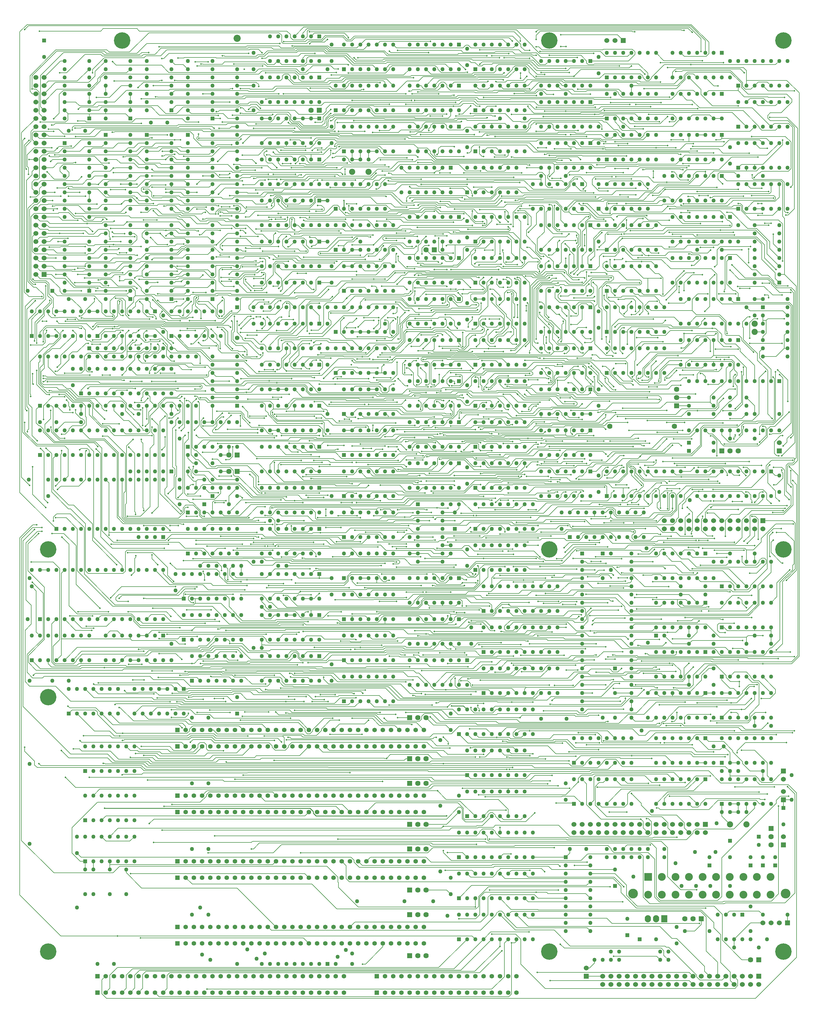
<source format=gtl>
G04*
G04  File:            MAINBOARD-V10.4.3.GTL, Wed Sep 10 00:52:54 2025*
G04  Source:          P-CAD 2006 PCB, Version 19.02.958, (D:\PCAD-2006\Projects\Pentagon-4096\Hardware\MainBoard-v10.4.3.PCB)*
G04  Format:          Gerber Format (RS-274-D), ASCII*
G04*
G04  Format Options:  Absolute Positioning*
G04                   Leading-Zero Suppression*
G04                   Scale Factor 1:1*
G04                   NO Circular Interpolation*
G04                   Inch Units*
G04                   Numeric Format: 4.4 (XXXX.XXXX)*
G04                   G54 NOT Used for Aperture Change*
G04                   Apertures Embedded*
G04*
G04  File Options:    Offset = (0.0mil,0.0mil)*
G04                   Drill Symbol Size = 80.0mil*
G04                   No Pad/Via Holes*
G04*
G04  File Contents:   Pads*
G04                   Vias*
G04                   No Designators*
G04                   No Types*
G04                   No Values*
G04                   No Drill Symbols*
G04                   Top*
G04*
%INMAINBOARD-V10.4.3.GTL*%
%ICAS*%
%MOIN*%
G04*
G04  Aperture MACROs for general use --- invoked via D-code assignment *
G04*
G04  General MACRO for flashed round with rotation and/or offset hole *
%AMROTOFFROUND*
1,1,$1,0.0000,0.0000*
1,0,$2,$3,$4*%
G04*
G04  General MACRO for flashed oval (obround) with rotation and/or offset hole *
%AMROTOFFOVAL*
21,1,$1,$2,0.0000,0.0000,$3*
1,1,$4,$5,$6*
1,1,$4,0-$5,0-$6*
1,0,$7,$8,$9*%
G04*
G04  General MACRO for flashed oval (obround) with rotation and no hole *
%AMROTOVALNOHOLE*
21,1,$1,$2,0.0000,0.0000,$3*
1,1,$4,$5,$6*
1,1,$4,0-$5,0-$6*%
G04*
G04  General MACRO for flashed rectangle with rotation and/or offset hole *
%AMROTOFFRECT*
21,1,$1,$2,0.0000,0.0000,$3*
1,0,$4,$5,$6*%
G04*
G04  General MACRO for flashed rectangle with rotation and no hole *
%AMROTRECTNOHOLE*
21,1,$1,$2,0.0000,0.0000,$3*%
G04*
G04  General MACRO for flashed rounded-rectangle *
%AMROUNDRECT*
21,1,$1,$2-$4,0.0000,0.0000,$3*
21,1,$1-$4,$2,0.0000,0.0000,$3*
1,1,$4,$5,$6*
1,1,$4,$7,$8*
1,1,$4,0-$5,0-$6*
1,1,$4,0-$7,0-$8*
1,0,$9,$10,$11*%
G04*
G04  General MACRO for flashed rounded-rectangle with rotation and no hole *
%AMROUNDRECTNOHOLE*
21,1,$1,$2-$4,0.0000,0.0000,$3*
21,1,$1-$4,$2,0.0000,0.0000,$3*
1,1,$4,$5,$6*
1,1,$4,$7,$8*
1,1,$4,0-$5,0-$6*
1,1,$4,0-$7,0-$8*%
G04*
G04  General MACRO for flashed regular polygon *
%AMREGPOLY*
5,1,$1,0.0000,0.0000,$2,$3+$4*
1,0,$5,$6,$7*%
G04*
G04  General MACRO for flashed regular polygon with no hole *
%AMREGPOLYNOHOLE*
5,1,$1,0.0000,0.0000,$2,$3+$4*%
G04*
G04  General MACRO for target *
%AMTARGET*
6,0,0,$1,$2,$3,4,$4,$5,$6*%
G04*
G04  General MACRO for mounting hole *
%AMMTHOLE*
1,1,$1,0,0*
1,0,$2,0,0*
$1=$1-$2*
$1=$1/2*
21,1,$2+$1,$3,0,0,$4*
21,1,$3,$2+$1,0,0,$4*%
G04*
G04*
G04  D10 : "Ellipse X8.0mil Y8.0mil H0.0mil 0.0deg (0.0mil,0.0mil) Draw"*
G04  Disc: OuterDia=0.0080*
%ADD10C, 0.0080*%
G04  D11 : "Ellipse X10.0mil Y10.0mil H0.0mil 0.0deg (0.0mil,0.0mil) Draw"*
G04  Disc: OuterDia=0.0100*
%ADD11C, 0.0100*%
G04  D12 : "Ellipse X15.0mil Y15.0mil H0.0mil 0.0deg (0.0mil,0.0mil) Draw"*
G04  Disc: OuterDia=0.0150*
%ADD12C, 0.0150*%
G04  D13 : "Ellipse X25.0mil Y25.0mil H0.0mil 0.0deg (0.0mil,0.0mil) Draw"*
G04  Disc: OuterDia=0.0250*
%ADD13C, 0.0250*%
G04  D14 : "Ellipse X30.0mil Y30.0mil H0.0mil 0.0deg (0.0mil,0.0mil) Draw"*
G04  Disc: OuterDia=0.0300*
%ADD14C, 0.0300*%
G04  D15 : "Ellipse X40.0mil Y40.0mil H0.0mil 0.0deg (0.0mil,0.0mil) Draw"*
G04  Disc: OuterDia=0.0400*
%ADD15C, 0.0400*%
G04  D16 : "Ellipse X5.0mil Y5.0mil H0.0mil 0.0deg (0.0mil,0.0mil) Draw"*
G04  Disc: OuterDia=0.0050*
%ADD16C, 0.0050*%
G04  D17 : "Ellipse X6.0mil Y6.0mil H0.0mil 0.0deg (0.0mil,0.0mil) Draw"*
G04  Disc: OuterDia=0.0060*
%ADD17C, 0.0060*%
G04  D18 : "Ellipse X9.8mil Y9.8mil H0.0mil 0.0deg (0.0mil,0.0mil) Draw"*
G04  Disc: OuterDia=0.0098*
%ADD18C, 0.0098*%
G04  D19 : "Ellipse X110.0mil Y110.0mil H0.0mil 0.0deg (0.0mil,0.0mil) Flash"*
G04  Disc: OuterDia=0.1100*
%ADD19C, 0.1100*%
G04  D20 : "Ellipse X200.0mil Y200.0mil H0.0mil 0.0deg (0.0mil,0.0mil) Flash"*
G04  Disc: OuterDia=0.2000*
%ADD20C, 0.2000*%
G04  D21 : "Ellipse X215.0mil Y215.0mil H0.0mil 0.0deg (0.0mil,0.0mil) Flash"*
G04  Disc: OuterDia=0.2150*
%ADD21C, 0.2150*%
G04  D22 : "Ellipse X50.0mil Y50.0mil H0.0mil 0.0deg (0.0mil,0.0mil) Flash"*
G04  Disc: OuterDia=0.0500*
%ADD22C, 0.0500*%
G04  D23 : "Ellipse X56.0mil Y56.0mil H0.0mil 0.0deg (0.0mil,0.0mil) Flash"*
G04  Disc: OuterDia=0.0560*
%ADD23C, 0.0560*%
G04  D24 : "Ellipse X60.0mil Y60.0mil H0.0mil 0.0deg (0.0mil,0.0mil) Flash"*
G04  Disc: OuterDia=0.0600*
%ADD24C, 0.0600*%
G04  D25 : "Ellipse X64.0mil Y64.0mil H0.0mil 0.0deg (0.0mil,0.0mil) Flash"*
G04  Disc: OuterDia=0.0640*
%ADD25C, 0.0640*%
G04  D26 : "Ellipse X65.0mil Y65.0mil H0.0mil 0.0deg (0.0mil,0.0mil) Flash"*
G04  Disc: OuterDia=0.0650*
%ADD26C, 0.0650*%
G04  D27 : "Ellipse X71.0mil Y71.0mil H0.0mil 0.0deg (0.0mil,0.0mil) Flash"*
G04  Disc: OuterDia=0.0710*
%ADD27C, 0.0710*%
G04  D28 : "Ellipse X75.0mil Y75.0mil H0.0mil 0.0deg (0.0mil,0.0mil) Flash"*
G04  Disc: OuterDia=0.0750*
%ADD28C, 0.0750*%
G04  D29 : "Ellipse X79.0mil Y79.0mil H0.0mil 0.0deg (0.0mil,0.0mil) Flash"*
G04  Disc: OuterDia=0.0790*
%ADD29C, 0.0790*%
G04  D30 : "Ellipse X90.0mil Y90.0mil H0.0mil 0.0deg (0.0mil,0.0mil) Flash"*
G04  Disc: OuterDia=0.0900*
%ADD30C, 0.0900*%
G04  D31 : "Ellipse X95.0mil Y95.0mil H0.0mil 0.0deg (0.0mil,0.0mil) Flash"*
G04  Disc: OuterDia=0.0950*
%ADD31C, 0.0950*%
G04  D32 : "Oval X75.0mil Y87.0mil H0.0mil 0.0deg (0.0mil,0.0mil) Flash"*
G04  Obround: DimX=0.0750, DimY=0.0870, Rotation=0.0, OffsetX=0.0000, OffsetY=0.0000, HoleDia=0.0000 *
%ADD32O, 0.0750 X0.0870*%
G04  D33 : "Oval X90.0mil Y102.0mil H0.0mil 0.0deg (0.0mil,0.0mil) Flash"*
G04  Obround: DimX=0.0900, DimY=0.1020, Rotation=0.0, OffsetX=0.0000, OffsetY=0.0000, HoleDia=0.0000 *
%ADD33O, 0.0900 X0.1020*%
G04  D34 : "Rectangle X110.0mil Y110.0mil H0.0mil 0.0deg (0.0mil,0.0mil) Flash"*
G04  Square: Side=0.1100, Rotation=0.0, OffsetX=0.0000, OffsetY=0.0000, HoleDia=0.0000*
%ADD34R, 0.1100 X0.1100*%
G04  D35 : "Rectangle X50.0mil Y50.0mil H0.0mil 0.0deg (0.0mil,0.0mil) Flash"*
G04  Square: Side=0.0500, Rotation=0.0, OffsetX=0.0000, OffsetY=0.0000, HoleDia=0.0000*
%ADD35R, 0.0500 X0.0500*%
G04  D36 : "Rectangle X56.0mil Y56.0mil H0.0mil 0.0deg (0.0mil,0.0mil) Flash"*
G04  Square: Side=0.0560, Rotation=0.0, OffsetX=0.0000, OffsetY=0.0000, HoleDia=0.0000*
%ADD36R, 0.0560 X0.0560*%
G04  D37 : "Rectangle X60.0mil Y60.0mil H0.0mil 0.0deg (0.0mil,0.0mil) Flash"*
G04  Square: Side=0.0600, Rotation=0.0, OffsetX=0.0000, OffsetY=0.0000, HoleDia=0.0000*
%ADD37R, 0.0600 X0.0600*%
G04  D38 : "Rectangle X64.0mil Y64.0mil H0.0mil 0.0deg (0.0mil,0.0mil) Flash"*
G04  Square: Side=0.0640, Rotation=0.0, OffsetX=0.0000, OffsetY=0.0000, HoleDia=0.0000*
%ADD38R, 0.0640 X0.0640*%
G04  D39 : "Rectangle X65.0mil Y65.0mil H0.0mil 0.0deg (0.0mil,0.0mil) Flash"*
G04  Square: Side=0.0650, Rotation=0.0, OffsetX=0.0000, OffsetY=0.0000, HoleDia=0.0000*
%ADD39R, 0.0650 X0.0650*%
G04  D40 : "Rectangle X71.0mil Y71.0mil H0.0mil 0.0deg (0.0mil,0.0mil) Flash"*
G04  Square: Side=0.0710, Rotation=0.0, OffsetX=0.0000, OffsetY=0.0000, HoleDia=0.0000*
%ADD40R, 0.0710 X0.0710*%
G04  D41 : "Rectangle X75.0mil Y75.0mil H0.0mil 0.0deg (0.0mil,0.0mil) Flash"*
G04  Square: Side=0.0750, Rotation=0.0, OffsetX=0.0000, OffsetY=0.0000, HoleDia=0.0000*
%ADD41R, 0.0750 X0.0750*%
G04  D42 : "Rectangle X75.0mil Y87.0mil H0.0mil 0.0deg (0.0mil,0.0mil) Flash"*
G04  Rectangular: DimX=0.0750, DimY=0.0870, Rotation=0.0, OffsetX=0.0000, OffsetY=0.0000, HoleDia=0.0000 *
%ADD42R, 0.0750 X0.0870*%
G04  D43 : "Rectangle X79.0mil Y79.0mil H0.0mil 0.0deg (0.0mil,0.0mil) Flash"*
G04  Square: Side=0.0790, Rotation=0.0, OffsetX=0.0000, OffsetY=0.0000, HoleDia=0.0000*
%ADD43R, 0.0790 X0.0790*%
G04  D44 : "Rectangle X90.0mil Y102.0mil H0.0mil 0.0deg (0.0mil,0.0mil) Flash"*
G04  Rectangular: DimX=0.0900, DimY=0.1020, Rotation=0.0, OffsetX=0.0000, OffsetY=0.0000, HoleDia=0.0000 *
%ADD44R, 0.0900 X0.1020*%
G04  D45 : "Rectangle X95.0mil Y95.0mil H0.0mil 0.0deg (0.0mil,0.0mil) Flash"*
G04  Square: Side=0.0950, Rotation=0.0, OffsetX=0.0000, OffsetY=0.0000, HoleDia=0.0000*
%ADD45R, 0.0950 X0.0950*%
G04  D46 : "Ellipse X102.0mil Y102.0mil H0.0mil 0.0deg (0.0mil,0.0mil) Flash"*
G04  Disc: OuterDia=0.1020*
%ADD46C, 0.1020*%
G04  D47 : "Ellipse X118.0mil Y118.0mil H0.0mil 0.0deg (0.0mil,0.0mil) Flash"*
G04  Disc: OuterDia=0.1180*
%ADD47C, 0.1180*%
G04  D48 : "Ellipse X133.0mil Y133.0mil H0.0mil 0.0deg (0.0mil,0.0mil) Flash"*
G04  Disc: OuterDia=0.1330*
%ADD48C, 0.1330*%
G04  D49 : "Ellipse X20.0mil Y20.0mil H0.0mil 0.0deg (0.0mil,0.0mil) Flash"*
G04  Disc: OuterDia=0.0200*
%ADD49C, 0.0200*%
G04  D50 : "Ellipse X35.0mil Y35.0mil H0.0mil 0.0deg (0.0mil,0.0mil) Flash"*
G04  Disc: OuterDia=0.0350*
%ADD50C, 0.0350*%
G04  D51 : "Ellipse X55.0mil Y55.0mil H0.0mil 0.0deg (0.0mil,0.0mil) Flash"*
G04  Disc: OuterDia=0.0550*
%ADD51C, 0.0550*%
G04  D52 : "Ellipse X70.0mil Y70.0mil H0.0mil 0.0deg (0.0mil,0.0mil) Flash"*
G04  Disc: OuterDia=0.0700*
%ADD52C, 0.0700*%
G04  D53 : "Ellipse X87.0mil Y87.0mil H0.0mil 0.0deg (0.0mil,0.0mil) Flash"*
G04  Disc: OuterDia=0.0870*
%ADD53C, 0.0870*%
G04*
%FSLAX44Y44*%
%SFA1B1*%
%OFA0.0000B0.0000*%
G04*
G70*
G90*
G01*
D2*
%LNTop*%
D10*
X101160Y130880*
Y131400D1*
X101200Y139400D2*
X101760Y138840D1*
X101600Y142560D2*
Y141720D1*
X101760Y163280D2*
X100760Y164280D1*
X101640Y170160D2*
X101480Y170000D1*
Y169840*
X101400Y172880D2*
X101640Y172640D1*
X101400Y172400D2*
X101200Y172600D1*
X101880Y174360D2*
X101800Y174440D1*
X101880Y174120D2*
Y174360D1*
X101385Y187115D2*
X101500Y187000D1*
X101680Y186280D2*
X101120Y186840D1*
X101440Y202160D2*
Y203560D1*
X101600Y202000D2*
X101440Y202160D1*
X101600Y201200D2*
Y202000D1*
X101360Y201840D2*
X101280Y201920D1*
X101160Y205560D2*
X100920Y205320D1*
X101920Y205240D2*
Y206420D1*
X101280Y204600D2*
X101920Y205240D1*
X101120Y204760D2*
X101680Y205320D1*
X103120Y129160D2*
X102880Y129400D1*
X102360Y129240D2*
Y129680D1*
X102440Y140400D2*
X102200Y140160D1*
X103320Y139840D2*
X102120D1*
X103520Y140040D2*
X103320Y139840D1*
X104600Y143680D2*
Y141840D1*
X104880Y141560*
X104000D2*
Y142000D1*
X104400Y141160D2*
X104000Y141560D1*
X104840Y141360D2*
X104440Y141760D1*
X103000Y145000D2*
X102560Y145440D1*
X103400Y150160D2*
X102080Y151480D1*
X102120Y158160D2*
X103240D1*
X102160Y158480D2*
X102600D1*
X103240Y157680D2*
X102720D1*
X103960Y161200D2*
X103520Y161640D1*
Y167360D2*
X103080Y167800D1*
X103760Y167840D2*
X104440Y167160D1*
X103400Y169800D2*
X104720Y168480D1*
X103400Y170160D2*
Y169800D1*
X103000Y170560D2*
X103400Y170160D1*
X102880Y170560D2*
X103000D1*
X102560Y170880D2*
X102880Y170560D1*
X103600Y169840D2*
X104800Y168640D1*
X103600Y170720D2*
Y169840D1*
X104360Y170160D2*
Y170400D1*
X104400Y170120D2*
X104360Y170160D1*
X104400Y169800D2*
Y170120D1*
X102040Y169360D2*
X102680Y168720D1*
X103000Y173000D2*
X102560Y172560D1*
X104400Y173000D2*
X104600Y172800D1*
X104000Y173000D2*
X104400D1*
X103440Y171320D2*
Y173000D1*
X104320Y172440D2*
Y171440D1*
X103920Y174600D2*
X102840Y175680D1*
X103540Y175920D2*
X103400D1*
X103640Y176020D2*
X103540Y175920D1*
X103640Y176040D2*
Y176020D1*
X103760Y176160D2*
X103640Y176040D1*
X103440Y175560D2*
X103160Y175840D1*
X103800Y174360D2*
X104160D1*
X102600Y175560D2*
X103800Y174360D1*
X104400Y174840D2*
X104480Y174760D1*
X104160Y174840D2*
X104400D1*
X102120Y175706D2*
Y176880D1*
X102192Y175633D2*
X102120Y175706D1*
X103000Y175760D2*
X103520Y175240D1*
X103720Y176640D2*
X103880Y176480D1*
X103400Y176640D2*
X103720D1*
X104000Y179000D2*
Y177720D1*
X103000Y178400D2*
Y179000D1*
X102840Y178240D2*
X103000Y178400D1*
X103960Y179560D2*
X104080D1*
X103560Y179160D2*
X103960Y179560D1*
X103560Y177560D2*
Y179160D1*
X103160Y177160D2*
X103560Y177560D1*
X103400Y178040D2*
X103000Y177640D1*
X103400Y179240D2*
Y178040D1*
X104000Y179840D2*
X103400Y179240D1*
X104080Y179840D2*
X104000D1*
X102360Y181120D2*
X102400Y181160D1*
X102360Y180880D2*
Y181120D1*
X104160Y180520D2*
X104600D1*
X103720Y180080D2*
X104160Y180520D1*
X103520Y180080D2*
X103720D1*
X103400Y182120D2*
X103800Y182520D1*
X103400Y180800D2*
Y182120D1*
X103000Y181500D2*
Y181960D1*
X103760Y182720*
X104600Y180280D2*
X104520D1*
X103800Y181920D2*
Y182160D1*
X103600Y181720D2*
X103800Y181920D1*
X103600Y181040D2*
Y181720D1*
X103640Y181000D2*
X103600Y181040D1*
X103640Y180680D2*
Y181000D1*
X103360Y180400D2*
X103640Y180680D1*
X104200Y185560D2*
Y185840D1*
X103400Y184760D2*
X104200Y185560D1*
X103400Y184160D2*
Y184760D1*
X102400Y183160D2*
X103400Y184160D1*
X103560Y183960D2*
Y184640D1*
X104440Y185520*
Y185920*
X102580Y184080D2*
X103000Y184500D1*
X102560Y184080D2*
X102580D1*
X104560Y184880D2*
X104640Y184960D1*
X104560Y184240D2*
Y184880D1*
X104840Y183960D2*
X104560Y184240D1*
X104000Y184120D2*
X104400Y183720D1*
X104000Y184500D2*
Y184120D1*
X103800Y183280D2*
X103320D1*
X102520Y184800D2*
Y184400D1*
X102440Y187800D2*
X102160D1*
X104640Y186080D2*
X104120Y186600D1*
X102160Y186040D2*
X103360D1*
X103480Y186160*
Y186520*
X102560Y187440*
X102240*
X104290Y188470D2*
X103030D1*
X102360Y188240D2*
X102160Y188440D1*
X103960Y186400D2*
Y187760D1*
X103680Y188040*
X102240*
X104120Y186600D2*
Y187880D1*
X103760Y188240*
X102360*
X104520Y190000D2*
X103500D1*
X104920Y189600D2*
X104520Y190000D1*
X103060Y189440D2*
X102500Y190000D1*
X102940Y190560D2*
X102500Y191000D1*
X102400Y191480D2*
X102080Y191800D1*
X103935Y191480D2*
X102400D1*
X104040Y191375D2*
X103935Y191480D1*
X104200Y193000D2*
X103500D1*
X104600Y193400D2*
X104200Y193000D1*
X103020Y193520D2*
X102500Y193000D1*
X103920Y193520D2*
X103020D1*
X104040Y193640D2*
X103920Y193520D1*
X102080Y193580D2*
X102500Y194000D1*
X104120Y194320D2*
X103960Y194480D1*
X103020*
X104800Y197320D2*
X104880Y197400D1*
X104560Y197320D2*
X104800D1*
X103020Y195480D2*
X102500Y196000D1*
X103920Y195480D2*
X103020D1*
X102640Y197480D2*
X103040Y197880D1*
X102360Y197480D2*
X102640D1*
X104000Y197560D2*
X103920Y197480D1*
X103080D2*
X102600Y197000D1*
X102500*
X103920Y197480D2*
X103080D1*
X104640Y197000D2*
Y196800D1*
Y197000D2*
X103500D1*
X104200Y195200D2*
X103920Y195480D1*
X103500Y199000D2*
X104800D1*
X102960Y199460D2*
X103500Y200000D1*
X102960Y198840D2*
Y199460D1*
X102560Y198440D2*
X102960Y198840D1*
X102040Y199460D2*
X102500Y199000D1*
X103040Y198160D2*
X103400Y198520D1*
X102720Y200000D2*
X102500D1*
X103160Y200440D2*
X102720Y200000D1*
X102960Y200760D2*
X102720Y200520D1*
X102320D2*
X102040Y200240D1*
X102720Y200520D2*
X102320D1*
X102040Y200240D2*
Y199460D1*
X104320Y202760D2*
X104560Y203000D1*
X104600Y202000D2*
X103500D1*
X102040Y201540D2*
Y201120D1*
X102500Y202000D2*
X102040Y201540D1*
X104280Y203320D2*
X104160Y203440D1*
X104080Y203800D2*
X103840Y203560D1*
X103320D2*
X102960Y203200D1*
X103840Y203560D2*
X103320D1*
X102940Y205560D2*
X102500Y206000D1*
X102080Y205420D2*
X102500Y205000D1*
X102080Y206240D2*
Y205420D1*
X102280Y206440D2*
X102080Y206240D1*
X104680Y206440D2*
X102280D1*
X102320Y204440D2*
X104440D1*
X103920Y206000D2*
X103500D1*
X104080Y205840D2*
X103920Y206000D1*
X104680Y207200D2*
X104880Y207400D1*
X104440Y207200D2*
X104680D1*
X102920Y208580D2*
X103500Y208000D1*
X103080Y209420D2*
X103500Y209000D1*
X104880Y211380D2*
Y211400D1*
X103500Y212000D2*
X104060Y212560D1*
X104400Y211920D2*
X104880Y212400D1*
X104400Y211900D2*
Y211920D1*
X103500Y211000D2*
X104400Y211900D1*
X102500Y211000D2*
X102080D1*
X102560Y211560D2*
X102920Y211200D1*
X102320Y211560D2*
X102560D1*
X102280Y211600D2*
X102320Y211560D1*
X102040Y211600D2*
X102280D1*
X107920Y117500D2*
X106920Y118500D1*
X106120Y127720D2*
X107360Y126480D1*
X107080Y131200D2*
X107840D1*
X106520Y130080D2*
X105600Y131000D1*
X106500Y135500D2*
X106920Y135920D1*
X106640Y136200D2*
X106400Y136400D1*
X107120Y141560D2*
X107440Y141880D1*
Y142000*
X107560Y143560D2*
X106000Y142000D1*
X107760Y141600D2*
X107520Y141360D1*
X106560Y148640D2*
X107560Y147640D1*
X105680Y157000D2*
X106560Y156120D1*
X105040Y159840D2*
X106720D1*
X106480Y160440D2*
X106760D1*
X107100Y160900D2*
X106500D1*
X106440Y164440D2*
X106000Y164000D1*
X105560Y163200D2*
X105160Y162800D1*
X105560Y163200D2*
X107760D1*
X105560Y167080D2*
X105640Y167160D1*
Y167520*
X106560Y170160D2*
X106960Y170560D1*
X106560Y170000D2*
Y170160D1*
X106080Y169520D2*
X106560Y170000D1*
X105640Y169520D2*
X106080D1*
X105400Y169040D2*
X106000D1*
X106520Y172960D2*
X106640Y172840D1*
X106520Y173400D2*
Y172960D1*
X106240Y173680D2*
X106520Y173400D1*
X106920Y173760D2*
Y173800D1*
X107120Y173560D2*
X106920Y173760D1*
X105840Y172160D2*
X107000D1*
X107120Y173920D2*
X107320Y173720D1*
X106640Y172840D2*
Y172480D1*
X107360Y172080D2*
Y172480D1*
X105360Y174360D2*
X106040D1*
X106240Y175080D2*
X105760Y175560D1*
X106720Y175080D2*
X106240D1*
X107720Y174080D2*
X106720Y175080D1*
X107320Y174120D2*
Y174080D1*
X106520Y174920D2*
X107320Y174120D1*
X105360Y174920D2*
X106520D1*
X105040Y175240D2*
X105360Y174920D1*
X106960Y179560D2*
X107560D1*
X106560Y179160D2*
X106960Y179560D1*
X106560Y178600D2*
Y179160D1*
X105160Y177200D2*
X106560Y178600D1*
X106200Y179760D2*
X106240D1*
X105560Y179120D2*
X106200Y179760D1*
X105560Y178120D2*
Y179120D1*
X105120Y177680D2*
X105560Y178120D1*
X105400Y181320D2*
Y181720D1*
X107720Y182520D2*
X107800Y182440D1*
X105560Y181920D2*
Y181240D1*
X105800Y182160D2*
X105560Y181920D1*
X107440Y181720D2*
X107000Y182160D1*
X107440Y180960D2*
Y181720D1*
X106360Y183520D2*
X107320D1*
X107400Y183760D2*
X107720Y183440D1*
X105240Y183760D2*
X107400D1*
X105200Y183720D2*
X105240Y183760D1*
X107160Y187400D2*
X106040Y188520D1*
X106760Y188160D2*
X107360Y187560D1*
X106760Y188240D2*
Y188160D1*
X105440Y186920D2*
Y187320D1*
X105760Y186600D2*
X105440Y186920D1*
X106960Y189360D2*
X106880Y189440D1*
X105200Y193000D2*
X106000D1*
X105480Y192320D2*
X105560Y192400D1*
X106560Y192680D2*
X106440Y192560D1*
X105760Y195600D2*
X105360Y196000D1*
X107600Y195600D2*
X105760D1*
X106000Y197000D2*
X106360D1*
X105240Y196440D2*
X105320Y196520D1*
X106520*
X106360Y197000D2*
X107260Y196100D1*
X106520Y196520D2*
X107139Y195900D1*
X107140Y195900*
Y195900*
X107200Y195840*
X107840Y199000D2*
X106000D1*
X106560Y199400D2*
X106480Y199480D1*
X106880Y199720D2*
X107000Y199600D1*
X106160Y199520D2*
X106360Y199720D1*
X106880*
X105120Y199520D2*
X106160D1*
X106560Y201440D2*
X106000Y202000D1*
X107040Y202560D2*
X105160D1*
X107120Y202640D2*
X107040Y202560D1*
X107360Y202640D2*
X107120D1*
X105440Y202000D2*
Y201560D1*
X105840Y202400D2*
X105440Y202000D1*
X105400Y203400D2*
X105320Y203320D1*
X106560Y204640D2*
X106800D1*
X106520Y204600D2*
X106560Y204640D1*
X105360Y204600D2*
X106520D1*
X105120Y204360D2*
X105360Y204600D1*
X105280Y206680D2*
X105880Y206080D1*
X106960Y206880D2*
Y206600D1*
X107040Y204400D2*
X105840D1*
X106400Y208600D2*
X106000Y209000D1*
X106400Y208560D2*
Y208600D1*
Y207840D2*
Y208560D1*
X106120Y207560D2*
X106400Y207840D1*
X105360Y210920D2*
X105840Y211400D1*
X106240Y213560D2*
X105400D1*
X106000Y215000D2*
X105500D1*
X110880Y129440D2*
X110720D1*
X110500Y135500D2*
X109800Y136200D1*
X109760Y135920D2*
X110000Y135680D1*
Y135400*
X109640Y139000D2*
X109560Y139080D1*
X108080Y141080D2*
X110840D1*
X108120Y145880D2*
X109560D1*
X108560Y152880D2*
X108880Y152560D1*
X109400Y156600D2*
Y158600D1*
X109840Y167720D2*
X110400Y167160D1*
X109000Y167000D2*
Y167560D1*
X108760Y167800*
X108560Y167440D2*
X108640Y167520D1*
X108120Y170560D2*
X108440Y170880D1*
X109040Y168960D2*
X110880D1*
X109600Y168480D2*
X110040Y168040D1*
X108440Y171160D2*
X108160Y171440D1*
Y173400D2*
X108560Y173000D1*
Y171680*
X108640Y171600*
X109400Y173160D2*
X109000Y173560D1*
X109400Y171720D2*
Y173160D1*
X109000Y173000D2*
Y171880D1*
X109560Y172680D2*
X110880Y171360D1*
X109560Y173240D2*
Y172680D1*
X109080Y173720D2*
X109560Y173240D1*
X110560Y172720D2*
X110880Y172400D1*
X110560Y173000D2*
Y172720D1*
X109680Y173880D2*
X110560Y173000D1*
X110160Y175920D2*
X110360Y175720D1*
X109080Y175320D2*
X108840Y175080D1*
X108800Y177120D2*
X109360D1*
X108600Y177320D2*
X108800Y177120D1*
X108600Y178600D2*
Y177320D1*
X109000Y179000D2*
X108600Y178600D1*
X110560Y178880D2*
X110880Y178560D1*
X110560Y179000D2*
Y178880D1*
X110160Y179400D2*
X110560Y179000D1*
X108800Y179400D2*
X110160D1*
X108400Y179000D2*
X108800Y179400D1*
X108400Y177320D2*
Y179000D1*
X109360Y180480D2*
X110360D1*
X109840Y182640D2*
X109440Y182240D1*
X109840Y182720D2*
Y182640D1*
X110000Y182880D2*
X109840Y182720D1*
X108080D2*
X108560Y182240D1*
X110900Y182400D2*
X110000Y181500D1*
X109400Y181040D2*
Y181000D1*
X109440Y181040D2*
X109400Y181000D1*
X110840Y182040D2*
Y182000D1*
X110480Y181640*
Y181160D2*
X110360Y181040D1*
X110480Y181640D2*
Y181160D1*
X110360Y181040D2*
X109440D1*
X108600Y180600D2*
X108880D1*
X108760Y180920D2*
X109080D1*
X108560Y181120D2*
X108760Y180920D1*
X108560Y182240D2*
Y181120D1*
X109080Y180920D2*
X109240Y180760D1*
X108560Y184600D2*
X109640Y185680D1*
X108560Y184440D2*
Y184600D1*
X108040Y183920D2*
X108560Y184440D1*
X108280Y183680D2*
X108320Y183640D1*
X108040Y183680D2*
X108280D1*
X110000Y184500D2*
X109000D1*
X110560Y184360D2*
Y185440D1*
X109000Y187400D2*
Y187000D1*
X109720Y187400D2*
X109000D1*
X109800Y187320D2*
X109720Y187400D1*
X110040Y187320D2*
X109800D1*
X110360Y188000D2*
X110760Y187600D1*
X109000Y188000D2*
X110360D1*
X110320Y187560D2*
X110480Y187400D1*
X110360Y188320D2*
X110120D1*
X110440Y188400D2*
X110360Y188320D1*
X108680Y190400D2*
X108520Y190240D1*
Y190000*
X109000Y191000D2*
X110160D1*
X108400Y189760D2*
X108560Y189600D1*
X108360Y189440D2*
X108280Y189360D1*
X108880Y191520D2*
X108735Y191375D1*
X109520Y191520D2*
X108880D1*
X110160Y191000D2*
X110680Y191520D1*
X110440Y194000D2*
X110080Y193640D1*
X108880Y192480D2*
X108680Y192680D1*
X109720Y192625D2*
X109575Y192480D1*
X108880*
X110160Y194480D2*
X109560Y193880D1*
X108960D2*
X108520Y194320D1*
X109560Y193880D2*
X108960D1*
X109400Y194240D2*
X108920Y194720D1*
X109000Y197000D2*
X110080D1*
X110600Y197520*
X110760Y195400D2*
X110560Y195200D1*
X108760D2*
X110560D1*
X108260Y196100D2*
X108760Y195600D1*
X108400Y195440D2*
X110440D1*
X110680Y195680*
X109000Y196120D2*
Y196000D1*
X109440Y195600D2*
X109760Y195920D1*
X110920*
X109440Y195600D2*
X108760D1*
Y200560D2*
X108200Y200000D1*
X109240Y200560D2*
X108760D1*
X109840Y200000D2*
X109000D1*
X109880Y199960D2*
X109840Y200000D1*
X110120Y199960D2*
X109880D1*
X110120D2*
X110720Y200560D1*
X110480Y202560D2*
X109640Y203400D1*
X110560Y204560D2*
X108440D1*
X109080Y206080D2*
X109720Y206720D1*
X109680Y205800D2*
X110440Y206560D1*
X108640Y207560D2*
X108520Y207680D1*
X109000Y208560D2*
Y208000D1*
Y209000D2*
X110165D1*
X110560Y209394*
X110160Y209560D2*
X110000Y209400D1*
X109200Y211400D2*
X110360Y212560D1*
Y212920*
X110040Y212480D2*
Y212840D1*
X109120Y211560D2*
X110040Y212480D1*
X109720Y213160D2*
Y213720D1*
X109400Y213560D2*
Y213960D1*
X110840Y215400*
X110600Y215600D2*
X110400Y215800D1*
X108480*
X112440Y104560D2*
X111520Y103640D1*
X112720Y116880D2*
X111920Y116080D1*
X113500Y116500D2*
Y116120D1*
X111500Y117080D2*
Y117500D1*
X112520Y121520D2*
X111500Y120500D1*
X113000Y128040D2*
X113080Y128080D1*
X112120Y129700D2*
X111260Y130560D1*
X111800Y129520D2*
X111240Y130080D1*
X111570Y130920D2*
X112570Y129920D1*
X113080Y133080D2*
X112320D1*
X112080Y132760D2*
X111480Y133360D1*
X112720Y132760D2*
X112080D1*
X111541Y132800D2*
X111827Y132514D1*
X113040Y132240D2*
X113200D1*
X113280Y132320*
X112760Y136240D2*
X112640D1*
X112240Y136680D2*
X112160Y136600D1*
X113560Y138040D2*
X113320Y138280D1*
X113040Y140760D2*
X113200Y140920D1*
X113000Y142000D2*
X113520Y142520D1*
X113000Y142000D2*
X112600Y141600D1*
X113560Y141240D2*
X113440Y141360D1*
X112440Y145560D2*
X113000Y145000D1*
X111560Y145560D2*
X112440D1*
Y149160D2*
X113760D1*
X112240Y149360D2*
X112440Y149160D1*
X112240Y149640D2*
Y149360D1*
X113000Y149880D2*
X112640Y149520D1*
X113120Y152560D2*
X113400Y152840D1*
Y155200D2*
X113600Y155400D1*
X111400Y157240D2*
Y157560D1*
X113400Y160960D2*
X113560Y161120D1*
X113400Y159440D2*
Y160960D1*
X113560Y159280D2*
X113400Y159440D1*
X113480Y159120D2*
X113200Y159400D1*
Y162360D2*
X113400Y162560D1*
X112000Y170000D2*
X111440Y170560D1*
X111560Y169880D2*
X112080Y169360D1*
X111560Y170000D2*
Y169880D1*
X111160Y170400D2*
X111560Y170000D1*
X113440Y169560D2*
X113000Y170000D1*
X113560Y172760D2*
Y173280D1*
X113000Y173560D2*
X111560D1*
X113400Y173160D2*
X113000Y173560D1*
X113400Y172400D2*
Y173160D1*
X112000Y172400D2*
Y173000D1*
X113200Y171200D2*
X112000Y172400D1*
X113800Y171200D2*
X113200D1*
X113000Y176080D2*
X112920Y176160D1*
X113240Y176080D2*
X113000D1*
X112380Y174880D2*
X113600D1*
X112000Y174500D2*
X112380Y174880D1*
X113000Y179400D2*
X113400Y179800D1*
X111400Y179400D2*
X113000D1*
X113600Y179040D2*
Y179600D1*
X113120Y178560D2*
X113600Y179040D1*
X113560Y177280D2*
Y177600D1*
X113000Y180640D2*
Y181500D1*
X112560Y180200D2*
X113000Y180640D1*
X113400Y181760D2*
X113800Y182160D1*
X113120D2*
X113080Y182200D1*
X112320*
X112160Y182040*
X112400Y181560D2*
X112800Y181960D1*
X112400Y181360D2*
Y181560D1*
X111600Y180560D2*
X112400Y181360D1*
X111560Y180560D2*
X111600D1*
X112080Y182640D2*
X112480D1*
X112560Y182720*
X111840Y182400D2*
X112640D1*
X112800Y182560*
X111260Y180760D2*
X112000Y181500D1*
X113600Y184200D2*
X113800Y184000D1*
X113600Y184840D2*
Y184200D1*
X112720Y185440D2*
Y185680D1*
X112600Y185320D2*
X112720Y185440D1*
X112600Y184280D2*
Y185320D1*
X112880Y184000D2*
X112600Y184280D1*
X113120Y184000D2*
X112880D1*
X113400Y184080D2*
X113920Y183560D1*
X111560Y184400D2*
Y185760D1*
X111840Y184120D2*
X111560Y184400D1*
X111920Y184120D2*
X111840D1*
X112080Y183960D2*
X111920Y184120D1*
X112080Y183800D2*
Y183960D1*
X111920Y183640D2*
X112080Y183800D1*
X113000Y185760D2*
Y184500D1*
X112840Y185920D2*
X113000Y185760D1*
X112640Y185920D2*
X112840D1*
X112440Y185720D2*
X112640Y185920D1*
X112440Y183920D2*
Y185720D1*
X111960Y183440D2*
X112440Y183920D1*
X111840Y183880D2*
X111040D1*
X113400Y185760D2*
Y184080D1*
X111120Y187640D2*
X111360D1*
X111080Y187600D2*
X111120Y187640D1*
X112720Y188240D2*
Y188720D1*
X113200Y188240D2*
X113360Y188400D1*
X112720Y188240D2*
X113200D1*
X112200Y186400D2*
X113600D1*
X112520Y187560D2*
X111680Y188400D1*
X112200Y186080D2*
X113080D1*
X112280Y190560D2*
X112120Y190400D1*
X112280Y189600D2*
X113080Y190400D1*
X112720Y191640D2*
X113560D1*
X113080Y189200D2*
X111680D1*
X113280Y190000D2*
X112720Y189440D1*
X111960Y191000D2*
X111520Y190560D1*
X112320Y191520D2*
X112440Y191400D1*
X111640Y192640D2*
X111625Y192625D1*
X112120Y192640D2*
X112160Y192600D1*
X111560Y193480D2*
X111440Y193600D1*
X112000Y193960D2*
X111800Y194160D1*
X112000Y193960D2*
X113320D1*
X111440Y194240D2*
X111200Y194480D1*
X111440Y193600D2*
Y194240D1*
X111960Y192640D2*
X111640D1*
X111960D2*
X112120D1*
X111560Y193280D2*
Y193480D1*
X112840Y196600D2*
X113640Y197400D1*
X113480Y196560D2*
X113360Y196440D1*
X112880Y197520D2*
X112960Y197600D1*
X111960Y195400D2*
X112040Y195480D1*
X111600Y199320D2*
X113400D1*
X112360Y203000D2*
X112800Y202560D1*
X111560Y201560D2*
X111960Y201960D1*
X112200D2*
X112240Y202000D1*
X111960Y201960D2*
X112200D1*
X113400Y203320D2*
X113160D1*
X113480Y203400D2*
X113400Y203320D1*
X112520Y205000D2*
X111920Y204400D1*
X112040Y206320D2*
X111800D1*
X112120Y206400D2*
X112040Y206320D1*
X111480Y210560D2*
X112920Y212000D1*
X111840Y214920D2*
X112280Y214480D1*
X111160Y216360D2*
X111440Y216080D1*
X113920*
X115920Y104080D2*
X115520Y103680D1*
X114560Y103640D2*
Y102060D1*
X115160Y104240D2*
X114560Y103640D1*
X116880Y122640D2*
X116320Y122080D1*
X115400Y128080D2*
X115564Y128244D1*
X115648*
X115680Y128510D2*
X115270Y128920D1*
X116480Y129360D2*
X116140Y129700D1*
X116240Y129160D2*
X115880Y129520D1*
X116320Y129920D2*
X116680Y129560D1*
X116720Y130120D2*
X114040D1*
X115040Y130840D2*
X114880Y131000D1*
X114500Y131500D2*
X114820D1*
X115200Y131120*
X116660Y137420D2*
X116920Y137160D1*
X116640Y137000D2*
X116720Y136920D1*
X114500Y135500D2*
X115440Y136440D1*
X115000Y138105D2*
X114935Y138040D1*
X114320Y139600D2*
X115680D1*
X116400Y140040D2*
X116800Y139640D1*
X115240Y143320D2*
X115000D1*
X115280Y143360D2*
X115240Y143320D1*
X115800Y142720D2*
X116280Y143200D1*
X116080Y142520D2*
X116600Y143040D1*
X116400Y141600D2*
X116000Y142000D1*
Y145000D2*
X115000D1*
X116000D2*
X116640Y145640D1*
X114400Y146760D2*
X115200Y145960D1*
X114560Y146880D2*
X115200Y146240D1*
X115900Y149520D2*
X115640D1*
X115920Y149500D2*
X115900Y149520D1*
X114120Y147440D2*
X114400Y147160D1*
X114160Y147640D2*
X114560Y147240D1*
Y152760D2*
X114160Y152360D1*
X116640Y154360D2*
Y154840D1*
X114680Y154520D2*
X114560Y154400D1*
X114680Y154720D2*
Y154520D1*
X115640Y160480D2*
X115560Y160560D1*
X115640Y160240D2*
Y160480D1*
X115240Y159520D2*
X116400Y160680D1*
X114640Y160000D2*
X114560Y160080D1*
X114640Y159760D2*
Y160000D1*
X116240Y170880D2*
X115840Y170480D1*
X115160Y170560D2*
Y170640D1*
X115560Y170160D2*
X115160Y170560D1*
X115560Y170000D2*
Y170160D1*
X116000Y170000D2*
X115560D1*
X115360Y168640D2*
Y168880D1*
X115560Y168440D2*
X115360Y168640D1*
X116640Y170160D2*
Y170400D1*
X116600Y170120D2*
X116640Y170160D1*
X116600Y169720D2*
Y170120D1*
X116880Y169440D2*
X116600Y169720D1*
X116880Y168280D2*
Y169440D1*
X116400Y169840D2*
X116120Y169560D1*
X116000Y173000D2*
Y171400D1*
X114520Y172480D2*
X115280D1*
X115360Y173640D2*
Y173880D1*
X115680Y173400D2*
X116160Y173880D1*
X114560Y173400D2*
X115680D1*
X115000Y174500D2*
X115580Y175080D1*
X116400Y174100D2*
X116000Y174500D1*
X114360Y175080D2*
X114600D1*
X114320Y175120D2*
X114360Y175080D1*
X115560Y174600D2*
X115880Y174920D1*
X115560Y174080D2*
Y174600D1*
X115800Y179400D2*
X116360D1*
X115600Y179200D2*
X115800Y179400D1*
X115600Y178680D2*
Y179200D1*
X115840Y178440D2*
X115600Y178680D1*
X115520Y179560D2*
X116200D1*
X115360Y179400D2*
X115520Y179560D1*
X114840Y179400D2*
X115360D1*
X114560Y179120D2*
X114840Y179400D1*
X114560Y178600D2*
Y179120D1*
X116400Y179000D2*
X116000D1*
X116800Y179400D2*
X116400Y179000D1*
X116560Y177400D2*
Y177640D1*
X116360Y177200D2*
X116560Y177400D1*
X115000Y178600D2*
Y179000D1*
X115400Y178200D2*
X115000Y178600D1*
X116360Y179400D2*
X116520Y179560D1*
X116200D2*
X116520Y179880D1*
X115600Y181320D2*
Y181800D1*
X114720Y181880D2*
X114380D1*
X115000Y182160D2*
X114720Y181880D1*
X114520Y180680D2*
X114760Y180920D1*
Y181000*
X115200Y182360D2*
X115000Y182160D1*
X115920Y182120D2*
X116000D1*
X115600Y181800D2*
X115920Y182120D1*
X115880Y181040D2*
Y180960D1*
Y181040D2*
X115600Y181320D1*
X116240Y180800D2*
X116160Y180720D1*
X115780*
X115000Y181500*
X115200Y180400D2*
X115360Y180560D1*
X114600Y180400D2*
X115200D1*
X114360Y180680D2*
X114520D1*
X116440Y185560D2*
Y185060D1*
X114480Y184960D2*
X114460D1*
X114640Y185120D2*
X114480Y184960D1*
X114640Y185520D2*
Y185120D1*
X115560Y184400D2*
X116120Y183840D1*
X115560Y185280D2*
Y184400D1*
X115160Y185680D2*
X115560Y185280D1*
X116420Y184080D2*
X116000Y184500D1*
X116720Y183840D2*
X116760Y183800D1*
X116120Y183840D2*
X116720D1*
X116880Y184080D2*
X116420D1*
X114600Y186400D2*
X114400Y186200D1*
X114600Y187000D2*
Y186400D1*
X114200Y187400D2*
X114600Y187000D1*
Y186400D2*
X116600D1*
X116560Y187560D2*
X116000Y187000D1*
X114520Y187560D2*
X114800Y187280D1*
X115600Y188629D2*
X115440Y188789D1*
X114560Y188560D2*
X114789Y188789D1*
X115440*
X115340Y187340D2*
Y187060D1*
X115840Y186560*
X114280Y188400D2*
X115340Y187340D1*
X115920Y191560D2*
X115240Y190880D1*
X114880*
X114560Y190560*
X114880Y189440D2*
X115840Y190400D1*
X114600Y191320D2*
X114840D1*
X114520Y191400D2*
X114600Y191320D1*
X115120Y190400D2*
X115280Y190560D1*
X116000Y191000D2*
X116400Y191400D1*
X115440Y189440D2*
X116000Y190000D1*
X116840Y191000D2*
X116640Y190800D1*
X114800Y193680D2*
X114480Y194000D1*
X114800Y193240D2*
Y193680D1*
X114160Y192600D2*
X114800Y193240D1*
X115440Y193560D2*
X116000Y193000D1*
X115440Y194000D2*
Y193560D1*
X115840Y194400D2*
X115440Y194000D1*
X116120Y196560D2*
X116560Y197000D1*
X115320Y196560D2*
X116120D1*
X116560Y197640D2*
X116520Y197600D1*
X116800Y197640D2*
X116560D1*
X116520Y197600D2*
X115040D1*
X114840Y199600D2*
X115800Y200560D1*
X115360Y198520D2*
X116120D1*
X114880Y199000D2*
X115360Y198520D1*
X116200Y199400D2*
X115600D1*
X116600Y199000D2*
X116200Y199400D1*
X116600Y198480D2*
Y199000D1*
X116760Y198320D2*
X116600Y198480D1*
X116000Y200000D2*
X116400Y200400D1*
X115560Y199000D2*
X116000D1*
X115360Y199200D2*
X115560Y199000D1*
X115360Y199505D2*
Y199200D1*
X115480Y199625D2*
X115360Y199505D1*
X116305Y199625D2*
X115480D1*
X116560Y199880D2*
X116305Y199625D1*
X116880Y199640D2*
X116895Y199625D1*
X116640Y199640D2*
X116880D1*
X114800Y198280D2*
X114520Y198560D1*
X116640Y201800D2*
X116880Y201560D1*
X115000Y202000D2*
X116000D1*
X114440Y202560D2*
X115000Y202000D1*
X114440Y203000D2*
X115040Y202400D1*
X115800Y202560D2*
X114960Y203400D1*
X116400Y205640D2*
X116320Y205560D1*
X116640Y205640D2*
X116400D1*
X115000Y205000D2*
X116000D1*
X114440Y204440D2*
X115000Y205000D1*
X115320Y204560D2*
X116640D1*
X114640Y207960D2*
X114240Y207560D1*
X115600Y212400D2*
X114960Y211760D1*
X115680Y215400D2*
X115920Y215640D1*
X115600Y215800D2*
X115400Y215600D1*
X116240Y216040D2*
X115400D1*
X118800Y103920D2*
X118480Y103600D1*
X117280Y130640D2*
X117600Y130320D1*
X117840Y130600D2*
X117600Y130840D1*
X118800Y131480D2*
X119280Y131000D1*
X118560Y131120D2*
X118880Y130800D1*
X119560Y136240D2*
X117240D1*
X119640Y136160D2*
X119560Y136240D1*
X119500Y138500D2*
X119000Y139000D1*
X119500Y138500D2*
X119880Y138120D1*
X117500Y138500D2*
X118500D1*
X117520Y142800D2*
X119560D1*
X117560Y144600D2*
X117520Y144640D1*
X119800Y144600D2*
X117560D1*
X118400Y147880D2*
X118960Y147320D1*
X118000Y152560D2*
X119200Y151360D1*
X119280Y151600D2*
X118560Y152320D1*
X119600Y153080D2*
X118880Y153800D1*
X119040Y157320D2*
X118320Y156600D1*
X118840Y157800D2*
X118240Y158400D1*
X118880Y156840D2*
X118640Y156600D1*
X119840Y158400D2*
X118840D1*
X119720Y161560D2*
X119560Y161720D1*
X118200Y162840D2*
X118480Y163120D1*
X118200Y162160D2*
Y162840D1*
X119360Y164520D2*
X119440Y164600D1*
X119360Y163040D2*
Y164520D1*
X118600Y162280D2*
X119360Y163040D1*
X119560Y164320D2*
X119640Y164400D1*
X119440Y165280D2*
X119160Y165560D1*
X119640Y165600D2*
X119560Y165680D1*
X118240Y168040D2*
Y169200D1*
X119160Y170240D2*
X119560Y170640D1*
X117600Y173160D2*
X118320Y173880D1*
X117600Y172840D2*
Y173160D1*
X118480Y171960D2*
X117600Y172840D1*
X119680Y172040D2*
X119840D1*
X119120Y171480D2*
X119680Y172040D1*
X118720Y171480D2*
X119120D1*
X117400Y173240D2*
Y172760D1*
X119560Y171240D2*
X119800Y171480D1*
X119560Y172680D2*
X119800Y172440D1*
X119560Y173040D2*
Y172680D1*
X119160Y173440D2*
X119560Y173040D1*
X118440Y173440D2*
X119160D1*
X118000Y173000D2*
X118440Y173440D1*
X119000Y172000D2*
Y173000D1*
X117600Y171080D2*
X118240Y171720D1*
X119480Y174920D2*
X119600Y174800D1*
X119720Y174040D2*
X118200D1*
X118560Y179840D2*
X118960Y179440D1*
X117380Y177880D2*
X119880D1*
X119000Y178440D2*
X118400Y179040D1*
X119360Y178440D2*
X119000D1*
X117240Y179560D2*
X117520Y179840D1*
X117740Y177500D2*
X118000D1*
X119380Y181500D2*
X119000D1*
X118160Y182400D2*
X118520Y182040D1*
X118080Y182800D2*
X118000Y182880D1*
X117840Y182720D2*
X117920Y182640D1*
X117640Y182560D2*
X117800Y182400D1*
X118160*
X119000Y180400D2*
X117040Y182360D1*
X118400Y180200D2*
X118000Y180600D1*
X117840Y181120D2*
X118560Y180400D1*
X117520Y180320D2*
X117360Y180480D1*
X118520Y181200D2*
X118780Y180940D1*
X118940*
X119240Y180640*
X118520Y182040D2*
Y181200D1*
X117520Y180800D2*
X117600Y180880D1*
X117360Y181040D2*
X117440Y181120D1*
X117840*
X119000Y184500D2*
X119660Y185160D1*
X117680Y185240D2*
X118920Y184000D1*
X117640Y185240D2*
X117680D1*
X118160Y183280D2*
X118320Y183120D1*
X117600Y185040D2*
X117640D1*
X119400Y185680D2*
X119640D1*
X119280Y185560D2*
X119400Y185680D1*
X117640Y185560D2*
X119280D1*
X117360Y185840D2*
X117640Y185560D1*
X117880Y184440D2*
Y184480D1*
X117600Y184160D2*
X117880Y184440D1*
X117600Y183840D2*
Y184160D1*
X117920Y183520D2*
X117600Y183840D1*
X118600Y183360D2*
X118440Y183520D1*
X117920*
X117640Y185040D2*
X119080Y183600D1*
X117160D2*
Y183800D1*
X119400Y187400D2*
X119000Y187000D1*
X119640Y188760D2*
X119509Y188629D1*
X119400Y188000D2*
X119000D1*
X119520Y188120D2*
X119400Y188000D1*
X117120Y188040D2*
X117080Y188000D1*
X117360Y188040D2*
X117120D1*
X117600Y186640D2*
X117640Y186600D1*
X117360Y186640D2*
X117600D1*
X119400Y190000D2*
X119760Y189640D1*
X119000Y190000D2*
X119400D1*
X119000Y194000D2*
X119440Y193560D1*
X117640Y194000D2*
X118240Y193400D1*
X119520Y194400D2*
X119920Y194000D1*
X118640Y194400D2*
X119520D1*
X118600Y194360D2*
X118640Y194400D1*
X118360Y194360D2*
X118600D1*
X118120D2*
X118080Y194400D1*
X118360Y194360D2*
X118120D1*
X118520Y192640D2*
X117320D1*
X118680Y194000D2*
X118360Y193680D1*
X119000Y194000D2*
X118680D1*
Y192400D2*
X118760Y192480D1*
X119440*
X119640Y192680*
Y195880D2*
X119800Y195720D1*
X117280Y197400D2*
X117440Y197560D1*
X117200Y197000D2*
X117880Y196320D1*
X119480Y196520D2*
X119000Y197000D1*
X117440Y196120D2*
X119880D1*
X118360Y197320D2*
X118120D1*
X118440Y197400D2*
X118360Y197320D1*
X119400Y197400D2*
X118440D1*
X117920Y198400D2*
X117840Y198320D1*
X119560Y198400D2*
X117920D1*
X119920Y198040D2*
X119560Y198400D1*
X119000Y199000D2*
X118360D1*
X119000Y199625D2*
Y200000D1*
X117400Y202000D2*
X119000D1*
X117760Y202400D2*
X117600Y202560D1*
X119240Y203400D2*
X119640Y203000D1*
X118720Y203400D2*
X119240D1*
X118320Y203000D2*
X118720Y203400D1*
X119400Y202600D2*
X119000Y203000D1*
X119160Y203640D2*
X119400D1*
X119080Y203560D2*
X119160Y203640D1*
X118240Y203560D2*
X119080D1*
X118120Y203440D2*
X118240Y203560D1*
X117880Y203440D2*
X118120D1*
X117440Y204560D2*
X117280Y204400D1*
X117080Y205000D2*
X119000D1*
X119760Y204400D2*
X117880D1*
X119600Y209600D2*
X119000Y209000D1*
X119840Y207240D2*
X119680Y207080D1*
X118320Y208600D2*
X117360Y209560D1*
X119640Y208600D2*
X118320D1*
X119640Y212640D2*
X119400D1*
X119680Y212600D2*
X119640Y212640D1*
X117320Y210640D2*
X117080D1*
X117360Y210600D2*
X117320Y210640D1*
X117600Y212640D2*
X117520Y212560D1*
X117840Y212640D2*
X117600D1*
X118720Y211440D2*
X118840Y211560D1*
X119000Y211000D2*
X119400Y211400D1*
X119000Y215000D2*
X119440Y214560D1*
X118080Y215280D2*
X118720Y215920D1*
X117840Y215280D2*
X118080D1*
X117800Y214480D2*
X118680Y213600D1*
X120750Y115500D2*
X121530Y114720D1*
X122750Y131500D2*
Y131430D1*
X121920Y130600*
X121250Y131000D2*
X121750Y131500D1*
X121680Y130800D2*
X122240Y131360D1*
Y131720*
X121200Y133360D2*
X120920Y133080D1*
X121200Y133600D2*
Y133360D1*
X121600Y134000D2*
X121200Y133600D1*
X121120Y134200D2*
X120720Y134600D1*
X120750Y133920D2*
X120350Y134320D1*
X120750Y133500D2*
Y133920D1*
X121480Y134400D2*
X121080Y134800D1*
X120960Y132760D2*
X121240Y133040D1*
X121080Y132520D2*
X121375Y132800D1*
X121160Y132320D2*
X121440Y132600D1*
X121080Y135400D2*
Y135520D1*
Y135400D2*
X120720Y135040D1*
X121360Y135960D2*
X121920Y135400D1*
X120760Y137400D2*
X120920Y137240D1*
X122880*
X121520Y137840D2*
X121400Y137720D1*
X121640Y137600D2*
X121520Y137480D1*
X121120*
X120480Y137160D2*
X120680Y136960D1*
X120520Y136720D2*
X120320Y136920D1*
X120200Y136560D2*
X120080Y136680D1*
X120280Y140160D2*
X120040D1*
X120320Y140200D2*
X120280Y140160D1*
X122500Y139500D2*
X122120Y139880D1*
X121000Y138500D2*
X121060Y138560D1*
X120500Y138500D2*
X121000D1*
X120960Y138120D2*
X121140Y138300D1*
X121080Y140480D2*
X121000Y140400D1*
X121120Y140200D2*
X120320D1*
X121200Y140280D2*
X121120Y140200D1*
X120520Y139640D2*
X121320Y138840D1*
X122560Y143520D2*
X122400Y143360D1*
X122640Y143200D2*
X122760Y143320D1*
X122500Y142500D2*
X122900D1*
X122360Y143720D2*
X122200Y143560D1*
X122920Y141440D2*
X122720Y141240D1*
X122840Y143040D2*
X122920Y143120D1*
X121800Y141600D2*
X122320Y142120D1*
X121520Y141600D2*
X121800D1*
X121520Y145640D2*
X121920Y146040D1*
X122160Y144880D2*
X120080D1*
X121440Y149000D2*
X121680D1*
X121080Y149360D2*
X121440Y149000D1*
X121080Y149680D2*
Y149360D1*
X121280Y149880D2*
X121080Y149680D1*
X121720Y148720D2*
X121920Y148920D1*
X122500Y149500D2*
X121920D1*
X121500*
X121920Y148920D2*
Y149500D1*
X120500Y150160D2*
X120660Y150320D1*
X122880Y152840D2*
Y152600D1*
X122120Y150920D2*
X120520D1*
X120210Y150210D2*
Y150200D1*
X120680Y150680D2*
X120210Y150210D1*
X121880Y150680D2*
X120680D1*
X122920Y153920D2*
X122500Y153500D1*
X120680Y155640D2*
X122920D1*
X120240Y158560D2*
X120160Y158640D1*
X120480Y158560D2*
X120240D1*
X120600Y160480D2*
Y160000D1*
X120760Y160640D2*
X120600Y160480D1*
X121000Y160640D2*
X120760D1*
X120440Y160080D2*
X120120Y159760D1*
X120440Y160560D2*
Y160080D1*
X120760Y160880D2*
X120440Y160560D1*
X121680Y160880D2*
X120760D1*
X122400Y160160D2*
X121680Y160880D1*
X122400Y159640D2*
Y160160D1*
X122760Y159280D2*
X122400Y159640D1*
X120840Y159520D2*
X122160D1*
X121280Y161200D2*
X120920Y161560D1*
X121600Y161200D2*
X121280D1*
X122560Y160240D2*
X121600Y161200D1*
X122560Y159720D2*
Y160240D1*
X122760Y159520D2*
X122560Y159720D1*
X121400Y163400D2*
X121640D1*
X121000Y163000D2*
X121400Y163400D1*
X121640Y164240D2*
X121400Y164480D1*
X121600Y164840D2*
X121880Y164560D1*
X121800Y162240D2*
X121000D1*
X122560Y163000D2*
X121800Y162240D1*
X122560Y163120D2*
Y163000D1*
X122840Y163400D2*
X122560Y163120D1*
X122000Y163800D2*
Y163000D1*
X122200Y164000D2*
X122000Y163800D1*
X121720D2*
X121000Y164520D1*
X122000Y163800D2*
X121720D1*
X121160Y165400D2*
Y165480D1*
X121400Y165160D2*
X121160Y165400D1*
X121680Y165360D2*
X121600Y165280D1*
X121680Y165600D2*
Y165360D1*
X121600Y166000D2*
X122000D1*
X121000Y166600D2*
X121600Y166000D1*
X121000Y167000D2*
Y166600D1*
X121880Y167560D2*
X122000D1*
X121560Y167880D2*
X121880Y167560D1*
X122000Y166440D2*
X122280D1*
X121400Y167040D2*
X122000Y166440D1*
X121080Y168920D2*
Y169720D1*
X120600Y168440D2*
X121080Y168920D1*
X122040Y169400D2*
X122360Y169080D1*
X120600Y170360D2*
X120200Y169960D1*
X122400Y170640D2*
X121800Y170040D1*
X120400Y169120D2*
X120680Y169400D1*
X122040Y173840D2*
X121560Y173360D1*
X122280Y173480D2*
X122400Y173360D1*
X122600Y171160D2*
X122920Y171480D1*
X120400Y173280D2*
X120040Y173640D1*
Y172240D2*
Y172560D1*
X122440Y173720D2*
X122280Y173880D1*
X121080Y173640D2*
X121400Y173320D1*
X120840Y173640D2*
X121080D1*
X122760Y175400D2*
X122600Y175560D1*
X122760Y175200D2*
Y175400D1*
X122600Y175040D2*
X122760Y175200D1*
X121880Y175040D2*
X122600D1*
X122120Y174160D2*
X121880D1*
X122520Y179040D2*
Y178160D1*
X122120Y179440D2*
X122520Y179040D1*
X120360Y177400D2*
X121400D1*
X122640Y179840D2*
X121040D1*
X120720Y178040D2*
X121080Y177680D1*
X121720Y177920D2*
X121440Y178200D1*
X121640Y180520D2*
X121400D1*
X122600Y181480D2*
X121640Y180520D1*
X122600Y181640D2*
Y181480D1*
X122720Y180280D2*
X122320Y180680D1*
X120080Y182160D2*
X121920D1*
X121560Y185240D2*
X121760Y185440D1*
X121560Y184520D2*
Y185240D1*
X122120Y185560D2*
X122320Y185360D1*
X122120Y185840D2*
Y185560D1*
X122600Y184520D2*
Y183640D1*
X121960Y185160D2*
X122600Y184520D1*
X120200Y183760D2*
X120800D1*
X121560Y184520*
X120520Y184120D2*
X120400Y184000D1*
X121400Y185680D2*
X120520Y184800D1*
Y184120*
X120960Y183600D2*
X121120Y183760D1*
X121600*
X121960Y186400D2*
X122320D1*
X121760Y186200D2*
X121960Y186400D1*
X122320D2*
Y186040D1*
X122840Y188920D2*
X122480Y188560D1*
X121240Y186400D2*
X121400Y186560D1*
X121000Y188000D2*
X120560Y187560D1*
X120200Y188120D2*
X120480Y188400D1*
X120600Y186600D2*
X121000Y187000D1*
X122080Y186160D2*
X121960Y186040D1*
X120240Y189640D2*
X120320Y189560D1*
X120360Y191000D2*
X120800Y191440D1*
X120600Y193400D2*
X121000Y193000D1*
X122040Y194280D2*
X122280D1*
X121920Y194400D2*
X122040Y194280D1*
X120120Y194400D2*
X121920D1*
X120815Y192375D2*
X120600Y192160D1*
X120280*
X120240Y192400D2*
X120560D1*
X120732Y192572D2*
X120560Y192400D1*
X122440Y193840D2*
X122640D1*
X121840Y196160D2*
X122520Y195480D1*
X120240Y196160D2*
X121840D1*
X120080Y196320D2*
X120240Y196160D1*
X120440Y196360D2*
X120280Y196520D1*
X122720Y196360D2*
X120440D1*
X122920Y196560D2*
X122720Y196360D1*
X121320Y195960D2*
X122120Y195160D1*
X120040Y195960D2*
X121320D1*
X120480Y196720D2*
X120080D1*
X120640Y196560D2*
X120480Y196720D1*
X121120Y196560D2*
X120640D1*
X121760Y197200D2*
X121120Y196560D1*
X120600Y200400D2*
X121000Y200000D1*
Y199000D2*
X122120D1*
X121000D2*
X120600Y199400D1*
X120560Y198600D2*
X120160Y199000D1*
X122520Y200400D2*
X122120Y200000D1*
X122320Y205840D2*
Y206080D1*
X122280Y205840D2*
X122320D1*
X122120Y205680D2*
X122280Y205840D1*
X122120Y205495D2*
Y205680D1*
X122240Y205375D2*
X122120Y205495D1*
X120280Y204440D2*
X120160Y204560D1*
X121720Y206000D2*
X121320Y206400D1*
X121720Y205600D2*
Y206000D1*
X122720Y204600D2*
X121720Y205600D1*
X122760Y206560D2*
X122920Y206400D1*
X120760Y207560D2*
X120360Y207960D1*
X122320Y207560D2*
X120760D1*
X121000Y209000D2*
X121400Y208600D1*
X120520Y215360D2*
X120600Y215440D1*
X120440Y214560D2*
X121000Y214000D1*
X122840Y214640D2*
X122880Y214600D1*
X122600Y214640D2*
X122840D1*
X123280Y125600D2*
X123600Y125920D1*
X123280Y125440D2*
Y125600D1*
X125280Y127400D2*
X125440Y127240D1*
X125760Y129520D2*
X125680Y129600D1*
X124430Y129560D2*
X124775Y129904D1*
X124420Y130140D2*
X124040Y129760D1*
X123640Y130000D2*
X124080Y130440D1*
X123420Y130700D2*
X123440Y130680D1*
X123040Y130320D2*
X123420Y130700D1*
X123280Y131200D2*
X123520Y130960D1*
X125360*
X123280Y131680D2*
Y131200D1*
X123750Y133500D2*
X124100D1*
X124600Y133000*
X124200Y133040D2*
X124480Y132760D1*
X124102Y132800D2*
X124409Y132492D1*
X123960Y132600D2*
X124320Y132240D1*
X125360Y137320D2*
X124240D1*
X125360Y140640D2*
X125440Y140560D1*
X125240Y140400D2*
X125160Y140480D1*
X125080Y140200D2*
X125000Y140280D1*
X123880Y139960D2*
X123800Y140040D1*
X123680Y141080D2*
X123800Y141200D1*
X123640Y143320D2*
X124040Y143720D1*
X123800Y143120D2*
X124200Y143520D1*
X123320Y142920D2*
X124040D1*
X124400Y143280*
X124120Y142120D2*
X124500Y142500D1*
Y142620*
X124920Y143040*
X125880Y141760D2*
X125760Y141880D1*
X124920Y145800D2*
X124680D1*
X125000Y145880D2*
X124920Y145800D1*
X125500Y144500D2*
X125920D1*
X124040Y144600D2*
Y144480D1*
X124360Y144920D2*
X124040Y144600D1*
X125080Y147480D2*
Y147360D1*
X124000Y148560D2*
X125080Y147480D1*
X125500Y151860D2*
Y152500D1*
X125800Y151560D2*
X125500Y151860D1*
X123040Y152440D2*
Y151760D1*
X123800Y151360D2*
X124080Y151080D1*
X124880Y152240D2*
Y152680D1*
X125800Y151320D2*
X124880Y152240D1*
X125125Y153400D2*
X124605Y153920D1*
X125880Y153120D2*
X125500Y153500D1*
X123560Y154880D2*
X123880Y154560D1*
X123560Y155000D2*
Y154880D1*
X124640Y155640D2*
X124000Y155000D1*
X125560Y155640D2*
X124640D1*
X123960Y159440D2*
X123400Y160000D1*
X125400Y159600D2*
X125000Y160000D1*
X125400Y161200D2*
X124320D1*
X124000Y161240D2*
Y160000D1*
X124200Y161440D2*
X124000Y161240D1*
X125640Y161440D2*
X124200D1*
X123560Y163880D2*
X123880Y163560D1*
X123560Y164000D2*
Y163880D1*
X125000Y162320D2*
Y163000D1*
X124720Y162400D2*
X123600D1*
X124360Y165560D2*
X124480Y165680D1*
X123880Y165560D2*
X124360D1*
X123560Y165880D2*
X123880Y165560D1*
X123560Y166000D2*
Y165880D1*
X124560Y167520D2*
X124360Y167320D1*
X124560Y167560D2*
Y167520D1*
X124600Y166480D2*
X124000D1*
X125160Y165920D2*
X124600Y166480D1*
X124560Y165360D2*
X124680Y165480D1*
X123360Y165360D2*
X124560D1*
X124000Y169840D2*
X124160Y169680D1*
X124000Y170000D2*
Y169840D1*
X124320Y170320D2*
X124000Y170000D1*
X124360Y170320D2*
X124320D1*
X124560Y170520D2*
X124360Y170320D1*
X124640Y170080D2*
X124400D1*
Y170840D2*
X124080Y170520D1*
X125080Y171640D2*
X124560Y171120D1*
X125360Y171640D2*
X125080D1*
X125200Y172080D2*
X124400Y171280D1*
X123440Y173400D2*
X123120Y173720D1*
X124400Y174600D2*
X124000Y175000D1*
X123400Y176480D2*
X123560Y176640D1*
X124720Y179840D2*
X125120Y179440D1*
X123240Y179200D2*
Y179240D1*
X123880Y178560D2*
X123240Y179200D1*
X123760Y177560D2*
X123400Y177920D1*
X123560Y177120D2*
X123840Y177400D1*
X124400Y180680D2*
X124720Y180360D1*
X124280Y180680D2*
X124400D1*
X123560Y181400D2*
X124280Y180680D1*
X123560Y182240D2*
Y181400D1*
X123160Y182640D2*
X123560Y182240D1*
X125560Y181880D2*
Y180480D1*
X125160Y182280D2*
X125560Y181880D1*
X123400Y182120D2*
X123120Y182400D1*
X123400Y181200D2*
Y182120D1*
X123120Y180920D2*
X123400Y181200D1*
X124560Y181160D2*
X124960Y180760D1*
X124560Y181600D2*
Y181160D1*
X123840Y182320D2*
X124560Y181600D1*
X124600Y182560D2*
X125320D1*
X125880Y182000*
Y180480*
X123140Y185360D2*
X124000Y184500D1*
X124760Y183640D2*
X125320D1*
X124440Y183960D2*
X124760Y183640D1*
X124440Y184760D2*
Y183960D1*
X125440Y184160D2*
X125160Y183880D1*
X124600Y184120D2*
X124840Y183880D1*
X124600Y185240D2*
Y184120D1*
X125200Y185840D2*
X124600Y185240D1*
X123520Y185680D2*
X124440Y184760D1*
X124800Y188160D2*
X125440Y187520D1*
X124000Y188000D2*
X123400Y187400D1*
X124400Y187000D2*
X124000D1*
X124400Y188200D2*
Y187000D1*
X124200Y188400D2*
X124400Y188200D1*
X124200Y188600D2*
X124400Y188800D1*
X123800Y188600D2*
X124200D1*
X124360Y186560D2*
X124480Y186680D1*
X124680Y186480D2*
X124600Y186400D1*
X125920Y186480D2*
X124680D1*
X125120Y189840D2*
X124800Y189520D1*
X124400Y190000D2*
X124000D1*
X124400D2*
X124480Y190080D1*
X125200Y191360D2*
X124960D1*
X125240Y191400D2*
X125200Y191360D1*
X123440Y193560D2*
X124000Y193000D1*
X124720Y194360D2*
X124960D1*
X124680Y194400D2*
X124720Y194360D1*
X123200Y194400D2*
X124680D1*
X124480Y192600D2*
X125880Y194000D1*
X124227Y192600D2*
X124480D1*
X124200Y192572D2*
X124227Y192600D1*
X124960D2*
Y192240D1*
X125760Y193400D2*
X124960Y192600D1*
X123240Y195840D2*
X123120Y195720D1*
X125880Y195840D2*
X123240D1*
X124520Y197360D2*
X124760D1*
X124440Y197440D2*
X124520Y197360D1*
X125400Y195640D2*
X125600Y195440D1*
X123440Y195640D2*
X125400D1*
X123280Y195480D2*
X123440Y195640D1*
X123680Y195440D2*
X124640D1*
X123400Y195160D2*
X123680Y195440D1*
X125200Y196600D2*
X124960D1*
X125360Y196440D2*
X125200Y196600D1*
X124400D2*
X124800Y197000D1*
X124400Y196360D2*
Y196600D1*
X123680Y196360D2*
X124400D1*
X123080Y196960D2*
X123680Y196360D1*
X124720Y196680D2*
Y196360D1*
X124880Y196840D2*
X124720Y196680D1*
X125720Y196840D2*
X124880D1*
X124760Y198760D2*
X125520Y199520D1*
X125080Y198400D2*
X125280Y198200D1*
X124000Y199000D2*
X125000Y200000D1*
X124000Y199000D2*
X123600Y198600D1*
X124000Y200000D2*
X123625Y199625D1*
X124000Y203000D2*
X123600Y202600D1*
X124640Y204560D2*
X124520Y204440D1*
X123720Y206720D2*
X123880Y206560D1*
X124560Y204800D2*
X124360Y204600D1*
X124480Y208360D2*
X124440Y208400D1*
X124720Y208360D2*
X124480D1*
X125320Y208600D2*
X125920Y208000D1*
X124720Y208840D2*
X124880Y209000D1*
X124480Y208840D2*
X124720D1*
X124960Y208000D2*
X124000D1*
X125840Y207400D2*
X125680Y207240D1*
X124400Y215440D2*
X124480Y215360D1*
X125440Y215640D2*
X125200D1*
X125520Y215560D2*
X125440Y215640D1*
X125200Y214600D2*
X125480Y214880D1*
X128880Y119920D2*
X128760Y119800D1*
X128750Y131500D2*
X127690Y130440D1*
X126930Y130680D2*
X127750Y131500D1*
Y133500D2*
X127250Y134000D1*
X126680Y139920D2*
X126400Y140200D1*
X127960Y139920D2*
X126680D1*
X126040Y139960D2*
X126500Y139500D1*
X126440Y138160D2*
X128640D1*
X126220Y138300D2*
X126280Y138360D1*
X126340Y138060D2*
X126440Y138160D1*
X128800Y139080D2*
X127960Y139920D1*
X128520Y141600D2*
X128600Y141680D1*
X127560Y143720D2*
X128360Y142920D1*
X127200Y143520D2*
X128640Y142080D1*
X127080Y143280D2*
X127520Y142840D1*
Y142520*
X127500Y142500*
X126880Y143040D2*
X126920Y143000D1*
X128320Y141880D2*
X128200Y141760D1*
X126120Y144300D2*
Y144040D1*
X127640*
X126040Y148520D2*
Y149520D1*
X126920Y147640D2*
X126040Y148520D1*
X126920Y147520D2*
Y147640D1*
X126080Y147920D2*
X126040D1*
X126500Y147500D2*
X126080Y147920D1*
X126640Y151800D2*
X126120Y152320D1*
X128200Y151800D2*
X126640D1*
X126500Y152500D2*
X126960Y152040D1*
X126120Y153120D2*
X126500Y153500D1*
X128280Y154120D2*
X128840Y153560D1*
X127680Y154400D2*
X127640Y154360D1*
X128680Y160960D2*
X127320Y159600D1*
X128440Y159360D2*
X128360Y159280D1*
Y162560D2*
Y162520D1*
X127360Y163560D2*
X128360Y162560D1*
X126760Y164400D2*
X127160D1*
X126560Y164600D2*
X126760Y164400D1*
X126480Y166840D2*
X126080Y166440D1*
X126160Y165480D2*
X126560Y165080D1*
X127640Y171880D2*
Y171480D1*
X127440Y172080D2*
X127640Y171880D1*
X127840Y171920D2*
Y171640D1*
X127440Y172320D2*
X127840Y171920D1*
X128320Y171640D2*
X128480Y171480D1*
X128320Y172240D2*
Y171640D1*
X127680Y172880D2*
X128320Y172240D1*
X126440Y176560D2*
X127000Y176000D1*
X127960Y176040D2*
X127520Y175600D1*
X127840Y175440D2*
X128200Y175800D1*
X128400Y175000D2*
X127000D1*
X128160Y174640D2*
X128720D1*
X127920D2*
X127880Y174600D1*
X128160Y174640D2*
X127920D1*
X128680Y178800D2*
X128760Y178720D1*
X127760Y178800D2*
X128680D1*
X127120Y179440D2*
X127760Y178800D1*
X128200Y179760D2*
Y179200D1*
X127200Y179600D2*
X127960D1*
X127120Y179680D2*
X127200Y179600D1*
X126360Y179680D2*
X127120D1*
X128080Y178560D2*
X128160Y178480D1*
X127960Y178960D2*
X127720Y179200D1*
X126440Y182240D2*
X126320Y182120D1*
Y180880*
X126880Y180320*
X127640*
X126680Y182040D2*
X126520Y181880D1*
Y181040*
X126920Y180640*
X128680Y180880D2*
X127920D1*
X127660Y181140D2*
Y181300D1*
X127920Y180880D2*
X127660Y181140D1*
Y181300D2*
X127000Y181960D1*
X126920Y180640D2*
X128280D1*
X127400Y184680D2*
X127000Y184280D1*
X126240D2*
X127000D1*
X126360Y183320D2*
X126440Y183240D1*
X128440Y184840D2*
Y185160D1*
X128760Y184520D2*
X128440Y184840D1*
X126200Y184520D2*
X126360D1*
X128320Y183880D2*
X128680D1*
X128200Y186800D2*
X127000Y188000D1*
X128040Y188160D2*
Y188400D1*
X128920Y187280D2*
X128040Y188160D1*
X127800Y188520D2*
X128000Y188720D1*
X127800Y187920D2*
Y188520D1*
X128680Y187040D2*
X127800Y187920D1*
X127400Y188400D2*
X126040D1*
X126480Y188600D2*
X126440Y188640D1*
X127200Y188600D2*
X126480D1*
X126200Y186680D2*
X126320Y186560D1*
X128040Y191840D2*
X127640D1*
X126600Y190000D2*
X127000D1*
X126520Y190080D2*
X126600Y190000D1*
X127400Y189800D2*
X127200Y189600D1*
X127400Y190000D2*
Y189800D1*
X127560Y190160D2*
X127400Y190000D1*
X126400Y189400D2*
X126040Y189040D1*
X127960Y191200D2*
X127760Y191000D1*
X127000*
X126800Y194600D2*
X128040D1*
X128920Y192600D2*
X128120Y193400D1*
X127400Y194360D2*
X127720D1*
X128040Y194040*
X128760Y192400D2*
X128680Y192480D1*
X128120Y192160D2*
X128040Y192240D1*
Y196000D2*
X128520D1*
X128160Y196720D2*
X127880Y196440D1*
X128080Y196960D2*
X127440Y197600D1*
Y196800D2*
X127240Y196600D1*
X127440Y197120D2*
Y196800D1*
X127160Y197400D2*
X127440Y197120D1*
X126880Y197400D2*
X127160D1*
X126840Y197360D2*
X126880Y197400D1*
X126600Y197360D2*
X126840D1*
X127320Y200560D2*
X127560Y200800D1*
X126400Y198200D2*
X126640Y198440D1*
X128320Y198880D2*
X128200Y199000D1*
X127000*
X127560Y200800D2*
X128600D1*
X127360Y202400D2*
X127520Y202240D1*
X126600Y202400D2*
X127360D1*
X127000Y203000D2*
X128840D1*
X126320Y201560D2*
X126440Y201440D1*
X127480Y201680D2*
X127400Y201600D1*
X126680*
X127720Y205000D2*
X128600Y205880D1*
X127240Y204600D2*
X127200Y204560D1*
X127480Y205480D2*
X127385Y205375D1*
X127240Y205600D2*
X127680Y206040D1*
X128840Y208840D2*
X128120D1*
X127640Y208640D2*
X127400D1*
X127680Y208600D2*
X127640Y208640D1*
X128360Y207080D2*
X128040Y207400D1*
X127320Y209760D2*
X127160Y209600D1*
X128320Y209760D2*
X127320D1*
X127360Y209560D2*
X127200Y209400D1*
X128720Y209720D2*
X128560Y209560D1*
X127360*
X128120Y208840D2*
X127680Y209280D1*
X127440D2*
X127680D1*
X128400Y209080D2*
X128720Y209400D1*
X127800Y210760D2*
X127640Y210600D1*
X127920Y210400D2*
X128120Y210600D1*
X127400Y211640D2*
X128520D1*
X128600Y211560*
X126200Y211640D2*
X126440D1*
X126120Y211560D2*
X126200Y211640D1*
X128320Y211400D2*
X128440Y211280D1*
X128400Y216640D2*
X128320Y216560D1*
X128080Y216720D2*
X128200Y216840D1*
X128520Y216360D2*
X128600Y216440D1*
X130750Y109500D2*
X131170Y109080D1*
X131330Y117080D2*
X131750Y117500D1*
X129750Y125500D2*
X130410Y124840D1*
X131330Y125920D2*
X131750Y125500D1*
X131280Y131400D2*
X131640Y131040D1*
X131280Y131560D2*
Y131400D1*
X130920Y131920D2*
X131280Y131560D1*
X129798Y129904D2*
X129966Y130072D1*
X129360Y130360D2*
X129140Y130140D1*
X130750Y133500D2*
X130050Y134200D1*
X130640Y138440D2*
X130720Y138360D1*
X129760Y138560D2*
X130120Y138200D1*
X129320Y138360D2*
X129640Y138040D1*
X130000Y139500D2*
X130420Y139920D1*
X129360Y140560D2*
X129440Y140640D1*
X131000Y139120D2*
Y139500D1*
X130720Y138840D2*
X131000Y139120D1*
X130480Y138440D2*
X130640D1*
X130960Y143120D2*
X131120Y143280D1*
X130580Y142920D2*
X131000Y142500D1*
X130369Y143870D2*
X130000D1*
X130400Y143840D2*
X130369Y143870D1*
X130000D2*
Y143500D1*
X131760Y146920D2*
X131640Y146800D1*
X131840Y146600D2*
X131920Y146680D1*
X130560Y144520D2*
X130160Y144920D1*
X130560Y144360D2*
Y144520D1*
X130840Y144080D2*
X130560Y144360D1*
Y149400D2*
Y149480D1*
X130920Y149040D2*
X130560Y149400D1*
X131200Y149040D2*
X130920D1*
X130000Y149120D2*
Y149500D1*
X130440Y148680D2*
X130000Y149120D1*
X130440Y148520D2*
Y148680D1*
X130840Y148120D2*
X130440Y148520D1*
X131440Y147400D2*
X131540Y147500D1*
X131440Y147360D2*
Y147400D1*
X131120Y147040D2*
X131440Y147360D1*
X130460Y147040D2*
X131120D1*
X130000Y147500D2*
X130460Y147040D1*
X130540Y147960D2*
X130000Y148500D1*
X130540Y152040D2*
X131000Y152500D1*
X131640Y155880D2*
X130720D1*
X131240Y154560D2*
X131480Y154320D1*
X131360Y153560D2*
X131720Y153920D1*
X130520Y154120D2*
X130240Y154400D1*
X130400Y157000D2*
X130080Y157320D1*
X131000Y158000D2*
X131800Y157200D1*
X129360Y157000D2*
X129280Y157080D1*
X129600Y157000D2*
X129360D1*
X130400Y160680D2*
X129440D1*
X130640Y159640D2*
X130400D1*
X130680Y159600D2*
X130640Y159640D1*
X131160Y159600D2*
X130680D1*
X131480Y159920D2*
X131160Y159600D1*
X131480Y160040D2*
Y159920D1*
X131840Y160400D2*
X131480Y160040D1*
X131200Y159400D2*
X129160D1*
X131480Y160560D2*
X131560Y160640D1*
X131240Y160560D2*
X131480D1*
X131000Y160640D2*
Y160000D1*
X131160Y160800D2*
X131000Y160640D1*
X129600Y159040D2*
X129360D1*
X129760Y162360D2*
X130000D1*
X129600Y164360D2*
Y163720D1*
X129320Y163120D2*
X129840Y162600D1*
X129320Y164400D2*
Y163120D1*
X131880Y163560D2*
X130560Y164880D1*
X131480Y166320D2*
X131000Y165840D1*
X130880Y169560D2*
X131320D1*
X130560Y169880D2*
X130880Y169560D1*
X130560Y169975D2*
Y169880D1*
X130160Y170375D2*
X130560Y169975D1*
X131320Y172200D2*
Y171880D1*
X131080Y172280D2*
X131400Y172600D1*
X131080Y171880D2*
Y172280D1*
X131880Y171080D2*
X131080Y171880D1*
X131400Y173160D2*
Y172600D1*
X131000Y173560D2*
X131400Y173160D1*
X130440Y173120D2*
X130160Y173400D1*
X130440Y172440D2*
Y173120D1*
X130800Y172080D2*
X130440Y172440D1*
X130800Y171920D2*
Y172080D1*
X131400Y177400D2*
X130360D1*
X130440Y178440D2*
X131560D1*
X130000Y178000D2*
X130440Y178440D1*
X129680Y177160D2*
X131640D1*
X129720Y179200D2*
X129880D1*
X130160Y179120D2*
Y179440D1*
X129760Y178720D2*
X130160Y179120D1*
X130500Y179820D2*
X130760Y179560D1*
X130880Y181720D2*
X129960Y180800D1*
X129400Y182160D2*
X130760D1*
X130440Y182800D2*
X130040Y182400D1*
X130240Y180480D2*
X130500Y180220D1*
X129720Y180480D2*
X130240D1*
X129640Y185640D2*
X130840D1*
X130360Y185400D2*
X131080D1*
X130680Y183800D2*
X131000Y183480D1*
X129160Y185880D2*
X130240D1*
X131080Y184520D2*
X130200D1*
X131560Y185000D2*
X131080Y184520D1*
X131560Y185280D2*
Y185000D1*
X130200Y183640D2*
X130440Y183400D1*
X129840Y183840D2*
X129360D1*
X130200Y188480D2*
X129040D1*
X130600Y187560D2*
Y188160D1*
X130080Y187040D2*
X130600Y187560D1*
X129160Y187040D2*
X130080D1*
X130440Y188680D2*
X130480Y188720D1*
X130440Y187880D2*
Y188680D1*
X130160Y187600D2*
X130440Y187880D1*
X129040Y187600D2*
X130160D1*
X129080Y190640D2*
X129320D1*
X129600Y190000D2*
X130000D1*
X129520Y189920D2*
X129600Y190000D1*
X131400Y190240D2*
X131760Y190600D1*
X131600Y190200D2*
X131800Y190400D1*
X131600Y189280D2*
Y190200D1*
X131800Y191000D2*
X131400Y191400D1*
X130320Y189240D2*
X130000D1*
X130480Y189080D2*
X130320Y189240D1*
X129520Y189640D2*
X129280Y189400D1*
X130960Y191000D2*
X130760Y191200D1*
X129800Y190960D2*
X130280D1*
X130480Y190760*
Y189800D2*
X130200Y189520D1*
X130480Y190760D2*
Y189800D1*
X129840Y189520D2*
X129560Y189240D1*
Y189200*
X130200Y189520D2*
X129840D1*
X129800Y190560D2*
X130120D1*
X129640Y190400D2*
X129800Y190560D1*
X130120Y193880D2*
X129320D1*
X131000Y193000D2*
X130120Y193880D1*
X131440Y192880D2*
X131160Y192600D1*
X131440Y193800D2*
Y192880D1*
X131680Y194040D2*
X131440Y193800D1*
X129960Y194280D2*
X131920D1*
X131200Y197600D2*
Y197360D1*
X131400Y197800D2*
X131200Y197600D1*
X130960Y195680D2*
X130880Y195600D1*
X131200Y195680D2*
X130960D1*
X130560Y197560D2*
X129280D1*
X131560Y197360D2*
X131160Y196960D1*
X131760Y198560D2*
X131400Y198200D1*
X131840Y198400D2*
X131560Y198120D1*
X129720Y200480D2*
X129160Y199920D1*
X130400Y200480D2*
X129720D1*
X129280Y200680D2*
X129400Y200800D1*
X129040Y200680D2*
X129280D1*
Y199280D2*
X131400D1*
X130280Y199040D2*
X129840Y198600D1*
X130280Y198440D2*
X130720Y198880D1*
X131120Y198600D2*
X131400D1*
X131520Y198720*
X130800Y200560D2*
X131840D1*
X131280Y202560D2*
X131840Y202000D1*
X131000Y203560D2*
X131160Y203400D1*
X130520Y202800D2*
X130760Y202560D1*
X131280*
X130720Y202240D2*
X131200Y201760D1*
X131400Y203880D2*
X131640Y203640D1*
X130600Y203560D2*
X131000D1*
X130520Y203280D2*
Y202800D1*
X130280Y203800D2*
Y203520D1*
X130520Y203280*
X130640Y205640D2*
X130000Y205000D1*
X130600Y204040D2*
X130520D1*
X130120Y204440D2*
X130080Y204400D1*
X131720Y204280D2*
X130360D1*
X129520Y208760D2*
X129360Y208600D1*
X130000Y208000D2*
X131000D1*
X129840Y209240D2*
X129360Y209720D1*
X131280Y208400D2*
X131360Y208480D1*
X129280Y209400D2*
X129680Y209000D1*
X131880Y208520D2*
X131520Y208160D1*
Y207960*
X131120Y207560*
X129640Y212120D2*
X129360Y212400D1*
X129640Y211880D2*
Y212120D1*
X130640Y210360D2*
X130720Y210440D1*
X131320Y211560D2*
X131680Y211920D1*
X131480Y211280D2*
X131880Y211680D1*
X130520Y210360D2*
X130640D1*
X129640Y213400D2*
X130040Y213800D1*
X129200Y213600D2*
X129640Y214040D1*
X129520Y215760D2*
X129320Y215560D1*
X129480Y215360D2*
X129680Y215560D1*
X130200Y215760D2*
X129520D1*
X129680Y215560D2*
X130320D1*
X130520Y215320D2*
X130800Y215600D1*
X130040Y215320D2*
X130520D1*
X130400Y214880D2*
X130720Y214560D1*
X131520*
X130360Y214640D2*
X130680Y214320D1*
X131420Y216420D2*
X131200Y216640D1*
X133280Y131440D2*
Y131600D1*
X132880Y131040D2*
X133280Y131440D1*
X133440Y132600D2*
X133600Y132440D1*
X133200Y132600D2*
X133440D1*
X132750Y132560D2*
X132550Y132760D1*
X132630Y132840D2*
X134800D1*
X132550Y132760D2*
X132630Y132840D1*
X133680Y135640D2*
X133400Y135920D1*
X133200Y135560D2*
X132960D1*
X133280Y135480D2*
X133200Y135560D1*
X133800Y138840D2*
X132660D1*
X133880Y138760D2*
X133800Y138840D1*
X133640Y140400D2*
X133400D1*
X133880Y140160D2*
X133640Y140400D1*
X133520Y139960D2*
X133600Y139880D1*
X133000Y139500D2*
Y139640D1*
X132240Y140400*
Y139920D2*
X132480Y139680D1*
Y139400D2*
X132840Y139040D1*
X132480Y139680D2*
Y139400D1*
X134000Y142500D2*
X133380Y141880D1*
X134560Y142400D2*
X134880Y142080D1*
X134560Y142800D2*
Y142400D1*
X134240Y143120D2*
X134560Y142800D1*
X133620Y143120D2*
X134240D1*
X133000Y142500D2*
X133620Y143120D1*
X134400Y142320D2*
X134800Y141920D1*
X134400Y142720D2*
Y142320D1*
X134200Y142920D2*
X134400Y142720D1*
X133880Y142920D2*
X134200D1*
X133560Y142600D2*
X133880Y142920D1*
X133560Y142480D2*
Y142600D1*
X133160Y142080D2*
X133560Y142480D1*
X132920Y145720D2*
X132840Y145640D1*
X132660Y145160D2*
X134240D1*
X132240Y146240D2*
X132280Y146280D1*
X133000Y147500D2*
X134000D1*
X134560Y147480D2*
X134080Y147960D1*
X134560Y147400D2*
Y147480D1*
X134840Y147120D2*
X134560Y147400D1*
X133560Y149400D2*
X134360Y148600D1*
X133560Y149480D2*
Y149400D1*
X133160Y149880D2*
X133560Y149480D1*
X132640Y149880D2*
X133160D1*
X132440Y150320D2*
X132720Y150600D1*
X134720Y150360D2*
X134480Y150120D1*
X134500Y152000D2*
X134000Y152500D1*
X133440Y155440D2*
X133000Y155000D1*
X134120Y154560D2*
X134560Y155000D1*
X132400Y154560D2*
X134120D1*
X133760Y154320D2*
X133880Y154200D1*
X133360Y153920D2*
X133480Y153800D1*
X133680Y154040D2*
X133600Y154120D1*
X133000Y158400D2*
X133200Y158600D1*
X133000Y158000D2*
Y158400D1*
X133600Y157800D2*
X133800Y157600D1*
X133600Y158360D2*
Y157800D1*
X132680Y158760D2*
X132440Y158520D1*
X132960Y161920D2*
X133000Y161880D1*
X132920Y161440D2*
X132600Y161760D1*
X134000Y161440D2*
X132920D1*
X134400Y167360D2*
X133640D1*
X134640Y167600D2*
X134400D1*
X134000Y169600D2*
Y170000D1*
X132400Y169600D2*
X134000D1*
X133480Y169120D2*
X133200Y168840D1*
X134760Y168960D2*
X134480Y168680D1*
X134000Y172320D2*
Y173000D1*
X133000Y172320D2*
X134000D1*
X133560Y173000D2*
X133160Y172600D1*
X133560Y173120D2*
Y173000D1*
X134160Y173720D2*
X133560Y173120D1*
X133880Y173880D2*
X133000Y173000D1*
X133920Y177480D2*
X134800D1*
X133560Y177840D2*
X133920Y177480D1*
X133560Y178160D2*
Y177840D1*
X134560Y179160D2*
X133560Y178160D1*
X132400Y178720D2*
X133000Y179320D1*
X132400Y177680D2*
Y178720D1*
X132120Y177400D2*
X132400Y177680D1*
X132600Y178480D2*
Y177640D1*
X133000Y177240*
X133400Y178400D2*
X133000Y178000D1*
X133400Y178720D2*
Y178400D1*
X134400Y179720D2*
X133400Y178720D1*
X132240Y179560D2*
X132520Y179840D1*
X133480Y179360D2*
X132600Y178480D1*
X132120Y181520D2*
X134200D1*
X132520Y180480D2*
X132840Y180800D1*
X133640*
X134000Y180440*
X133120Y180560D2*
X133480Y180200D1*
X134500Y181420D2*
X134340Y181260D1*
X132260*
X132560Y180960D2*
X132400D1*
X132640Y181040D2*
X132560Y180960D1*
X134600Y181040D2*
X132640D1*
X134720Y181160D2*
X134600Y181040D1*
X132560Y185320D2*
Y185000D1*
X132960Y185720D2*
X132560Y185320D1*
X133280Y185720D2*
X132960D1*
X134000Y185000D2*
X133280Y185720D1*
X132160Y183800D2*
X132400D1*
X132320Y185800D2*
X132080D1*
X133840Y183480D2*
X132480D1*
X133280Y185480D2*
X133040D1*
X133440Y185320D2*
X133280Y185480D1*
X133440Y184600D2*
Y185320D1*
X133360Y184520D2*
X133440Y184600D1*
X133360Y183880D2*
Y184520D1*
X134280Y186040D2*
X134400Y186160D1*
Y187480D2*
X133320Y186400D1*
X134480Y187480D2*
X134400D1*
X132560Y186560D2*
X134000Y188000D1*
X134240Y186360D2*
X134080Y186200D1*
X133400Y188400D2*
X133000Y188000D1*
X132400Y187600D2*
Y188480D1*
X132080Y187280D2*
X132400Y187600D1*
X132560Y187200D2*
X132320Y186960D1*
X132560Y188160D2*
Y187200D1*
X132600Y190400D2*
X133000Y190000D1*
X134480Y190640D2*
X134120Y191000D1*
X134400Y191240D2*
X132040D1*
X134800Y190840D2*
X134400Y191240D1*
X134200Y190400D2*
X133760Y190840D1*
X133400Y194840D2*
X133080Y194520D1*
X133920Y194400D2*
X133600Y194680D1*
X134000Y194400D2*
X133920D1*
X134600Y193920D2*
X134000D1*
X134720Y194040D2*
X134600Y193920D1*
X134520Y194160D2*
X134640Y194280D1*
X132040Y194160D2*
X134520D1*
X132960Y192080D2*
X132560Y192480D1*
X134440Y192080D2*
X132960D1*
X133360Y192360D2*
X134000Y193000D1*
X133200Y192360D2*
X133360D1*
X132560Y192480D2*
Y193200D1*
X133640Y193640D2*
X133400Y193880D1*
X132440*
X134840Y193640D2*
X133640D1*
X133000D2*
X132560Y193200D1*
X133440Y193440D2*
X133000Y193000D1*
X132880Y197560D2*
X132560Y197880D1*
X134560Y197560D2*
X132880D1*
X133600Y195960D2*
X133400Y195760D1*
X133800Y195960D2*
X133600D1*
X134000Y195760D2*
X133800Y195960D1*
X133000Y197080D2*
X132400Y197680D1*
X133680Y195480D2*
Y195720D1*
X133600Y195400D2*
X133680Y195480D1*
X133160Y195640D2*
Y195960D1*
X132960Y195440D2*
X133160Y195640D1*
X132560Y198280D2*
X132280Y198560D1*
X133520Y199520D2*
X134000Y200000D1*
X132760Y199360D2*
X132440Y199040D1*
X132400Y198200D2*
X132200Y198400D1*
X132560Y200160D2*
X132400Y200000D1*
X132560Y200200D2*
Y200160D1*
X132760Y200400D2*
X132560Y200200D1*
X134560Y201120D2*
X134800D1*
X133600Y203400D2*
X134000Y203000D1*
X134480Y202840D2*
X134120Y202480D1*
X134480Y203160D2*
Y202840D1*
X134760Y203440D2*
X134480Y203160D1*
X132560Y202480D2*
X133560D1*
X133000Y205000D2*
Y204600D1*
X133480Y205400D2*
X134600D1*
X132760Y204360D2*
X132680Y204440D1*
X133720Y206400D2*
X133840Y206280D1*
X133880Y206560D2*
X134000Y206440D1*
X132320Y207320D2*
X133000Y208000D1*
X133440Y207280D2*
X133240Y207480D1*
X134320Y207280D2*
X133440D1*
X133400Y208200D2*
X133080Y208520D1*
X133680Y207440D2*
X133400Y207720D1*
Y208200*
X133560Y208440D2*
X133240Y208760D1*
X134440Y207440D2*
X133680D1*
X134600Y207600D2*
X133840D1*
X133560Y207880*
Y208440*
X134000Y209000D2*
X134520Y208480D1*
X134480Y212840D2*
X134800Y212520D1*
X133960Y212360D2*
X133520Y212800D1*
X132520Y212840D2*
X132280Y212600D1*
X133520Y213120D2*
X133240Y213400D1*
X134240Y214040D2*
X134680Y213600D1*
X134160Y213800D2*
X134560Y213400D1*
X134080Y213560D2*
X134480Y213160D1*
Y215600D2*
X134800Y215920D1*
X132760Y213400D2*
X132520Y213160D1*
X133240Y213400D2*
X132760D1*
X134680Y214320D2*
X134760Y214400D1*
X132120Y218440D2*
X132440Y218120D1*
Y217280*
X132600Y217120*
X133880Y216600D2*
X133960Y216680D1*
X132360Y216600D2*
X133880D1*
X134320Y216360D2*
X134200Y216240D1*
X134240Y216040D2*
X134400Y216200D1*
X134120Y216520D2*
X134020Y216420D1*
X132120Y216840D2*
X132360Y216600D1*
X133500Y218220D2*
X133080Y218640D1*
X133800Y217560D2*
X133500Y217860D1*
Y218220*
X135250Y116000D2*
X135750Y115500D1*
D2*
D11*
X136280Y123560*
Y123360D1*
X135880Y123960D2*
X136280Y123560D1*
D2*
D10*
X135290Y123040*
X135750Y123500D1*
X136750Y131500D2*
X137450Y130800D1*
X137280Y133440D2*
Y133600D1*
X136680Y132840D2*
X137280Y133440D1*
X135200Y132840D2*
X136680D1*
X135040Y133000D2*
X135200Y132840D1*
X135280Y133320D2*
Y133600D1*
X135560Y133040D2*
X135280Y133320D1*
X135880Y133040D2*
X135560D1*
X136200Y133360D2*
X135880Y133040D1*
X136200Y133520D2*
Y133360D1*
X137600Y134920D2*
X136200Y133520D1*
X136240Y137200D2*
X137600D1*
X135640Y137800D2*
X136240Y137200D1*
X135880Y140720D2*
X135800Y140800D1*
X137560Y139920D2*
Y139680D1*
X135720Y139040D2*
X135840Y138920D1*
X135620Y139880D2*
X136000Y139500D1*
X137880Y141680D2*
X135640D1*
X137360Y141200D2*
X137480Y141080D1*
X135160Y146520D2*
X135400Y146280D1*
X137240Y144960D2*
X135460D1*
X137640Y144560D2*
X137240Y144960D1*
X135640Y147880D2*
X135380D1*
X136000Y148120D2*
Y147500D1*
X136560Y149660D2*
Y149680D1*
X136400Y149500D2*
X136560Y149660D1*
X136000Y149500D2*
X136400D1*
X136000Y152500D2*
X136420Y152920D1*
X137000Y152000D2*
Y152500D1*
X135280Y154360D2*
X135200Y154440D1*
X136840Y153160D2*
X136600D1*
X136920Y153080D2*
X136840Y153160D1*
X136600Y154960D2*
X136120Y155440D1*
X136600Y154640D2*
Y154960D1*
X135600Y157600D2*
X136000Y158000D1*
X136240Y157520D2*
X136160Y157440D1*
X137160Y157520D2*
X136240D1*
X136560Y160000D2*
X136160Y160400D1*
X136560Y159280D2*
Y160000D1*
X136720Y159120D2*
X136560Y159280D1*
X137560Y161840D2*
X135640D1*
X137800Y160400D2*
Y159600D1*
X136240Y164120D2*
X136000D1*
X136280Y164080D2*
X136240Y164120D1*
X136120Y165440D2*
X135440D1*
X136720Y167600D2*
X136440Y167880D1*
X137000Y170000D2*
X136600Y169600D1*
X137440Y170120D2*
X136960Y170600D1*
X137440Y169360D2*
Y170120D1*
X137520Y169280D2*
X137440Y169360D1*
X136440Y168120D2*
X136120Y168440D1*
X137600Y169720D2*
Y170920D1*
X137800Y169520D2*
X137600Y169720D1*
X136720Y169040D2*
X136640Y169120D1*
X136400Y168880D2*
X136320Y168960D1*
X137800Y171440D2*
X137280Y171960D1*
X137440Y172560D2*
X137840D1*
X137000Y173000D2*
X137440Y172560D1*
X136640Y171480D2*
X137280D1*
X136400Y173480D2*
X137440D1*
X136560Y175000D2*
X135760Y175800D1*
X136560Y174880D2*
Y175000D1*
X136840Y174600D2*
X136560Y174880D1*
X135560Y174840D2*
X135960Y174440D1*
X135560Y175280D2*
Y174840D1*
X135280Y175560D2*
X135560Y175280D1*
X135400Y174760D2*
X135880Y174280D1*
X135400Y175200D2*
Y174760D1*
X135200Y175400D2*
X135400Y175200D1*
X136160Y176440D2*
X136400D1*
X136080Y176520D2*
X136160Y176440D1*
X137080Y176040D2*
X137200Y175920D1*
X137400Y177640D2*
Y178320D1*
X137000Y177240D2*
X137400Y177640D1*
X137640Y178960D2*
X137720Y179040D1*
X135800Y177480D2*
X135520D1*
X137160Y178560D2*
X137120D1*
X137400Y178320D2*
X137160Y178560D1*
X136000Y178000D2*
Y178280D1*
X136280Y178560D2*
X136640D1*
X136000Y178280D2*
X136280Y178560D1*
X137360Y181800D2*
X135800D1*
X136920Y182200D2*
X136040D1*
X137560Y182840D2*
X136920Y182200D1*
X136360Y180680D2*
X136600Y180920D1*
X137080Y180440D2*
X137200Y180560D1*
X136440Y180440D2*
X137080D1*
X135920Y185480D2*
X137000D1*
X135560Y185120D2*
X135920Y185480D1*
X137000Y184000D2*
X136000Y185000D1*
X135400Y185200D2*
X135960Y185760D1*
X136600Y187080D2*
X136280Y186760D1*
X136600Y188320D2*
Y187080D1*
X136960Y188680D2*
X136600Y188320D1*
X135440Y188120D2*
X135160Y188400D1*
X135440Y187840D2*
Y188120D1*
X136120Y187160D2*
X135440Y187840D1*
X136360Y187160D2*
X136120D1*
X137040Y191800D2*
X136880Y191640D1*
Y191440*
X137000Y191320*
X135640Y191720D2*
X135520Y191600D1*
X137000Y193000D2*
X136520Y192520D1*
X137000Y193000D2*
X136520Y193480D1*
X135440Y193120D2*
X135120Y193440D1*
X135920Y193480D2*
X135840Y193560D1*
X136520Y193480D2*
X135920D1*
X136200Y192520D2*
X136080Y192400D1*
X136520Y192520D2*
X136200D1*
X135840Y192160D2*
X135440Y192560D1*
Y193120*
X135880Y197320D2*
X136400Y197840D1*
X136560Y197760D2*
X135880Y197080D1*
X137440Y196680D2*
X136600D1*
X137600Y196840D2*
X137440Y196680D1*
X137600Y197080D2*
Y196840D1*
X137280Y197400D2*
X137600Y197080D1*
X136800Y197400D2*
X137280D1*
X135240Y195480D2*
X135120Y195600D1*
X135560Y195720D2*
X135360Y195920D1*
X136400Y198360D2*
X136600Y198560D1*
X135640Y198880D2*
X135920Y199160D1*
X136680Y198400D2*
X136560Y198280D1*
X135880Y200720D2*
X135560Y200400D1*
X136360Y198760D2*
X136040Y198440D1*
X135880Y198720D2*
X136120Y198960D1*
X136480Y200480D2*
X136000Y200000D1*
X136800Y200480D2*
X136480D1*
X135440Y202360D2*
X135320Y202480D1*
X137560Y202360D2*
X135440D1*
X137760Y202560D2*
X137560Y202360D1*
X135200Y202160D2*
X135120Y202240D1*
X137760Y202160D2*
X135200D1*
X137920Y202320D2*
X137760Y202160D1*
X136000Y203000D2*
Y203640D1*
X137040Y203880D2*
X137000Y203840D1*
X137280Y203880D2*
X137040D1*
X135500Y203140D2*
X135200Y203440D1*
X135500Y202860D2*
Y203140D1*
X135800Y202560D2*
X135500Y202860D1*
X137520Y203640D2*
X136000D1*
X137360Y202560D2*
X135800D1*
X136560Y205000D2*
X135920Y204360D1*
X136560Y205120D2*
Y205000D1*
X136880Y205440D2*
X136560Y205120D1*
X136400Y205400D2*
X136000Y205000D1*
X136400Y205440D2*
Y205400D1*
X136600Y205640D2*
X136400Y205440D1*
X136160Y204080D2*
X136480Y204400D1*
X137320*
X137660Y204160D2*
X136800D1*
X137000Y208000D2*
X136000D1*
X137800Y208040D2*
Y207880D1*
X137360Y207120D2*
X135080D1*
X137900Y207660D2*
Y207140D1*
X137800Y207880D2*
X137700Y207780D1*
Y207460*
X137360Y207120*
X136520Y207520D2*
X137320D1*
X137480Y207680*
Y208160*
Y208480D2*
X137860Y208860D1*
Y209200*
X135520Y211680D2*
X135920Y211280D1*
X135360Y214400D2*
X135560Y214600D1*
X135360Y213600D2*
X136200Y214440D1*
X135560Y213400D2*
X135760Y213600D1*
X135480Y215280D2*
X135720Y215520D1*
X135200Y214560D2*
X135480Y214840D1*
Y215280*
X135560Y217960D2*
X135160Y217560D1*
X135560Y218640D2*
Y217960D1*
X135720Y218800D2*
X135560Y218640D1*
X136000Y218000D2*
X136400Y218400D1*
X135560Y217600D2*
X135320Y217360D1*
X137760Y218080D2*
X137280Y217600D1*
X135560*
X135480Y217120D2*
X135800Y217440D1*
X137360*
X137840Y217920*
X136040Y217280D2*
X137640D1*
X135840Y217080D2*
X136040Y217280D1*
X140280Y115400D2*
X140680Y115000D1*
X139280Y114960D2*
Y115560D1*
X139360Y114880D2*
X139280Y114960D1*
X139360Y114320D2*
Y114880D1*
X140750Y123500D2*
X139810Y124440D1*
X139750Y123500D2*
X139050Y124200D1*
X138360Y134680D2*
X139440D1*
X138750Y133500D2*
X139490Y134240D1*
X139560Y137400D2*
X138880Y136720D1*
X139280Y137560D2*
X139400Y137680D1*
X139240Y139360D2*
X138440Y140160D1*
X138760Y140400D2*
X139560Y139600D1*
X140000Y142000D2*
X138200D1*
X140000D2*
X140440Y141560D1*
X139600Y146600D2*
X139280Y146920D1*
X139440Y146520D2*
X139520Y146440D1*
X139200Y146520D2*
X139440D1*
X140840Y144240D2*
X140760Y144320D1*
X139600*
X139680Y147880D2*
X138200D1*
X140400Y152200D2*
X140920Y152720D1*
X140400Y151720D2*
Y152200D1*
X140080Y151400D2*
X140400Y151720D1*
X140560Y151640D2*
X140000Y151080D1*
X140560Y152120D2*
Y151640D1*
X140880Y152440D2*
X140560Y152120D1*
X138240Y155800D2*
X138160Y155880D1*
X138640Y154600D2*
X140600D1*
X139720Y156600D2*
X139320Y157000D1*
X140240Y157520D2*
X140800Y158080D1*
X139800Y157200D2*
X140000Y157000D1*
X138280Y156840D2*
X138920Y156200D1*
Y163400D2*
X139080Y163240D1*
X140760Y163480D2*
X140680Y163560D1*
X139720Y166560D2*
X139000Y167280D1*
X139040Y167680D2*
X138960Y167600D1*
X139280Y167680D2*
X139040D1*
X138120Y166320D2*
X138360Y166080D1*
X138760Y166560D2*
X139000Y166320D1*
X138040Y168160D2*
X140000D1*
X140080Y171360D2*
X140680D1*
X140400Y171600D2*
X140000Y172000D1*
X140920Y171120D2*
X139440D1*
X140320Y173640D2*
X140240Y173720D1*
X138960Y176520D2*
X138720Y176280D1*
X139680Y176520D2*
X138960D1*
X139920Y179040D2*
X140000Y178960D1*
X139600Y181840D2*
X140280Y181160D1*
X140000Y182000D2*
Y182440D1*
X138400Y180960D2*
X138200Y181160D1*
Y180680D2*
X140320D1*
X138160Y183600D2*
X138440Y183320D1*
X138160Y184360D2*
Y183600D1*
X138320Y184520D2*
X138160Y184360D1*
X140520Y184520D2*
X138320D1*
X140000Y183680D2*
X139600Y183280D1*
X140000Y187000D2*
X140440Y187440D1*
X139720Y188200D2*
X139080Y187560D1*
X140360Y186080D2*
X140840Y186560D1*
X139400Y186760D2*
Y187120D1*
X140280Y188000*
X139160Y190600D2*
X139120Y190640D1*
X139880Y190600D2*
X138840Y189560D1*
X139920Y194520D2*
X140160Y194280D1*
X139360Y192480D2*
X140000D1*
X140480Y192960D2*
X140000Y192480D1*
X140440Y196520D2*
X140200D1*
X140600Y196360D2*
X140440Y196520D1*
X140080Y195480D2*
X140440Y195120D1*
X140600Y196840D2*
X140880Y196560D1*
X140600Y197360D2*
Y196840D1*
X139000Y197000D2*
X138200Y196200D1*
X139240Y197440D2*
X138760D1*
X139440Y197240D2*
X139240Y197440D1*
X139440Y196960D2*
Y197240D1*
X140240Y196160D2*
X139440Y196960D1*
X139600Y201440D2*
X139840Y201200D1*
X140160D2*
Y201840D1*
X140600Y202840D2*
X140880Y202560D1*
X140600Y203000D2*
Y202840D1*
X140200Y203400D2*
X140600Y203000D1*
X139000Y203400D2*
X140200D1*
X138840Y203240D2*
X139000Y203400D1*
X138600Y203240D2*
X138840D1*
X139560Y201760D2*
X139880Y202080D1*
X138960Y203720D2*
X138680D1*
X138920Y204840D2*
X139120Y205040D1*
X138920Y204600D2*
Y204840D1*
X139440Y206040D2*
X139600Y205880D1*
X139080Y205240D2*
X138880Y205440D1*
X139280Y205880D2*
X139440Y205720D1*
X139240Y205480D2*
X139080Y205640D1*
X138240Y206280D2*
X138320Y206200D1*
X138900Y206820D2*
X138680Y206600D1*
X139280Y204840D2*
X139160Y204720D1*
Y204440*
X139480Y204640D2*
X139400Y204560D1*
X139160Y204440D2*
X139020Y204300D1*
X138660D2*
X138600Y204360D1*
X138240*
X139020Y204300D2*
X138660D1*
X140840Y209400D2*
X140560Y209120D1*
Y209000*
X140080Y208520*
X140560Y209560D2*
X140000Y209000D1*
X138160Y207680D2*
X138160Y207680D1*
X138400Y207720D2*
X138560D1*
X138960Y208120*
X138160Y207880D2*
Y207680D1*
X138400Y208120D2*
X138160Y207880D1*
X138640Y208120D2*
X138400D1*
X138880Y208360D2*
X138640Y208120D1*
X138800Y208520D2*
X138600Y208320D1*
X140080Y208520D2*
X138800D1*
X138600Y208320D2*
X138320D1*
X138400Y208600D2*
X138360D1*
X139160Y207960D2*
X138900Y207700D1*
X138160Y207680D2*
X138080Y207600D1*
X140600Y212600D2*
X140000Y212000D1*
X138640Y211600D2*
X140160D1*
X140560Y212000*
Y212120*
X140840Y212400*
X139920Y212440D2*
X140280Y212800D1*
X139760Y212640D2*
X138240D1*
X138480Y212440D2*
X139920D1*
X138200Y212160D2*
X138480Y212440D1*
X138320Y211920D2*
X138640Y211600D1*
X138160Y211680D2*
X138400Y211440D1*
Y214440D2*
X138800Y214040D1*
X139320*
X140480Y214600D2*
X140560Y214520D1*
X140080Y218400D2*
X140560Y217920D1*
Y217840*
X140440Y217600D2*
X139960Y218080D1*
X140840Y217600D2*
X140440D1*
X139880Y217920D2*
X140360Y217440D1*
X138340Y216580D2*
X138080Y216840D1*
X138140Y216260D2*
X138100D1*
X138160Y216240D2*
X138140Y216260D1*
X142750Y117500D2*
X143250Y118000D1*
X141240Y117640D2*
Y117400D1*
X142750Y123500D2*
X143890Y124640D1*
X142560Y134240D2*
X143000Y134680D1*
Y137000D2*
X143720Y136280D1*
X141320Y136320D2*
X142000Y137000D1*
X141480Y137440D2*
X141440Y137400D1*
X141120Y137920D2*
X141240D1*
X142640Y141080D2*
X142760Y141200D1*
X143440Y144560D2*
X143000Y145000D1*
X141400Y144560D2*
X141480Y144480D1*
X142120Y144320D2*
X142040Y144240D1*
X141560Y149880D2*
X141840Y149600D1*
X143600Y149360D2*
X143640Y149400D1*
X142760Y150600D2*
X142840Y150680D1*
X142000Y152000D2*
X143000D1*
X141560Y154880D2*
X141840Y154600D1*
X141560Y155000D2*
Y154880D1*
X141440Y156880D2*
X141160Y156600D1*
X141440Y156975D2*
Y156880D1*
X141840Y157375D2*
X141440Y156975D1*
X142200Y156200D2*
X143000Y157000D1*
X143600Y161600D2*
X142000D1*
X142720Y163000D2*
X143000Y163280D1*
X143560Y164880D2*
X143840Y164600D1*
X141280Y162320D2*
X141160Y162440D1*
X141520Y162320D2*
X141280D1*
X141720Y163240D2*
X142040Y163560D1*
X141840Y165400D2*
X143160D1*
X141560Y165120D2*
X141840Y165400D1*
X142360Y167800D2*
X143360D1*
X143880Y167680D2*
X143640Y167440D1*
X141400Y170400D2*
X142680D1*
X143000Y170440D2*
Y170000D1*
X142800Y170640D2*
X143000Y170440D1*
X143560Y170240D2*
Y170640D1*
X143520Y170200D2*
X143560Y170240D1*
X143520Y169960D2*
Y170200D1*
X142000Y172000D2*
X142400Y171600D1*
X141920Y173800D2*
X141840Y173880D1*
X143160Y175920D2*
X143240Y175840D1*
X141720Y177600D2*
X141640Y177680D1*
X142960Y178960D2*
X142240D1*
X142440Y179880D2*
X142160Y179600D1*
X141600Y178680D2*
X143160D1*
X141480Y178400D2*
X141160Y178720D1*
X142000Y182000D2*
X143000D1*
X143880Y180440D2*
X143560Y180120D1*
X142000Y185000D2*
Y185600D1*
Y185000D2*
X141280Y184280D1*
X143640Y183400D2*
X142560D1*
X143400Y185400D2*
X143000Y185000D1*
X141080Y183160D2*
X141560Y183640D1*
X142560Y187440D2*
X143000Y187000D1*
X143400Y187560D2*
X143840D1*
X143920Y188920D2*
X141560D1*
X141400Y190400D2*
X143600D1*
X142560Y189440D2*
X142000Y190000D1*
X143800Y191240D2*
X143000D1*
X142840Y191480D2*
X142440Y191080D1*
X143480Y191480D2*
X142840D1*
X143240Y193560D2*
X143000D1*
X142920Y193640*
X141480*
X141600Y193400D2*
X141160Y192960D1*
X143840Y194600D2*
X143560Y194880D1*
X142440Y197440D2*
X142000Y197000D1*
X142920Y195640D2*
X141160D1*
X143000Y200000D2*
X142600Y199600D1*
X142560Y200560D2*
X142000Y200000D1*
X143560Y200560D2*
X142560D1*
X143499Y200179D2*
Y199939D1*
Y200179D2*
X143780Y200460D1*
X143499Y199939D2*
X143500Y199940D1*
Y199860*
X143000Y199360*
X143840Y208560D2*
X143440Y208960D1*
Y209120*
X143160Y209400*
X143680Y209480D2*
X143600Y209560D1*
X142000Y209000D2*
X141360Y208360D1*
X143720Y208280D2*
X143000Y209000D1*
X142160Y211520D2*
X142400D1*
X142080Y211440D2*
X142160Y211520D1*
X141560Y215080D2*
X141240Y215400D1*
X141080Y214480D2*
X143520D1*
X142000Y217000D2*
X142640Y217640D1*
X142000Y217000D2*
X141580Y216580D1*
X142400Y216400D2*
X143000Y217000D1*
X144750Y107500D2*
Y107080D1*
X144960Y130040D2*
X144932Y130067D1*
X145200Y130040D2*
X144960D1*
X145200D2*
X145680Y130520D1*
X146210Y134040D2*
X144360D1*
X146750Y133500D2*
X146210Y134040D1*
X145280Y134560D2*
X144920Y134920D1*
X146320Y135400D2*
X144080D1*
X144320Y137680D2*
X145000Y137000D1*
X144760Y143560D2*
X144880Y143680D1*
X144840Y143320D2*
X145000Y143480D1*
X145080Y143240D2*
X144880Y143040D1*
X145040Y142880D2*
X145160Y143000D1*
X145120Y142640D2*
X145240Y142760D1*
X146840*
X145560Y142480D2*
X146720D1*
X146800Y142400*
X146520Y144720D2*
X146360Y144560D1*
X145520Y145480D2*
X146000Y145000D1*
X144840Y147400D2*
X144560Y147120D1*
X144200Y147640D2*
X144280Y147720D1*
X144360Y149160D2*
X146400D1*
X144375Y152160D2*
X144095Y152440D1*
X144375Y151985D2*
Y152160D1*
X144800Y151560D2*
X144375Y151985D1*
X145120Y151560D2*
X144800D1*
X145280Y151720D2*
X145120Y151560D1*
X145520Y151720D2*
X145280D1*
X144300Y153520D2*
X144560D1*
X144280Y153500D2*
X144300Y153520D1*
X146640Y153720D2*
X146000D1*
X146800Y153880D2*
X146640Y153720D1*
X146800Y154040D2*
Y153880D1*
X146640Y154200D2*
X146800Y154040D1*
X146160Y153960D2*
X146080Y154040D1*
X146400Y153960D2*
X146160D1*
X146880Y158600D2*
X146920Y158640D1*
X144440Y157120D2*
X144185Y157375D1*
X144440Y157000D2*
Y157120D1*
X144840Y156600D2*
X144440Y157000D1*
X146840Y156600D2*
X144840D1*
X144400Y157600D2*
X145000Y157000D1*
X144680Y159440D2*
X144360Y159120D1*
X146800Y160320D2*
X146560D1*
X146880Y160400D2*
X146800Y160320D1*
X145600Y160400D2*
X146000Y160000D1*
X144800Y160400D2*
X145600D1*
X144720Y160320D2*
X144800Y160400D1*
X144480Y160320D2*
X144720D1*
X146240Y159600D2*
X146600Y159960D1*
X144440Y163320D2*
X146800D1*
X146600Y162120D2*
X146280Y162440D1*
X146600Y167680D2*
X146920Y167360D1*
X146720Y167120D2*
X146160Y166560D1*
X146095Y165440D2*
X144440D1*
X146375Y165160D2*
X146095Y165440D1*
X146375Y165105D2*
Y165160D1*
X146360Y167440D2*
X144440D1*
X146840Y165240D2*
X146600D1*
X146920Y165160D2*
X146840Y165240D1*
X144280Y169280D2*
X145000Y170000D1*
X144400Y169960D2*
X145040Y170600D1*
X144400Y169840D2*
Y169960D1*
X144120Y169560D2*
X144400Y169840D1*
X144880Y169480D2*
X144440Y169040D1*
X145040Y169480D2*
X144880D1*
X145560Y170000D2*
X145040Y169480D1*
X145560Y170095D2*
Y170000D1*
X145840Y170375D2*
X145560Y170095D1*
X146760Y169360D2*
X146280Y168880D1*
X145920Y169240D2*
X145000D1*
X146200Y169520D2*
X145920Y169240D1*
X144440Y172440D2*
X146440D1*
X145150Y172000D2*
X145000D1*
X145400Y171750D2*
X145150Y172000D1*
X145400Y171600D2*
Y171750D1*
X145160Y173680D2*
X145120Y173640D1*
X146000Y173680D2*
X145160D1*
X145000Y173920D2*
X144880Y173800D1*
X144480Y174440D2*
X144320Y174600D1*
X144160Y174440D2*
X144320Y174280D1*
X144400Y175640D2*
X145000Y175040D1*
Y175000*
X145280Y174600D2*
X145520Y174840D1*
X144500Y174820D2*
X144720Y174600D1*
X145280*
X144240Y175400D2*
X144500Y175140D1*
Y174820*
X145520Y175280D2*
X145880Y175640D1*
X146080*
X145520Y174840D2*
Y175280D1*
X146480Y176760D2*
X145840Y176120D1*
X144200Y175840D2*
X144280Y175920D1*
X145680Y176440D2*
X145720Y176400D1*
X144280Y175920D2*
X146120D1*
X146240Y176040*
X145640Y178920D2*
X144160D1*
X144880Y178000D2*
X144600Y177720D1*
X145840Y179600D2*
X145560Y179880D1*
X146240Y179600D2*
X145840D1*
X144640Y179440D2*
X146840D1*
X145840Y178240D2*
X146360Y178760D1*
X145640Y178600D2*
X145440Y178400D1*
X145880Y178600D2*
X145640D1*
X145880D2*
X146320Y179040D1*
X145400Y182400D2*
X145000Y182000D1*
X145560Y180040D2*
X145160Y180440D1*
X146680Y181800D2*
X145800Y180920D1*
X146680Y182840D2*
Y181800D1*
X145600Y181760D2*
X145840Y181520D1*
X145480Y181280D2*
X145360Y181400D1*
X145920Y181280D2*
X145480D1*
X146480Y181840D2*
X145920Y181280D1*
X146880Y181120D2*
X146600D1*
X146880Y182640D2*
Y181120D1*
X144480Y183480D2*
X146000Y185000D1*
X146320Y185640D2*
X146800D1*
X145240Y183440D2*
X145400Y183280D1*
X145000Y183440D2*
X145240D1*
X146280Y184240D2*
X146000D1*
X146480Y184440D2*
X146280Y184240D1*
X146480Y184920D2*
Y184440D1*
X146560Y183120D2*
X146480Y183040D1*
X146560Y183800D2*
Y183120D1*
X146160Y183720D2*
X145360D1*
X146320Y183560D2*
X146160Y183720D1*
X146360Y191480D2*
X146400Y191520D1*
X146360Y190480D2*
Y191480D1*
X144560Y190120D2*
Y190000D1*
X144840Y190400D2*
X144560Y190120D1*
X145600Y190400D2*
X144840D1*
X146000Y190000D2*
X145600Y190400D1*
X145560Y191560D2*
X144600Y190600D1*
X146600Y190680D2*
Y191200D1*
X144600Y190840D2*
X145400Y191640D1*
X144360Y190840D2*
X144600D1*
X144760Y193480D2*
X144920Y193640D1*
X144760Y193280D2*
Y193480D1*
X144920Y193120D2*
X144760Y193280D1*
X146400Y193120D2*
X144920D1*
X144800Y192480D2*
X144560Y192240D1*
X145880Y192440D2*
X145560Y192120D1*
X146360Y192440D2*
X145880D1*
X145800Y192640D2*
X146880D1*
X145400Y192240D2*
X145800Y192640D1*
X146640Y196560D2*
X146440Y196360D1*
X145360Y196560D2*
X145520Y196720D1*
X146200Y197200D2*
X145760Y197640D1*
X146880Y195720D2*
X145200D1*
X145720Y196880D2*
X145160Y197440D1*
X145080Y198560D2*
X145160Y198480D1*
X144520Y200080D2*
Y199760D1*
X145720Y200680D2*
X145120D1*
X145800Y200600D2*
X145720Y200680D1*
X145120D2*
X144520Y200080D1*
X144680Y200840D2*
X144300Y200460D1*
X144520Y199760D2*
X144160Y199400D1*
X145480Y200360D2*
X145400Y200440D1*
X146480Y200200D2*
X146280Y200000D1*
X145000*
X146040Y201600D2*
X144680D1*
X146840Y202400D2*
X146040Y201600D1*
X145720Y201840D2*
X146600Y202720D1*
X144120Y201840D2*
X145720D1*
Y201320D2*
X145920Y201120D1*
X145480Y201320D2*
X145720D1*
X145000Y201080D2*
X144080D1*
X144440Y204120D2*
X144120Y204440D1*
X144360Y206520D2*
X145520D1*
X145000Y207880D2*
X144920Y207960D1*
X145000Y212400D2*
X144800Y212600D1*
X145000Y212000D2*
Y212400D1*
X144120D2*
X144160Y212360D1*
X144400*
X145200Y212800D2*
X146000Y212000D1*
X145560Y214120D2*
X145880Y214440D1*
X145560Y214000D2*
Y214120D1*
X145080Y213520D2*
X145560Y214000D1*
X144880Y215240D2*
X144720Y215080D1*
X144920Y214880D2*
X145080Y215040D1*
X145400Y214440D2*
X145600Y214640D1*
X145400Y214400D2*
Y214440D1*
X145000Y214000D2*
X145400Y214400D1*
X145120Y214680D2*
X145280Y214840D1*
X146000Y217000D2*
X146400Y216600D1*
X145720Y216040D2*
X145560Y216200D1*
X147560Y130000D2*
X147360Y129800D1*
X148000Y130000D2*
X147560D1*
X149750Y133500D2*
X148850Y134400D1*
X149480Y134840D2*
X149200Y134560D1*
X148120Y134240D2*
X148200Y134160D1*
X148280*
X148640Y137680D2*
X148400D1*
X148720Y137600D2*
X148640Y137680D1*
X148080Y137920D2*
X149440D1*
X149800Y135480D2*
X149480Y135160D1*
X148800Y140440D2*
X148520Y140720D1*
X149160Y140440D2*
X148800D1*
X148000Y139000D2*
X148840Y138160D1*
X147800Y140000D2*
X149000D1*
X147240Y140560D2*
X147800Y140000D1*
X148600Y142400D2*
X149000Y142000D1*
X149080Y142640D2*
X148520D1*
X149080D2*
X149320Y142400D1*
X147480Y143680D2*
X147600Y143560D1*
X147240Y143480D2*
X147400Y143320D1*
X147280Y143120D2*
X147160Y143240D1*
X147080Y143000D2*
X147200Y142880D1*
X149120*
X149840Y146600D2*
X149560Y146880D1*
X147800Y145189D2*
X147269Y145720D1*
X147520Y144560D2*
X147040Y144080D1*
X149240Y144960D2*
X149000D1*
X149280Y144920D2*
X149240Y144960D1*
X149560Y148760D2*
X149080Y148280D1*
X149560Y149120D2*
Y148760D1*
X149840Y149400D2*
X149560Y149120D1*
X149400Y149200D2*
X149760Y149560D1*
X149400Y148840D2*
Y149200D1*
X149000Y148440D2*
X149400Y148840D1*
X147360Y149640D2*
X147600D1*
X147320Y149600D2*
X147360Y149640D1*
X148560Y149200D2*
X149240Y149880D1*
X148560Y149000D2*
Y149200D1*
X148160Y148600D2*
X148560Y149000D1*
X149000Y149400D2*
Y149000D1*
X149320Y149720D2*
X149000Y149400D1*
X149640Y150280D2*
X147600D1*
X148160Y153600D2*
X147400Y154360D1*
X149000Y155000D2*
X148000D1*
X148400Y158640D2*
X148440Y158600D1*
X147640Y157400D2*
X147200Y156960D1*
X147960Y158080D2*
X148440Y157600D1*
X148840Y156640D2*
X148600D1*
X148880Y156600D2*
X148840Y156640D1*
X149440Y158440D2*
X149000Y158000D1*
X148080Y159440D2*
X148265Y159625D1*
X147400Y159440D2*
X148080D1*
X148640Y159400D2*
X148400Y159160D1*
X148000Y161560D2*
X147400Y160960D1*
X148600Y161400D2*
X148000Y160800D1*
X149880Y160320D2*
X149800Y160400D1*
X147800Y161720D2*
X147280Y161200D1*
X149000Y164480D2*
X149240D1*
X148960Y164440D2*
X149000Y164480D1*
X149160Y163800D2*
X149080Y163880D1*
X149400Y163800D2*
X149160D1*
X149120Y162560D2*
X149560Y163000D1*
X147560Y162560D2*
X149120D1*
X148760Y163640D2*
X148680Y163720D1*
X149000Y163640D2*
X148760D1*
X147880Y164720D2*
X149800D1*
X147760Y164600D2*
X147880Y164720D1*
X148360Y163560D2*
X148520Y163400D1*
X147360Y162360D2*
X149880D1*
X147120Y162600D2*
X147360Y162360D1*
X149160Y167360D2*
X149320Y167200D1*
X149600Y166400D2*
X147600D1*
X149720Y166640D2*
X148640D1*
X149880Y166800D2*
X149720Y166640D1*
X149880Y166880D2*
Y166800D1*
X147320Y165840D2*
X147600Y165560D1*
X149640Y166880D2*
X147640D1*
X148360Y167600D2*
Y167840D1*
X147800Y168640D2*
X147880Y168720D1*
X147560Y168640D2*
X147800D1*
X148600Y169120D2*
X147040D1*
X149640Y170320D2*
X149400Y170080D1*
X148560Y168120D2*
X148840Y168400D1*
X148560Y168040D2*
Y168120D1*
X149320Y170560D2*
X149135Y170375D1*
X149400Y173360D2*
X149120Y173640D1*
X149400Y172840D2*
Y173360D1*
X149360Y172800D2*
X149400Y172840D1*
X149360Y172560D2*
Y172800D1*
X149600Y172480D2*
Y173160D1*
X149440Y172320D2*
X149600Y172480D1*
X147640Y172320D2*
X149440D1*
X147040Y172920D2*
X147640Y172320D1*
X147720Y175040D2*
X147120Y174440D1*
X147880Y174280D2*
X148200Y174600D1*
X149320Y174440D2*
X149400Y174360D1*
X148560Y174440D2*
X149320D1*
X148240Y174120D2*
X148560Y174440D1*
X147440Y175440D2*
X147760D1*
X149120Y175520D2*
X148880D1*
X149440Y175840D2*
X149120Y175520D1*
X149440Y176240D2*
Y175840D1*
X149000Y176680D2*
X149440Y176240D1*
X148480Y175600D2*
X148800Y175280D1*
X147320Y176760D2*
X148240D1*
X147160Y176920D2*
X147320Y176760D1*
X148240Y174800D2*
X148000D1*
X148280Y174840D2*
X148240Y174800D1*
X149400Y178720D2*
X149560Y178880D1*
X149400Y178560D2*
Y178720D1*
X149560Y178400D2*
X149400Y178560D1*
X147640Y177600D2*
X147880D1*
X147520Y178480D2*
X147160Y178120D1*
X148480Y178480D2*
X148800D1*
X148000Y178000D2*
X148480Y178480D1*
X147440Y181800D2*
Y180800D1*
X147680Y182040D2*
X147440Y181800D1*
X147960Y180560D2*
X148120D1*
X148440Y180880*
Y181000*
X149320Y181880*
X147280Y181960D2*
Y180880D1*
X147600Y182280D2*
X147280Y181960D1*
X147080Y182440D2*
Y181040D1*
X147160Y182520D2*
X147080Y182440D1*
X148200Y180240D2*
X149240D1*
X147760Y182520D2*
X147600Y182680D1*
X147560Y184880D2*
X148240D1*
X148760Y184360*
X147920Y184600D2*
X147360D1*
X147840Y185080D2*
X147040Y185880D1*
X148680Y185720D2*
X148560Y185840D1*
X148680Y185480D2*
Y185720D1*
X149160Y184120D2*
X148040D1*
X147600Y183200D2*
X147800Y183400D1*
X147680Y187160D2*
X147280Y187560D1*
X148400Y187960D2*
X148880Y188440D1*
X148400Y186840D2*
Y187960D1*
X148000Y186440D2*
X148400Y186840D1*
X147600Y186440D2*
X148000D1*
X147520Y186360D2*
X147600Y186440D1*
X147840Y186640D2*
X148160Y186960D1*
X147400Y186640D2*
X147840D1*
X147320Y186560D2*
X147400Y186640D1*
X148640Y186480D2*
Y186960D1*
X148560Y186400D2*
X148640Y186480D1*
X149000Y188000D2*
X149400Y187600D1*
X147040Y188880D2*
X147440D1*
X149800Y187360D2*
X148640D1*
X148960Y189920D2*
X149000Y189880D1*
X147720Y189920D2*
X148960D1*
X148600Y191440D2*
X149040Y191880D1*
X148600Y191440D2*
X147360D1*
X148600Y190800D2*
X148800Y190600D1*
X148600Y191440D2*
Y190800D1*
Y189680D2*
X147600D1*
X149440Y189120D2*
X149520Y189040D1*
X148840Y189120D2*
X149440D1*
X147840Y189280D2*
X149920D1*
X149360Y190120D2*
X149440D1*
X149520Y190040*
X149640Y190360D2*
X149760Y190240D1*
X149000Y190360D2*
X149640D1*
X148160Y194520D2*
X148280Y194400D1*
X147080Y194520D2*
X148160D1*
X148480Y193800D2*
X148600Y193920D1*
X148000Y194040D2*
X148120Y194160D1*
X149400Y192840D2*
Y193040D1*
X149040Y192480D2*
X149400Y192840D1*
X148520Y192160D2*
X148800Y192440D1*
X147360Y192160D2*
X148520D1*
X149840Y192520D2*
X149520Y192200D1*
X147640Y192400D2*
X148320D1*
X147200Y192840D2*
X147640Y192400D1*
X147360Y195960D2*
X147720Y195600D1*
X148560Y197440D2*
X147040D1*
X148600Y196400D2*
X147120D1*
X149000Y196000D2*
X148600Y196400D1*
X148000Y197040D2*
X147840Y196880D1*
X147200Y197680D2*
X148520D1*
X148640Y197800*
X149040Y197440D2*
X149200Y197600D1*
X149080Y197040D2*
X148000D1*
X149400Y197360D2*
X149080Y197040D1*
X149240Y196720D2*
X149640Y197120D1*
X149880Y196920D2*
X149520Y196560D1*
X149280Y196000D2*
X149000D1*
X147920Y198600D2*
X147640Y198320D1*
X148200Y199480D2*
X148000Y199680D1*
X147059Y199939D2*
X148820D1*
X149040Y199720*
X148120Y198360D2*
X148040Y198280D1*
X148760Y203520D2*
X149000Y203280D1*
X148680Y202720D2*
X148920Y202960D1*
X148120Y205880D2*
X148200Y205800D1*
X147760Y205720D2*
X147920Y205560D1*
X149000Y204400D2*
X148560Y204840D1*
X148760Y206040D2*
X149000Y206280D1*
X148080Y206360D2*
X148600D1*
X148680Y206440*
X149440*
X148600Y208120D2*
X148680Y208040D1*
X149320Y211480D2*
X149360Y211440D1*
X148360Y211480D2*
X149320D1*
X148200Y211320D2*
X148360Y211480D1*
X147960Y211320D2*
X148200D1*
X149400Y212000D2*
X149000D1*
X149560Y211840D2*
X149400Y212000D1*
X149560Y211800D2*
Y211840D1*
X149760Y211600D2*
X149560Y211800D1*
X147680Y212560D2*
X149120D1*
X148120Y213120D2*
X148240Y213240D1*
X147280Y213280D2*
X148000Y214000D1*
X150800Y119560D2*
X150640Y119720D1*
Y119320D2*
X150440Y119520D1*
X150840Y119160D2*
X150200Y118520D1*
X152120Y118560D2*
Y118800D1*
Y121760D2*
X151880Y121520D1*
X150280Y126480D2*
X150720Y126920D1*
X150680Y127160D2*
X150360Y127480D1*
X150920Y126680D2*
X150520Y126280D1*
X151000Y127360D2*
X150640Y127720D1*
X150320Y128440D2*
X150250Y128510D1*
X150240Y130520D2*
X150800Y129960D1*
X150840Y131280D2*
X152920D1*
X150760Y129400D2*
X150720Y129360D1*
X152120Y129400D2*
X150760D1*
X150640Y129720D2*
X150440Y129520D1*
X151320Y130800D2*
X151920Y130200D1*
X152160Y131000D2*
X152640Y130520D1*
X151000Y132600D2*
X151240D1*
X150840Y132440D2*
X151000Y132600D1*
X150920Y134080D2*
X152420D1*
X150480Y132640D2*
X150880Y133040D1*
X152720Y132040D2*
X152120Y132640D1*
X151480Y136800D2*
X151240D1*
X151640Y136960D2*
X151480Y136800D1*
X150560Y138880D2*
Y139040D1*
X151040Y138400D2*
X150560Y138880D1*
X152400Y138400D2*
X151040D1*
X152480Y140480D2*
X151000Y139000D1*
X150120Y141560D2*
X150480Y141200D1*
X152440Y146880D2*
X152160Y146600D1*
X150320Y145189D2*
X150429Y145080D1*
X150520Y145600D2*
X150880Y145240D1*
X151560Y144120D2*
X151840Y144400D1*
X152720Y146560D2*
X152600Y146440D1*
X152000Y148600D2*
Y149000D1*
Y148600D2*
X150400D1*
X152640Y147400D2*
Y147160D1*
X151600Y151400D2*
X151000Y152000D1*
X152400Y151400D2*
X151600D1*
X151040Y151080D2*
X151080Y151040D1*
X150800Y151080D2*
X151040D1*
X152560Y152560D2*
X152000Y152000D1*
X151080Y152480D2*
X150840D1*
X151600Y151960D2*
X151080Y152480D1*
X151600Y151800D2*
Y151960D1*
X151800Y151600D2*
X151600Y151800D1*
X152160Y151600D2*
X151800D1*
X152560Y152000D2*
X152160Y151600D1*
X152560Y152120D2*
Y152000D1*
X152840Y152400D2*
X152560Y152120D1*
X151320Y151200D2*
X151120Y151400D1*
X150960Y155000D2*
X150585Y155375D1*
X152000Y155000D2*
X150960D1*
X151600Y155640D2*
X151640Y155600D1*
X151360Y155640D2*
X151600D1*
X150640Y154600D2*
X152600D1*
X150240Y155000D2*
X150640Y154600D1*
X150960Y155600D2*
X151160Y155400D1*
X152280Y156560D2*
X152600Y156880D1*
X151640Y156560D2*
X152280D1*
X151480Y156400D2*
X151640Y156560D1*
X150880Y156640D2*
X150840Y156600D1*
X151120Y156640D2*
X150880D1*
X151640Y160520D2*
X152680D1*
X151600Y160560D2*
X151640Y160520D1*
X151360Y160560D2*
X151600D1*
X151360Y159400D2*
X151120Y159160D1*
X150400Y164760D2*
X152680D1*
X151880Y166480D2*
X151960Y166560D1*
X151640Y166480D2*
X151880D1*
X150320Y165320D2*
X151000Y166000D1*
X152560Y166120D2*
Y166000D1*
X152840Y166400D2*
X152560Y166120D1*
X150360Y166800D2*
X150440Y166880D1*
X150120Y166800D2*
X150360D1*
X150840Y167600D2*
X152160D1*
X150560Y167880D2*
X150840Y167600D1*
X151400Y165840D2*
X150720Y165160D1*
X151400Y166560D2*
Y165840D1*
X151560Y166720D2*
X151400Y166560D1*
X151960Y169600D2*
X152040Y169680D1*
X151720Y169600D2*
X151960D1*
X151400Y170320D2*
X151440Y170280D1*
X151160Y170320D2*
X151400D1*
X150920Y168480D2*
X150840Y168560D1*
X151160Y168480D2*
X150920D1*
Y170560D2*
X150680Y170320D1*
X152160Y170560D2*
X150920D1*
X152560Y168120D2*
X152840Y168400D1*
X150600Y169120D2*
X150360D1*
X150680Y169040D2*
X150600Y169120D1*
X151000Y169200D2*
X150840Y169360D1*
X152400Y169440D2*
X152480Y169360D1*
X152160Y169440D2*
X152400D1*
X152000Y171400D2*
X150400D1*
X152160Y171560D2*
X152000Y171400D1*
X152320Y172080D2*
X152400Y172000D1*
X151960Y171880D2*
X152080Y171760D1*
X150760Y171640D2*
X150720Y171600D1*
X151000Y171640D2*
X150760D1*
X151520Y173480D2*
X152000Y173000D1*
X152120Y172560D2*
X150440D1*
X152440Y172880D2*
X152120Y172560D1*
X152440Y173240D2*
Y172880D1*
X152840Y173640D2*
X152440Y173240D1*
X151000Y173560D2*
Y173000D1*
X151160Y173720D2*
X151000Y173560D1*
X151840Y173720D2*
X151160D1*
X151920Y173640D2*
X151840Y173720D1*
X152160Y173640D2*
X151920D1*
X152840Y171400D2*
X152560Y171120D1*
X151320Y173480D2*
X151520D1*
X152000Y175200D2*
X151840Y175040D1*
X150240Y175520D2*
X150400Y175680D1*
X150760Y175520D2*
X150600Y175680D1*
X151000Y175520D2*
X150760D1*
X151560Y174600D2*
X151320D1*
X151600Y174560D2*
X151560Y174600D1*
X152560Y175720D2*
X152840Y175440D1*
X152560Y176160D2*
Y175720D1*
X151560Y174800D2*
X151520Y174840D1*
X151800Y174800D2*
X151560D1*
X152000Y176000D2*
Y176400D1*
X151080Y175280D2*
X150600D1*
X151600Y175800D2*
X151080Y175280D1*
X151600Y176800D2*
Y175800D1*
X150400Y178200D2*
X150200Y178400D1*
X150800Y179680D2*
X151000Y179880D1*
X150800Y179680D2*
X150960Y179520D1*
X150920Y178480D2*
X152000D1*
X150600Y178160D2*
X150920Y178480D1*
X150560Y179440D2*
X150640Y179360D1*
X150320Y179440D2*
X150560D1*
X152520Y178720D2*
X152600Y178640D1*
X150080Y178720D2*
X152520D1*
X150560Y181120D2*
Y180840D1*
X150840Y181400D2*
X150560Y181120D1*
X152480Y182800D2*
X152160Y182480D1*
X152800Y182040D2*
X152600Y182240D1*
X151280Y181400D2*
X151440Y181520D1*
X151280Y181400D2*
X150840D1*
X152160Y182480D2*
X150960D1*
X150760Y182280*
X151040Y182240D2*
X150840Y182040D1*
X152600Y182240D2*
X151040D1*
Y181880D2*
X151200Y182040D1*
X152320*
X151080Y181640D2*
X151240Y181800D1*
X151840D2*
X152000Y181640D1*
X151240Y181800D2*
X151840D1*
X152240Y185480D2*
X152400Y185640D1*
X152000Y185480D2*
X152240D1*
X152600Y185280D2*
X152582D1*
X152497Y185194*
X152497Y185194*
X150554*
X150440Y185080*
X150680Y185000D2*
X150520Y184840D1*
X152720Y185000D2*
X150680D1*
X152840Y185120D2*
X152720Y185000D1*
X152600Y185760D2*
X152840Y185520D1*
Y185120*
X150800Y184760D2*
X150640Y184600D1*
X150840Y184360D2*
X151040Y184560D1*
X151200Y184360D2*
X150720Y183880D1*
X151440Y183640D2*
X151600Y183800D1*
X152360Y183560D2*
X152480Y183440D1*
X150880Y188440D2*
X151000Y188560D1*
X150160Y188720D2*
X150080Y188640D1*
X152800Y186400D2*
X152600Y186200D1*
X152480Y187600D2*
X152560Y187520D1*
X150480Y189370D2*
X150410Y189440D1*
X150600Y191400D2*
X152600D1*
X152560Y189600D2*
X151000D1*
X151800Y191600D2*
X151560Y191840D1*
X151400Y190600D2*
X151520Y190480D1*
X151840Y190240D2*
X151960Y190360D1*
X152440Y190560D2*
X152000Y191000D1*
X151120Y193680D2*
X152560D1*
X152600Y192600D2*
X152480Y192480D1*
X151480Y196960D2*
X151800Y196640D1*
X151360Y197160D2*
X151160Y197360D1*
X151120Y197120D2*
X151280Y196960D1*
X151480*
X151600Y196400D2*
X151080Y196920D1*
X151360Y197160D2*
X151760D1*
X152840Y197880D2*
X151760D1*
X151340Y197800D2*
X151510Y197630D1*
X151200Y197600D2*
X151360Y197440D1*
X152360D2*
X152600Y197200D1*
X151360Y197440D2*
X152360D1*
X151510Y197630D2*
X152640D1*
X152910Y197360*
X151520Y199480D2*
X152000Y199000D1*
X151600Y201600D2*
X152000Y202000D1*
X151240Y201600D2*
X151600D1*
X151000Y201360D2*
X151240Y201600D1*
X151280Y203040D2*
X150560Y203760D1*
X151000Y203560D2*
X151200Y203360D1*
X151360Y203600D2*
X151520Y203760D1*
X150720Y202960D2*
X150960Y202720D1*
X150760Y202560D2*
X150680Y202640D1*
X150360Y206520D2*
Y206760D1*
X150680Y206280D2*
X151000Y206600D1*
X151520Y204320D2*
X151800Y204600D1*
X152520Y206840D2*
X152760Y206600D1*
X150560Y207120D2*
X150840Y207400D1*
X150520Y208280D2*
X152000D1*
X150280Y208520D2*
X152520D1*
X150040Y208280D2*
X150280Y208520D1*
X150840Y207400D2*
X152240D1*
X152520Y207120*
X151000Y212000D2*
X151680Y212680D1*
X151440Y211440D2*
X152000Y212000D1*
X151560D2*
X151160Y211600D1*
X151560Y212120D2*
Y212000D1*
X151880Y212440D2*
X151560Y212120D1*
X152200Y212440D2*
X151880D1*
X152560Y212080D2*
X152200Y212440D1*
X152560Y211840D2*
Y212080D1*
X151440Y214000D2*
X151840Y213600D1*
X151440Y214120D2*
Y214000D1*
X151120Y214440D2*
X151440Y214120D1*
X155000Y116000D2*
X155440Y115560D1*
X155000Y118000D2*
X154440Y118560D1*
X154800Y122280D2*
X154400Y122680D1*
X154560Y122760D2*
X154760Y122560D1*
X154200Y124080D2*
X153960D1*
X154400Y123880D2*
X154200Y124080D1*
X153880Y124640D2*
X154560Y123960D1*
X155000Y128000D2*
X155440Y127560D1*
X155640Y131320D2*
X155720Y131400D1*
X155400Y131320D2*
X155640D1*
X155000Y133000D2*
X155640Y132360D1*
X153120Y133040D2*
X154040Y133960D1*
X153920Y135360D2*
X153240Y136040D1*
D2*
D11*
X154560Y136440*
X155000Y136000D1*
X153120Y136440D2*
X154560D1*
D2*
D10*
X155480Y135960*
X155880Y135560D1*
X155480Y136240D2*
Y135960D1*
X155360Y139720D2*
X155120D1*
X155440Y139800D2*
X155360Y139720D1*
X153560Y138880D2*
X153880Y138560D1*
X153560Y139800D2*
Y138880D1*
X155080Y139480D2*
X154240D1*
X155400Y139160D2*
X155080Y139480D1*
X155400Y138880D2*
Y139160D1*
X155560Y138720D2*
X155400Y138880D1*
X154000Y139560D2*
Y139000D1*
X154400Y139960D2*
X154000Y139560D1*
X153400Y143600D2*
X155800D1*
X155320Y146400D2*
X154800Y145880D1*
X153520Y146280D2*
X153640Y146400D1*
X153440Y146880D2*
X153120Y146560D1*
X155280D2*
X155200Y146640D1*
X154000Y149000D2*
X153600Y148600D1*
X154400Y149200D2*
X154200Y149400D1*
X154400Y148600D2*
Y149200D1*
X154920Y149560D2*
X155480Y149000D1*
X153720Y147400D2*
X153440Y147120D1*
X153720Y147800D2*
X154720D1*
X155480Y152720D2*
X155720Y152480D1*
X154640Y151040D2*
X154680Y151080D1*
X155400Y152240D2*
X155080Y152560D1*
X155800Y152240D2*
X155400D1*
X155080Y152080D2*
X154760Y152400D1*
X154440Y151440D2*
X154200Y151200D1*
X154840Y150040D2*
X155160Y150360D1*
X154400Y152000D2*
X154000D1*
X154600Y151800D2*
X154400Y152000D1*
X154920Y151800D2*
X154600D1*
X155400Y153280D2*
X155200Y153080D1*
X155400Y153320D2*
Y153280D1*
X155560Y153200D2*
Y153240D1*
X154440Y155400D2*
X155200Y154640D1*
X154840Y157600D2*
X155400Y158160D1*
X155520Y157600D2*
X155480Y157640D1*
X155360Y158840D2*
X154960Y158440D1*
X153895Y159640D2*
X155800D1*
X153880Y159625D2*
X153895Y159640D1*
X155680Y160080D2*
X154360Y161400D1*
X154000Y160500D2*
Y161000D1*
X153500Y160000D2*
X154000Y160500D1*
X155595Y163280D2*
X155715Y163400D1*
X155595Y163275D2*
Y163280D1*
X154680Y162360D2*
X155595Y163275D1*
X153360Y163400D2*
X153480Y163280D1*
X154800Y166560D2*
X155760Y165600D1*
X153120Y165120D2*
X154000Y166000D1*
X153040Y165120D2*
X153120D1*
X155880Y165200D2*
X154680Y166400D1*
X155480Y167440D2*
X155720D1*
X155400Y167360D2*
X155480Y167440D1*
X154360Y167360D2*
X155400D1*
X154280Y167440D2*
X154360Y167360D1*
X155480Y170280D2*
X155800Y170600D1*
X154640Y168640D2*
X154720Y168720D1*
X154400Y168640D2*
X154640D1*
X154720Y168400D2*
X154880Y168560D1*
X154040Y172200D2*
X154200Y172360D1*
X154040Y171480D2*
Y172200D1*
X153400Y171840D2*
X153120Y171560D1*
X153400Y173240D2*
Y171840D1*
X153160Y173480D2*
X153400Y173240D1*
X153240Y171920D2*
Y172280D1*
X153080Y171760D2*
X153240Y171920D1*
X153800Y172000D2*
X153200Y171400D1*
X153800Y172200D2*
Y172000D1*
X154160Y172560D2*
X153800Y172200D1*
X155240Y173040D2*
X155840Y173640D1*
X154880Y173040D2*
X155240D1*
X154200Y173720D2*
X154880Y173040D1*
X153800Y173720D2*
X154200D1*
X153640Y173880D2*
X153800Y173720D1*
X154560Y175600D2*
X154160Y175200D1*
X154560Y175680D2*
Y175600D1*
X155760Y176880D2*
X154560Y175680D1*
X155560Y175480D2*
X155040Y174960D1*
X155560Y176360D2*
Y175480D1*
X155920Y176720D2*
X155560Y176360D1*
X155160Y174640D2*
X155640Y174160D1*
X153880Y174640D2*
X155160D1*
X153600Y174360D2*
X153880Y174640D1*
X154240Y176800D2*
X153640D1*
X154400Y176640D2*
X154240Y176800D1*
X154400Y175720D2*
Y176640D1*
X154120Y175440D2*
X154400Y175720D1*
X153160Y175440D2*
X154120D1*
X153480Y175920D2*
Y175680D1*
X153400Y176000D2*
X153480Y175920D1*
X154160Y174280D2*
X154400D1*
X154080Y174200D2*
X154160Y174280D1*
X155480Y174800D2*
X153240D1*
X155720Y174560D2*
X155480Y174800D1*
X155520Y179480D2*
X155640Y179600D1*
X153680Y179480D2*
X155520D1*
X153640Y179520D2*
X153680Y179480D1*
X154080Y179800D2*
X154640D1*
X155760Y179320D2*
X155800Y179360D1*
X153520Y179320D2*
X155760D1*
X153480Y179360D2*
X153520Y179320D1*
X153400Y179160D2*
X153360Y179200D1*
X153160Y179040D2*
X153200Y179000D1*
X153920Y179640D2*
X153800Y179760D1*
X155080Y179640D2*
X153920D1*
X155040Y178200D2*
X155720Y177520D1*
X155040Y178240D2*
Y178200D1*
X154840Y178440D2*
X155040Y178240D1*
X153440Y178440D2*
X154840D1*
X154880Y180280D2*
Y181360D1*
X154240Y180360D2*
Y180120D1*
X154000Y180600D2*
X154240Y180360D1*
X154000Y181000D2*
Y180600D1*
X154480Y180200D2*
Y181920D1*
X153480Y182760D2*
X153800Y182440D1*
X155200Y181120D2*
X155680Y181600D1*
X155200Y180360D2*
Y181120D1*
X154880Y181360D2*
X155360Y181840D1*
X154680Y182200D2*
X154800Y182080D1*
X154440Y185760D2*
X154240Y185560D1*
X153760*
X153400Y185920*
X155560Y185280D2*
X155360Y185080D1*
X153920*
X153160Y184880D2*
X153040Y184760D1*
X155640Y183800D2*
Y183480D1*
X153400Y186200D2*
X153200Y186400D1*
X155600Y186640D2*
X155440Y186480D1*
X154400Y188400D2*
X155400Y187400D1*
X153400Y188400D2*
X154400D1*
X155120Y186640D2*
X155320Y186840D1*
X154400Y186640D2*
X155120D1*
X153960Y187160D2*
X153760Y186960D1*
X154560Y187160D2*
X153960D1*
X154440Y186240D2*
X153920Y186760D1*
X155400Y191480D2*
Y191680D1*
X153800Y189880D2*
X155400Y191480D1*
X153800Y190120D2*
X154560Y190880D1*
X153560Y190920D2*
X153200Y190560D1*
X153280Y190040D2*
X153360Y190120D1*
X153800*
X155920Y189880D2*
X155560Y190240D1*
Y191280*
X154000Y194400D2*
X154160Y194240D1*
X154560Y192120D2*
X154840Y192400D1*
X153600Y194160D2*
X153360D1*
X153680Y194080D2*
X153600Y194160D1*
X155400Y195920D2*
Y195800D1*
X154680Y196640D2*
X155400Y195920D1*
X155600Y196440D2*
Y195840D1*
X155640Y196480D2*
X155600Y196440D1*
X155640Y196720D2*
Y196480D1*
X154360Y195600D2*
X154600Y195840D1*
X155800Y196960D2*
X153480D1*
X155640Y198800D2*
Y198560D1*
X155560Y198880D2*
X155640Y198800D1*
X155560Y199120D2*
Y198880D1*
X154960Y199720D2*
X155560Y199120D1*
X154960Y198600D2*
X155240Y198320D1*
X154520Y199480D2*
X155000Y199000D1*
X154800Y201600D2*
X154000Y202400D1*
X155280Y203800D2*
X155040D1*
X154520Y206600D2*
X154840Y206920D1*
X155520Y204040D2*
Y204440D1*
X153400Y204600D2*
X153440Y204560D1*
X155520Y204440D2*
X155840Y204760D1*
X155400Y206920D2*
X155720Y206600D1*
X154840Y206920D2*
X155400D1*
X154440Y208520D2*
X154040D1*
X153560Y208040D2*
X153400Y207880D1*
X153360Y209480D2*
X154200D1*
X155440Y209520D2*
X154440Y208520D1*
X154200Y209480D2*
X154560Y209840D1*
X155760*
X153720Y207720D2*
X153880Y207880D1*
X154240Y207560D2*
X154320Y207640D1*
X154880Y207880D2*
X155000Y207760D1*
X153880Y207880D2*
X154880D1*
X153640Y208280D2*
X155800D1*
X155920Y208400*
X153160Y210840D2*
X153080Y210760D1*
X153400Y210840D2*
X153160D1*
X153680Y210600D2*
X153880Y210800D1*
Y210440D2*
X154000Y210560D1*
X154040Y210200D2*
X154200Y210360D1*
X154400Y210120D2*
X155840D1*
X154800Y213640D2*
X155040D1*
X154760Y213600D2*
X154800Y213640D1*
X153960Y215880D2*
X153880Y215800D1*
X155720Y215080D2*
X155560Y215240D1*
X153920Y214840D2*
X154800Y213960D1*
X155280Y215040D2*
X155520Y214800D1*
X155760Y213560D2*
X155600Y213400D1*
X155800Y213240D2*
X155920Y213360D1*
X154520Y216040D2*
X154280Y216280D1*
X155160Y216920D2*
X155480Y216600D1*
X154840Y216920D2*
X155160D1*
X154520Y216600D2*
X154840Y216920D1*
X158560Y111120D2*
X158880Y111440D1*
X157560Y113120D2*
X157880Y113440D1*
X156400Y112000D2*
Y113200D1*
X156080Y111680D2*
X156400Y112000D1*
X157160Y113720D2*
X156560Y113120D1*
X158240Y116760D2*
X158360Y116880D1*
X158560Y115960D2*
Y116120D1*
X158160Y115560D2*
X158560Y115960D1*
X157400Y119720D2*
X157200Y119920D1*
X157480Y120520D2*
Y120120D1*
X157000Y121000D2*
X157480Y120520D1*
X158200Y121640D2*
X158440Y121880D1*
X156400Y121640D2*
X158200D1*
X156320Y121560D2*
X156400Y121640D1*
X156200Y121840D2*
X156120Y121760D1*
X156840Y121840D2*
X156200D1*
X156560Y121000D2*
X156160Y120600D1*
X156560Y121120D2*
Y121000D1*
X156880Y121440D2*
X156560Y121120D1*
X158120Y121440D2*
X156880D1*
X158440Y121120D2*
X158120Y121440D1*
X158440Y121000D2*
Y121120D1*
X157840Y123440D2*
X157560Y123160D1*
X158120Y123440D2*
X157840D1*
X158440Y123120D2*
X158120Y123440D1*
X157200Y130200D2*
X158000Y131000D1*
X156560Y130200D2*
X157200D1*
X156400Y132600D2*
X158600D1*
X158800Y134280D2*
X158560Y134520D1*
X156240Y134120D2*
X156040Y134320D1*
X157360Y133640D2*
X158000Y133000D1*
X158720Y136880D2*
X158640Y136960D1*
X158720Y135480D2*
X158600Y135360D1*
X158120Y135560D2*
X158560Y136000D1*
X158400Y136400D2*
X158000Y136000D1*
X156480Y136080D2*
Y135840D1*
X156320Y136240D2*
X156480Y136080D1*
X156320Y136480D2*
Y136240D1*
X156600Y141800D2*
X158000D1*
X156120Y143360D2*
X156160Y143400D1*
X158120Y142560D2*
X156560D1*
X158560Y143000D2*
X158120Y142560D1*
X158600Y142400D2*
X158680Y142480D1*
X158560Y141440D2*
X156880D1*
X157200Y146800D2*
X158000Y146000D1*
X156120Y146640D2*
X156040Y146560D1*
X156920Y146640D2*
X156120D1*
X157560Y146000D2*
X156920Y146640D1*
X157560Y145880D2*
Y146000D1*
X157840Y145600D2*
X157560Y145880D1*
X158360Y145600D2*
X157840D1*
X158000Y148680D2*
Y148000D1*
X157680Y149000D2*
X158000Y148680D1*
X156600Y149880D2*
X156880Y149600D1*
X158560Y147760D2*
X158200Y147400D1*
X158560Y148120D2*
Y147760D1*
X158400Y147840D2*
X158139Y147579D1*
X158400Y148240D2*
Y147840D1*
X157000Y148000D2*
X156640Y148360D1*
X158000Y152040D2*
X158520Y152560D1*
X158000Y151000D2*
Y152040D1*
X156320Y151680D2*
Y151360D1*
X158560Y151000D2*
Y151120D1*
X157920Y150360D2*
X158560Y151000D1*
X156560Y153120D2*
X157080Y153640D1*
X157840Y153400D2*
X157560Y153120D1*
X156320Y153480D2*
X156400Y153400D1*
X156840Y156880D2*
X157080Y157120D1*
X158000Y158000D2*
X157400Y157400D1*
X157560Y158000D2*
X157160Y157600D1*
X157560Y158120D2*
Y158000D1*
X157880Y158440D2*
X157560Y158120D1*
X158640Y161400D2*
X158680D1*
X158480Y161240D2*
X158640Y161400D1*
X157760Y161480D2*
X157680Y161560D1*
X158000Y161480D2*
X157760D1*
X156880Y164720D2*
X156960Y164800D1*
X156640Y164720D2*
X156880D1*
X158760Y164400D2*
X158600Y164240D1*
X157000Y163000D2*
X157680Y163680D1*
X156520Y162200D2*
X156440Y162120D1*
X158560Y164640D2*
X158400Y164480D1*
X158375Y163375D2*
X158000Y163000D1*
X158920Y164160D2*
X158840Y164080D1*
X158000Y166000D2*
X158440Y166440D1*
X156640Y167520D2*
X158000D1*
X156640D2*
X156400Y167760D1*
X157560Y165440D2*
X157000Y166000D1*
X157360Y167200D2*
X157440Y167280D1*
X157600Y166880D2*
X157680Y166800D1*
X157160Y166400D2*
X156040D1*
X157560Y166000D2*
X157160Y166400D1*
X157560Y165880D2*
Y166000D1*
X157840Y165600D2*
X157560Y165880D1*
X157400Y168400D2*
X158600D1*
X158280Y169800D2*
X158240Y169840D1*
X156400Y168280D2*
X156280Y168400D1*
X157320Y168880D2*
X157360Y168840D1*
X157760Y169600D2*
X158000D1*
X157680Y169680D2*
X157760Y169600D1*
X157000Y168720D2*
X157080Y168640D1*
X156480Y170440D2*
X156400Y170360D1*
X156560Y168560D2*
X156640Y168480D1*
X156880Y170120D2*
X157040Y170280D1*
X156640Y170120D2*
X156880D1*
X157720Y169000D2*
X157680Y169040D1*
X158040Y169160D2*
X158000Y169200D1*
X158280Y169360D2*
X158320Y169320D1*
X156560Y172880D2*
X156240Y172560D1*
X156560Y173120D2*
Y172880D1*
X156840Y173400D2*
X156560Y173120D1*
X157360Y173400D2*
X156840D1*
X158560Y173240D2*
X158800Y173480D1*
X158560Y173000D2*
Y173240D1*
X158160Y172600D2*
X158560Y173000D1*
X157360Y172600D2*
X158160D1*
X158000Y173440D2*
Y173000D1*
X157800Y173640D2*
X158000Y173440D1*
X156640Y176240D2*
Y176480D1*
X156600Y176200D2*
X156640Y176240D1*
X156600Y175600D2*
Y176200D1*
X156800Y175400D2*
X156600Y175600D1*
X156800Y174920D2*
Y175400D1*
X156960Y174760D2*
X156800Y174920D1*
X158560Y174760D2*
X156960D1*
X158640Y174840D2*
X158560Y174760D1*
X156400Y176320D2*
Y175280D1*
X156240Y176480D2*
X156400Y176320D1*
X158560Y176120D2*
X158840Y176400D1*
X158560Y175720D2*
Y176120D1*
X157840Y175000D2*
X158560Y175720D1*
X157600Y175000D2*
X157840D1*
X157040Y175240D2*
Y175000D1*
X157560Y175760D2*
X157040Y175240D1*
X157560Y176120D2*
Y175760D1*
X158360Y176920D2*
X157560Y176120D1*
X158840Y174640D2*
X158760Y174560D1*
X157800Y175240D2*
X157360D1*
X158400Y175840D2*
X157800Y175240D1*
X158400Y176240D2*
Y175840D1*
X158800Y176640D2*
X158400Y176240D1*
X156240Y178840D2*
X156280Y178880D1*
X156040Y177040D2*
X157000Y178000D1*
X156400Y178640D2*
X156480Y178720D1*
X156800Y178480D2*
X158520D1*
X156080Y179000D2*
X156120Y179040D1*
X157440Y182560D2*
X158560D1*
X157760Y180240D2*
X157000Y181000D1*
X158400Y180240D2*
X157760D1*
X158200Y180560D2*
X158560Y180920D1*
X157880Y180560D2*
X158200D1*
X157560Y180880D2*
X157880Y180560D1*
X157360Y182080D2*
X157560Y182280D1*
X157360Y181720D2*
Y182080D1*
X157040Y181400D2*
X157360Y181720D1*
X156840Y181400D2*
X157040D1*
X156560Y181120D2*
X156840Y181400D1*
X156560Y180600D2*
Y181120D1*
X156160Y180200D2*
X156560Y180600D1*
X156840Y182560D2*
X156580Y182820D1*
X156960Y182560D2*
X156840D1*
X157120Y182400D2*
X156960Y182560D1*
X157120Y182080D2*
Y182400D1*
X156880Y181840D2*
X157120Y182080D1*
X156680D2*
X156880Y182280D1*
X158800D2*
X158320D1*
X157560Y181520*
Y180880*
X158740Y181740D2*
X158000Y181000D1*
X158560Y181240D2*
X158800Y181480D1*
X158560Y180920D2*
Y181240D1*
X156240Y185600D2*
X156440Y185400D1*
Y185200D2*
X156120Y184880D1*
X156440Y185400D2*
Y185200D1*
X156120Y184560D2*
X156280Y184680D1*
X156520Y184080D2*
X157560Y185120D1*
X156720Y184720D2*
X156400Y184360D1*
X156720Y185480D2*
Y184720D1*
X156840Y183560D2*
X157240D1*
X156400D2*
X156760Y183920D1*
X156580Y183300D2*
X156840Y183560D1*
X157800Y187200D2*
X158200D1*
X157560Y187560D2*
X158000Y188000D1*
X156200Y188640D2*
X156120Y188720D1*
X156440Y188640D2*
X156200D1*
X158040Y186640D2*
X158560Y186120D1*
X158000Y188640D2*
X157400Y188040D1*
Y187000*
X157040Y186640*
X158640Y188160D2*
Y188400D1*
X158600Y188120D2*
X158640Y188160D1*
X158600Y187800D2*
Y188120D1*
X157200Y187040D2*
Y187240D1*
X157000Y186840D2*
X157200Y187040D1*
X156800Y187560D2*
X156520Y187840D1*
X156880Y187560D2*
X156800D1*
X157200Y187240D2*
X156880Y187560D1*
X156520Y188160D2*
X157000Y188640D1*
X156520Y187840D2*
Y188160D1*
X158000Y191000D2*
X158400Y191400D1*
X158680Y190000D2*
X158560Y189880D1*
X156560Y190240D2*
X156440Y190120D1*
X156160Y190480D2*
X158480D1*
X157200Y192200D2*
X158000Y193000D1*
X156400Y192400D2*
X157000Y193000D1*
X156560Y192880D2*
X156280Y192600D1*
X156560Y193120D2*
Y192880D1*
X156880Y193440D2*
X156560Y193120D1*
X158120Y193440D2*
X156880D1*
X158400Y193160D2*
X158120Y193440D1*
X158000Y195480D2*
Y196000D1*
X157400Y195600D2*
X157000Y196000D1*
X157400Y195120D2*
Y195600D1*
X158120Y196440D2*
X156320D1*
X158440Y196120D2*
X158120Y196440D1*
X158440Y195880D2*
Y196120D1*
X158560Y199120D2*
X158880Y199440D1*
X158560Y198760D2*
Y199120D1*
X157960Y198160D2*
X158560Y198760D1*
X158240Y200360D2*
X158320Y200440D1*
X158400Y199240D2*
X158800Y199640D1*
X158400Y198840D2*
Y199240D1*
X157880Y198320D2*
X158400Y198840D1*
X158720Y198320D2*
Y198360D1*
X157560Y199000D2*
X158000D1*
X157120Y199440D2*
X157560Y199000D1*
X156440Y199440D2*
X157120D1*
X157000Y202000D2*
X157440Y201560D1*
X156520Y203680D2*
X156840Y203360D1*
X157000*
X158560Y204440D2*
X157440D1*
X156800Y205800D2*
X157200Y206200D1*
X157680Y205960D2*
X157760Y206040D1*
X157440Y205960D2*
X157680D1*
X156400Y207400D2*
X158000D1*
X157480Y209480D2*
X157000Y209000D1*
X156120Y209480D2*
X156560D1*
X157400Y208040D2*
X157440Y208080D1*
X157960Y208400D2*
X158080Y208280D1*
X158400*
X158520Y209480D2*
X157480D1*
X158640Y211120D2*
X158800Y211280D1*
X156200Y210560D2*
X156440Y210320D1*
X158280Y211440D2*
X158160Y211320D1*
X158000Y212000D2*
X157560Y211560D1*
X156440D2*
X157560D1*
X158160Y211320D2*
X156280D1*
X156160Y211440*
X157480Y212440D2*
X157560Y212520D1*
X156480Y212680D2*
X156560Y212760D1*
X158560Y212440D2*
X158520Y212480D1*
X156560Y214600D2*
X156840Y214880D1*
X158040Y214600D2*
X158160Y214720D1*
X156400Y214380D2*
X156800D1*
X157020Y214600*
X158040*
X156040Y213080D2*
X156120Y213160D1*
X158800Y214560D2*
X158520Y214280D1*
Y213800*
X158280Y213560*
X158440Y216120D2*
X158360Y216040D1*
X160400Y101320D2*
X160080Y101000D1*
X160400Y107560D2*
X160800D1*
X161000Y107760*
X159560Y110880D2*
X161040Y109400D1*
X159200Y111440D2*
X159560Y111080D1*
X160000Y116000D2*
X160400Y116400D1*
X159400Y118400D2*
X160360D1*
X160880Y119440D2*
X160760Y119320D1*
X161560Y122560D2*
X159440D1*
X160080Y130200D2*
X159840D1*
X160160Y130120D2*
X160080Y130200D1*
X160400Y130600D2*
X160000Y131000D1*
X160600Y131400D2*
X161000Y131000D1*
X160320Y130440D2*
X159560D1*
X160400Y130360D2*
X160320Y130440D1*
X161400Y134440D2*
X161080Y134760D1*
X160160Y132600D2*
X160320Y132440D1*
X159800Y132120D2*
X159880Y132040D1*
X159360Y132120D2*
X159800D1*
X161400Y133400D2*
X161000Y133000D1*
X160800Y132600D2*
X161600D1*
X160600Y132800D2*
X160800Y132600D1*
X160600Y133160D2*
Y132800D1*
X161080Y133640D2*
X160600Y133160D1*
X159960Y132360D2*
X160080Y132240D1*
X160000Y146000D2*
X160640Y146640D1*
X160600Y145600D2*
X161000Y146000D1*
X159760Y145600D2*
X160600D1*
X159560Y145800D2*
X159760Y145600D1*
X159560Y146120D2*
Y145800D1*
X160280Y146840D2*
X159560Y146120D1*
X159400Y145480D2*
X159160D1*
X159440Y145440D2*
X159400Y145480D1*
X161000Y145440D2*
X159440D1*
X161560Y146000D2*
X161000Y145440D1*
X161560Y146120D2*
Y146000D1*
X161840Y146400D2*
X161560Y146120D1*
X160600Y147400D2*
X160000Y148000D1*
X161560Y147880D2*
X161840Y147600D1*
X161560Y148000D2*
Y147880D1*
X161160Y148400D2*
X161560Y148000D1*
X159360Y148400D2*
X161160D1*
X160080Y148800D2*
X160320Y148560D1*
X160080Y148800D2*
X159240D1*
X161320Y150120D2*
X161720Y150520D1*
X159200Y151760D2*
X161880D1*
X160120Y158640D2*
X160360Y158400D1*
X159600Y157960D2*
X159120Y158440D1*
X159600Y157640D2*
Y157960D1*
X160720Y158560D2*
X160440Y158840D1*
X160000Y161480D2*
X159080D1*
X160560Y160560D2*
X161000Y161000D1*
X159160Y164000D2*
X159040Y163880D1*
X159200Y163680D2*
X159360Y163840D1*
X159520Y162120D2*
X159440Y162200D1*
X160600Y163440D2*
X160535Y163375D1*
X159560Y163000D2*
X160000D1*
X159120Y162560D2*
X159560Y163000D1*
X161600Y164400D2*
X161360Y164160D1*
X159560Y166440D2*
X160000Y166000D1*
X161560D2*
X161000Y165440D1*
X161560Y166120D2*
Y166000D1*
X161840Y166400D2*
X161560Y166120D1*
X160160Y166880D2*
X159920Y166640D1*
X159400Y166800D2*
X159680Y167080D1*
X160560Y166000D2*
X160160Y165600D1*
X160560Y166160D2*
Y166000D1*
X160960Y166560D2*
X160560Y166160D1*
X161400Y168880D2*
X161480Y168800D1*
X160200Y168880D2*
X161400D1*
X160160Y168840D2*
X160200Y168880D1*
X159120Y169600D2*
X159080Y169560D1*
X159840Y170600D2*
X159560Y170880D1*
X160200Y170600D2*
X159840D1*
X160280Y170680D2*
X160200Y170600D1*
X160520Y170680D2*
X160280D1*
X161520Y168400D2*
X159400D1*
X161640Y168520D2*
X161520Y168400D1*
X159920Y169040D2*
X159880Y169000D1*
X159640Y169280D2*
X159520Y169160D1*
X159160Y169320D2*
X159280Y169440D1*
X160560Y172840D2*
X161360Y172040D1*
X160560Y173000D2*
Y172840D1*
X160000Y171400D2*
X161600D1*
X159760Y171640D2*
X160000Y171400D1*
X159760Y172520D2*
X160000D1*
X159480Y172800D2*
X159760Y172520D1*
X159480Y173160D2*
Y172800D1*
X159560Y171040D2*
X159160Y171440D1*
X159920Y172120D2*
X160480Y171560D1*
X160120Y175360D2*
X160200Y175280D1*
X159880Y175360D2*
X160120D1*
X160520Y175600D2*
X160600Y175520D1*
X159640Y175600D2*
X160520D1*
X160000Y176400D2*
Y176000D1*
X159400Y174400D2*
X160240D1*
X161160D2*
X160920Y174640D1*
X159280Y178720D2*
X160000Y178000D1*
X160800Y179720D2*
X160360D1*
X160520Y180480D2*
X161000D1*
X160000Y181000D2*
X160520Y180480D1*
X160560Y182760D2*
X161000Y182320D1*
Y181000*
X159920Y182000D2*
X160360D1*
X160680Y182280D2*
Y181680D1*
X160400Y182560D2*
X160680Y182280D1*
Y181680D2*
X160000Y181000D1*
X159240Y182520D2*
X159040D1*
X159400Y182680D2*
X159240Y182520D1*
X159080Y181960D2*
X159560Y182440D1*
X160000Y182480D2*
X159260Y181740D1*
X159400Y181480D2*
X159920Y182000D1*
X160800Y185360D2*
X160600Y185560D1*
X159120Y183920D2*
X159400Y183640D1*
X161160Y185280D2*
Y183760D1*
X159780Y183900D2*
X160400Y183280D1*
X159780Y184140D2*
Y183900D1*
X160440Y183560D2*
X160560Y183440D1*
X160800Y183840D2*
X160720Y183760D1*
X160800Y183840D2*
Y185360D1*
X160000Y188150D2*
Y188000D1*
X159750Y188400D2*
X160000Y188150D1*
X159400Y188400D2*
X159750D1*
X161360Y188640D2*
X161560Y188440D1*
X161120Y188640D2*
X161360D1*
X160200Y186800D2*
X159960D1*
X160280Y186880D2*
X160200Y186800D1*
X160520Y186880D2*
X160280D1*
X160680Y186720D2*
X160520Y186880D1*
X160680Y186440D2*
Y186720D1*
X160600Y186360D2*
X160680Y186440D1*
X160080Y188640D2*
X159840D1*
X160440Y188280D2*
X160080Y188640D1*
X160440Y187640D2*
Y188280D1*
X160240Y187440D2*
X160440Y187640D1*
X159960Y187440D2*
X160240D1*
X161810Y188800D2*
X161730Y188880D1*
X161810Y188790D2*
Y188800D1*
X160600Y187080D2*
X161000Y186680D1*
X159920Y187080D2*
X160600D1*
X159560Y186720D2*
X159920Y187080D1*
X160880Y188400D2*
X160800Y188480D1*
X161200Y188400D2*
X160880D1*
X161400Y188200D2*
X161200Y188400D1*
X159400Y189960D2*
X161600D1*
X161760Y190440D2*
X161400Y190800D1*
X159440Y191640D2*
X159360Y191720D1*
X159440Y190480D2*
Y191640D1*
X159720Y190200D2*
X159440Y190480D1*
X161120Y190200D2*
X159720D1*
X160480Y190480D2*
X159760D1*
X161000Y191000D2*
X160480Y190480D1*
X160400Y191600D2*
X161000Y191000D1*
X161640Y189720D2*
X159240D1*
X160240Y194560D2*
X160000Y194800D1*
X160240Y194400D2*
Y194560D1*
X160080Y194240D2*
X160240Y194400D1*
X161400Y193280D2*
X160600Y194080D1*
X160080Y193920D2*
X161000Y193000D1*
X159920Y193640D2*
X160400Y193160D1*
X159600Y195800D2*
Y196640D1*
X160000Y195400D2*
X159600Y195800D1*
X161400Y197800D2*
X159600D1*
X161520Y197920D2*
X161400Y197800D1*
X161560Y195440D2*
X161000Y196000D1*
X161680Y197560D2*
X161840Y197720D1*
X159840Y197560D2*
X161680D1*
X159480Y197200D2*
X159840Y197560D1*
X160000Y196560D2*
X159680Y196880D1*
X160000Y196000D2*
Y196560D1*
X161360Y197320D2*
X161600D1*
X160600Y196560D2*
X161360Y197320D1*
X161160Y199440D2*
X161680Y198920D1*
X161200Y198040D2*
X161280Y198120D1*
X160880Y198040D2*
X161200D1*
X161800Y198520D2*
X159200D1*
X160640Y203280D2*
X160400D1*
X160680Y203240D2*
X160640Y203280D1*
X159560Y201560D2*
X160000Y202000D1*
Y203480D2*
X159800Y203280D1*
X161520Y207640D2*
X161600Y207560D1*
X160600Y207640D2*
X161520D1*
X159640Y208600D2*
X160600Y207640D1*
X159680Y212440D2*
X159880Y212640D1*
X160240Y210320D2*
X160320Y210400D1*
X160400Y212400D2*
X160000Y212000D1*
X159880Y212640D2*
X161800D1*
X159320Y212760D2*
X159400Y212680D1*
X160560Y214120D2*
Y214000D1*
X160840Y214400D2*
X160560Y214120D1*
X160800Y215400D2*
X160880Y215320D1*
X159520Y215400D2*
X160800D1*
X159320Y213360D2*
X159520Y213560D1*
X159719Y213160D2*
X159719Y213159D1*
X160560Y214000D2*
X159719Y213159D1*
X160600Y216600D2*
X161000Y217000D1*
X159360Y217640D2*
X160000Y217000D1*
X160120Y217840D2*
X160520Y217440D1*
X161560Y216720D2*
Y217040D1*
X160560Y218040*
X161480Y217840D2*
Y217440D1*
X160760Y218560D2*
X161480Y217840D1*
X163200Y113440D2*
X163640Y113000D1*
X163600Y111640D2*
X163680Y111560D1*
X164680Y113720D2*
X164840Y113560D1*
X163400Y113720D2*
X164680D1*
X164040Y116640D2*
X164440Y116240D1*
X162120Y127560D2*
X162760Y128200D1*
X162920Y127280D2*
X162800Y127160D1*
X163240Y127960D2*
X162640Y127360D1*
X163800Y130280D2*
X163640Y130120D1*
X164440Y140880D2*
X164160Y140600D1*
X162200Y138680D2*
X162160Y138720D1*
X163560Y138120D2*
X163880Y138440D1*
X164000Y143000D2*
X164400Y143400D1*
X162480Y145080D2*
X162840Y145440D1*
X162360Y145600D2*
X164600D1*
X163840Y144960D2*
X163880Y145000D1*
X163600Y144960D2*
X163840D1*
X162160Y144320D2*
X162400D1*
X162080Y144400D2*
X162160Y144320D1*
X164840Y144400D2*
X164680Y144560D1*
X163320Y145200D2*
X163040Y144920D1*
X163400Y148400D2*
X163000Y148000D1*
X164000Y151000D2*
X164600Y151600D1*
X162600Y153080D2*
X162280Y153400D1*
X163480Y154640D2*
X163800Y154320D1*
X163880Y154560D2*
X163160Y155280D1*
X164360Y154320D2*
X164560Y154120D1*
X163800Y154320D2*
X164360D1*
X163360Y157600D2*
X163760Y158000D1*
X162400Y158640D2*
X162320Y158560D1*
X163920Y156640D2*
X164120Y156840D1*
X163400Y159040D2*
X163840Y159480D1*
X163480Y161720D2*
X163640Y161560D1*
X163400Y161360D2*
X163320Y161440D1*
X164680Y161160D2*
X163600Y160080D1*
X163400Y160320D2*
X162440D1*
X164400Y163600D2*
X164520Y163480D1*
X163520Y162375D2*
X163265Y162120D1*
X162520Y162360D2*
X163240Y163080D1*
X162520Y163320D2*
X162400Y163440D1*
X164880Y164400D2*
X162240D1*
X163800Y165800D2*
X163920Y165680D1*
X163560Y165800D2*
X163800D1*
X163360Y165040D2*
X163760Y165440D1*
X162880Y166160D2*
X162240Y165520D1*
X163600Y166160D2*
X162880D1*
X163720Y167560D2*
X163040Y166880D1*
X163080Y167720D2*
X164920D1*
X162440Y167080D2*
X163080Y167720D1*
X163800Y170400D2*
X163200Y169800D1*
X164280Y168800D2*
X164400Y168920D1*
X163200Y168280D2*
X163640D1*
X164520Y169840D2*
X164280Y169600D1*
X162400Y169040D2*
X164120D1*
X163320Y170560D2*
X162800Y170040D1*
X163000Y172040D2*
X163680Y172720D1*
X163960Y172520D2*
X163240Y171800D1*
X163120Y171040D2*
X164400D1*
X162920Y173200D2*
X163640D1*
X162520Y172800D2*
X162920Y173200D1*
X162520Y172520D2*
Y172800D1*
X164000Y171560D2*
Y172000D1*
X164040Y171520D2*
X164000Y171560D1*
X162830Y172480D2*
X162630Y172280D1*
X162830Y172630D2*
Y172480D1*
X163160Y172960D2*
X162830Y172630D1*
X163400Y172960D2*
X163160D1*
X162840Y176680D2*
X163000Y176840D1*
X162120Y176680D2*
X162840D1*
X162640Y175280D2*
X162920Y175560D1*
X162240Y174880D2*
X162800Y174320D1*
X163600Y176160D2*
X162480D1*
X164720Y176280D2*
X164600Y176400D1*
X163440Y174520D2*
X162840Y175120D1*
X164880Y176560D2*
X164560Y176880D1*
X163480Y177880D2*
X162920Y177320D1*
X163640Y178800D2*
X163880D1*
X163560Y178880D2*
X163640Y178800D1*
X164600Y177640D2*
X164920D1*
X164440Y179800D2*
X164800Y179440D1*
X162320Y177480D2*
X163120Y178280D1*
X164560Y177040D2*
X164120Y177480D1*
Y179440D2*
X163880D1*
X162600Y179680D2*
Y179440D1*
X162760Y179840D2*
X162600Y179680D1*
X163360Y180640D2*
X163160Y180840D1*
X163600Y180640D2*
X163360D1*
X164640Y181360D2*
Y180640D1*
X164320Y180520D2*
X164440Y180400D1*
X162120Y180240D2*
X162600Y180720D1*
X164400Y182560D2*
Y181600D1*
X164320Y181520*
Y180520*
X162200Y185200D2*
Y184560D1*
X164080Y185640D2*
X163840D1*
X164400Y185320D2*
X164080Y185640D1*
X164400Y184000D2*
Y185320D1*
X162440Y185440D2*
X162360Y185520D1*
X163840Y184120D2*
Y184360D1*
X164760Y183200D2*
X163840Y184120D1*
X163160Y187240D2*
X163960Y188040D1*
X164560Y188600D2*
X164840Y188880D1*
X163000Y188600D2*
X164560D1*
X162800Y188800D2*
X163000Y188600D1*
X162120Y188800D2*
X162800D1*
X164800Y187400D2*
X164600Y187200D1*
X163520Y188920D2*
X164160D1*
X162960Y187440D2*
X163760Y188240D1*
X163560Y188440D2*
X162760Y187640D1*
X164800Y188440D2*
X163560D1*
X164080Y187880D2*
X163400Y187200D1*
X163280Y188760D2*
X164400D1*
X163600Y187160D2*
X164160Y187720D1*
X163720Y189080D2*
X163430Y189370D1*
X163920Y189080D2*
X163720D1*
X163560Y191880D2*
X163960Y191480D1*
X163800Y189320D2*
Y189520D1*
X164880Y190640D2*
X164560Y190320D1*
X164420Y191480D2*
X164840Y191060D1*
X163960Y191480D2*
X164420D1*
X163960Y191200D2*
X164320D1*
X163360Y191800D2*
X163960Y191200D1*
X163800Y189520D2*
X163600Y189720D1*
Y190160*
X163880Y190440*
Y190640*
X163560Y190960*
X163000*
X162080Y191880*
X163640Y190520D2*
X162440D1*
X164560Y190320D2*
X164560Y190320D1*
X164520Y190280*
Y189680*
X163920Y189080*
X162240Y193720D2*
X163360Y192600D1*
X162240Y194400D2*
Y193720D1*
X164400Y194160D2*
X163560Y193320D1*
X162600Y192280D2*
X162320D1*
X162040Y196760D2*
X162800Y196000D1*
X162400Y196160D2*
X162080Y196480D1*
X162400Y195080D2*
Y196160D1*
X163440Y196440D2*
X164000Y197000D1*
X163440Y195080D2*
Y196440D1*
X162600Y197400D2*
X164200D1*
X164400Y197200*
X164280Y198120D2*
X164360Y198200D1*
X162080Y199640D2*
X162560Y199160D1*
X164000Y200600D2*
Y200000D1*
X164560Y199880D2*
X164840Y199600D1*
X162360Y202320D2*
X162600D1*
X162280Y202400D2*
X162360Y202320D1*
X164680Y203640D2*
X164760Y203720D1*
X164440Y203640D2*
X164680D1*
X164000Y202000D2*
X162280D1*
X164160Y201440D2*
X164560Y201040D1*
X163720Y201440D2*
X164160D1*
X163400Y201120D2*
X163720Y201440D1*
X163640Y205400D2*
X163480Y205240D1*
X163400Y206440D2*
X164440D1*
X164640Y204440D2*
X163600D1*
X162600Y205040D2*
X163600Y204040D1*
X162240Y206360D2*
X162760Y206880D1*
X162320Y207560D2*
X162760Y208000D1*
X162520Y207320D2*
X162960Y207760D1*
X162760Y207120D2*
X163200Y207560D1*
X163400Y207320D2*
X163480Y207400D1*
X162640Y209720D2*
X163240Y209120D1*
X162400Y209400D2*
Y209480D1*
Y209400D2*
X163160Y208640D1*
X164520Y211560D2*
X164680Y211400D1*
X163560Y211560D2*
X164520D1*
X163200Y211200D2*
X163560Y211560D1*
X164200Y211400D2*
X164680Y210920D1*
X163680Y211400D2*
X164200D1*
X163320Y211040D2*
X163680Y211400D1*
X163720Y212400D2*
X162680Y211360D1*
X162400Y212000D2*
X162960Y212560D1*
X162360Y212720D2*
X162040Y212400D1*
X162200Y211360D2*
X162120Y211440D1*
X162680Y211360D2*
X162200D1*
X162040Y211200D2*
X163200D1*
X163560Y213360D2*
X162360Y214560D1*
X164440Y213360D2*
X163560D1*
X163720Y214400D2*
X163040Y215080D1*
X162600Y214720D2*
X163480Y213840D1*
X163880Y214560D2*
X164560D1*
X162800Y215640D2*
X163880Y214560D1*
X162840Y214880D2*
X163640Y214080D1*
X162560Y214000D2*
X162160Y214400D1*
X162560Y213640D2*
Y214000D1*
X163400Y215680D2*
X163000D1*
X162840Y215840*
X163000Y216720D2*
Y216800D1*
X163640Y218800D2*
X163400Y218560D1*
X163760Y216720D2*
X163400D1*
X163760D2*
X164120Y216360D1*
X163400Y218120D2*
Y217640D1*
X163920Y218640D2*
X163400Y218120D1*
X166840Y106920D2*
X166360Y107400D1*
X167500Y118500D2*
Y119000D1*
X167000Y118000D2*
X167500Y118500D1*
X166160Y121880D2*
X167520Y120520D1*
X167080Y120200D2*
X167160Y120120D1*
X167360Y120320D2*
X167280Y120400D1*
X165840Y124600D2*
X167900D1*
X166520Y125360D2*
X166600Y125440D1*
X167400Y129400D2*
X167720Y129080D1*
X165080Y132440D2*
X165560Y132920D1*
X165760Y132120D2*
X167000D1*
X165680Y132040D2*
X165760Y132120D1*
X165560Y132320D2*
X167200D1*
X165480Y132240D2*
X165560Y132320D1*
X165360Y136640D2*
X165120D1*
X165400Y136600D2*
X165360Y136640D1*
X165680Y137400D2*
X165360Y137080D1*
X165640Y138920D2*
X167920D1*
X167680Y142560D2*
X167360Y142240D1*
X166680Y141625D2*
X166665Y141640D1*
X166600Y143640D2*
X166615Y143625D1*
X167040Y146000D2*
X166000D1*
X166920Y144560D2*
X166760Y144720D1*
X167480Y147200D2*
X167840Y147560D1*
X167360Y148000D2*
X166760Y147400D1*
X166520Y149120D2*
X166320Y148920D1*
X166360Y150360D2*
X167400Y151400D1*
X166640Y152080D2*
X166960Y152400D1*
X165360Y152080D2*
X166640D1*
X167280Y150120D2*
X167720Y150560D1*
X165520Y150520D2*
X166000Y151000D1*
X167640Y151760D2*
X167880Y152000D1*
X166320Y153640D2*
X166400Y153560D1*
X166640Y154360D2*
X165920D1*
X167600Y154800D2*
Y154880D1*
X166600Y153800D2*
X167600Y154800D1*
X166240Y158400D2*
X167280D1*
X165840Y158000D2*
X166240Y158400D1*
X167320Y157720D2*
X166960Y157360D1*
X167080Y157880D2*
X166800Y157600D1*
X167520Y158480D2*
X167360Y158640D1*
X167520Y158320D2*
Y158480D1*
X167800Y158040D2*
X167520Y158320D1*
X166840Y156840D2*
X167120Y156560D1*
X167500Y160000D2*
X167940Y160440D1*
X166120Y161560D2*
X166440Y161880D1*
X166760Y162480D2*
X167000D1*
X166440Y162160D2*
X166760Y162480D1*
X165840Y164600D2*
X167640D1*
X165560Y164880D2*
X165840Y164600D1*
X167160Y164240D2*
X165200D1*
X167600Y163800D2*
X167160Y164240D1*
X165760Y162480D2*
X165655Y162375D1*
X166000Y162480D2*
X165760D1*
X166240Y163720D2*
X166320Y163640D1*
X166000Y163720D2*
X166240D1*
X167920Y162480D2*
X167560Y162120D1*
X165240Y162720D2*
X165120Y162600D1*
X166560Y167000D2*
X165960Y166400D1*
X166560Y167120D2*
Y167000D1*
X167080Y167640D2*
X166560Y167120D1*
X166400Y165920D2*
X166680Y166200D1*
X165160Y165440D2*
X165560Y165040D1*
X166960Y170560D2*
X166800Y170400D1*
X167600Y169720D2*
X167800Y169520D1*
X167600Y170200D2*
Y169720D1*
X167800Y170400D2*
X167600Y170200D1*
X165120Y170800D2*
X165200Y170880D1*
X165720Y169120D2*
X165560Y169280D1*
X165440Y170720D2*
X165280Y170560D1*
X167000Y169440D2*
Y170000D1*
X167160Y169280D2*
X167000Y169440D1*
Y172000D2*
X167440Y171560D1*
X166000Y173000D2*
X165080Y173920D1*
X165160Y172720D2*
X165280Y172840D1*
X166200Y171080D2*
X166000Y171280D1*
X166560Y171880D2*
X167120Y171320D1*
X166560Y172080D2*
Y171880D1*
X166200Y172440D2*
X166560Y172080D1*
X165880Y172440D2*
X166200D1*
X165440Y172000D2*
X165880Y172440D1*
X165480Y172680D2*
X165320Y172520D1*
X167000Y175000D2*
X167400Y174600D1*
X167760Y175800D2*
X167320D1*
X165600Y175880D2*
Y176600D1*
X165280Y175560D2*
X165600Y175880D1*
X166000Y174200D2*
X167640D1*
X165880Y174320D2*
X166000Y174200D1*
X165440Y175960D2*
X165280Y175800D1*
X166000Y176080D2*
Y175000D1*
X166880Y176080D2*
X167560Y176760D1*
X166000Y176080D2*
X166880D1*
X166240Y174400D2*
X166120Y174520D1*
X167880Y174400D2*
X166240D1*
X165200Y176040D2*
Y176360D1*
X165760Y176160D2*
Y175760D1*
X166080Y176480D2*
X165760Y176160D1*
X167040Y176480D2*
X166080D1*
X167400Y176840D2*
X167040Y176480D1*
X165680Y177800D2*
X165600Y177880D1*
X166600Y177800D2*
X165680D1*
X167320Y178560D2*
X167120Y178760D1*
X167080Y179360D2*
X166840D1*
X167440Y179720D2*
X167080Y179360D1*
X167560Y177120D2*
X167840Y177400D1*
X166520Y178280D2*
X166600Y178200D1*
X165600Y179600D2*
X166600D1*
X165400Y179800D2*
X165600Y179600D1*
X165200Y179200*
X166800Y178520D2*
X166960Y178360D1*
X166560Y180920D2*
X166440Y180800D1*
X166560Y182880D2*
Y180920D1*
X167160Y180400D2*
X167440Y180120D1*
X166080Y180400D2*
X167160D1*
X165400Y181080D2*
X166080Y180400D1*
X165400Y182520D2*
Y181080D1*
X166400Y181200D2*
Y182200D1*
X166040Y180840D2*
X166400Y181200D1*
X166040Y180680D2*
Y180840D1*
X166160Y180560D2*
X166040Y180680D1*
X165560Y181880D2*
Y182680D1*
X166160Y181280D2*
X165560Y181880D1*
X166720Y183280D2*
Y183040D1*
X166400Y185000D2*
X166000D1*
X166560Y184840D2*
X166400Y185000D1*
X166560Y184520D2*
Y184840D1*
X167160Y183920D2*
X166560Y184520D1*
X167400Y184600D2*
X167000Y185000D1*
X165880Y184120D2*
X166200D1*
X166800Y183560D2*
X167000Y183360D1*
X166760Y183560D2*
X166800D1*
X166200Y184120D2*
X166760Y183560D1*
X167160Y185560D2*
X167560Y185160D1*
Y184840*
X166280Y185560D2*
X167160D1*
X165440Y187400D2*
X165480Y187440D1*
X165280Y188880D2*
X165360D1*
X166400Y186360D2*
X167360D1*
X167520Y186520*
X166000Y187000D2*
X165920D1*
X165720Y186800*
Y186120*
X166080Y186480D2*
Y186200D1*
X165040Y188240D2*
X165360Y188520D1*
X165840*
X165280Y188040D2*
X165440Y188200D1*
X166960*
X167360Y187800*
X165960Y187880D2*
X166080Y187960D1*
X165720Y187720D2*
X165800Y187640D1*
X166200*
X166320Y187760*
X166800*
X166920Y187640*
X166400Y187440D2*
X166520Y187320D1*
Y186920*
X166080Y186480*
X167720Y189280D2*
X167840D1*
X167600Y189160D2*
X167720Y189280D1*
X167360Y189600D2*
Y189080D1*
X167400Y189640D2*
X167360Y189600D1*
X167000Y190000D2*
Y190960D1*
X166000Y190000D2*
X166480Y190480D1*
X166840Y189560D2*
X167120Y189280D1*
Y189080*
X165760Y189560D2*
X166840D1*
X165520Y189800D2*
X165760Y189560D1*
X165520Y190560D2*
Y189800D1*
X166760Y189320D2*
X166880Y189200D1*
X167520Y191440D2*
X167400Y191320D1*
Y189640*
X166000Y192880D2*
X166240Y193120D1*
X166000Y194440D2*
X165600Y194840D1*
X166240Y194440D2*
X166000D1*
Y194200D2*
X165400Y194800D1*
X167040Y193560D2*
X165560D1*
X167400Y193920D2*
X167040Y193560D1*
X166560Y193960D2*
X165480D1*
X166480Y192720D2*
X166880Y193120D1*
X167480Y192200D2*
X166960Y192720D1*
X166240Y194440D2*
Y194400D1*
X165640Y197160D2*
Y197400D1*
X165600Y197120D2*
X165640Y197160D1*
X166560Y197240D2*
X165880Y197920D1*
X166560Y196880D2*
Y197240D1*
X166840Y196600D2*
X166560Y196880D1*
X167400Y196600D2*
X166840D1*
X167400D2*
X167720Y196280D1*
X167400Y196600D2*
Y196960D1*
X166400Y197160D2*
Y195600D1*
X165840Y197720D2*
X166400Y197160D1*
X165400Y197320D2*
X165240Y197480D1*
X166560Y200440D2*
X165080D1*
X167000Y200000D2*
X166560Y200440D1*
X167400Y199840D2*
Y200200D1*
X166920Y199360D2*
X167400Y199840D1*
X167560Y199760D2*
Y200120D1*
X166960Y199160D2*
X167560Y199760D1*
X166400Y200680D2*
X165360D1*
X165600Y202400D2*
Y201480D1*
Y202400D2*
X165440Y202560D1*
X165880Y203320D2*
X165800Y203240D1*
Y202720D2*
X165920Y202600D1*
X166080Y203120D2*
X166000Y203040D1*
X167400Y203120D2*
X166080D1*
X167640Y202880D2*
X167400Y203120D1*
X165640Y204280D2*
X167640D1*
X167000Y205000D2*
X167480Y204520D1*
X166000Y206200D2*
X166120Y206320D1*
X165480Y206840D2*
X165800Y206520D1*
X165280Y207400D2*
X165480Y207200D1*
X167320Y211400D2*
X167760Y210960D1*
X166440Y212200D2*
X166240Y212400D1*
X166440Y212160D2*
Y212200D1*
X166600Y212000D2*
X166440Y212160D1*
X167000Y212000D2*
X166600D1*
X166440Y211560D2*
X166000Y212000D1*
X167800Y211560D2*
X166440D1*
X166560Y212560D2*
X166720Y212400D1*
X166920Y212560D2*
X166760Y212720D1*
X167240Y213840D2*
X167560Y214160D1*
X166400Y216760D2*
X167040D1*
X169500Y104500D2*
X169920D1*
X170500Y105080D2*
Y105500D1*
X169600Y109400D2*
X170000Y109000D1*
X169440Y113560D2*
X170000Y113000D1*
X169560Y114560D2*
X170000Y115000D1*
X169680Y118400D2*
X168880Y117600D1*
X170000Y124500D2*
X170440Y124940D1*
X168060Y125440D2*
X169000Y124500D1*
X170080Y128200D2*
X170200Y128320D1*
X170280Y128000D2*
X170400Y128120D1*
X168960Y128000D2*
X170280D1*
X168560Y127600D2*
X168960Y128000D1*
X168560Y127160D2*
Y127600D1*
X170440Y127760D2*
X170600Y127920D1*
X169560Y126940D2*
X169000Y127500D1*
X170000Y128520D2*
X169920Y128440D1*
X169440Y129480D2*
X170080Y130120D1*
X169440Y129400D2*
Y129480D1*
X169120Y129080D2*
X169440Y129400D1*
X168480Y130000D2*
X168840Y130360D1*
X168480Y129980D2*
Y130000D1*
X168560Y133160D2*
X170920D1*
X169760Y135160D2*
X169880Y135280D1*
X168200Y135160D2*
X169760D1*
X168080Y135280D2*
X168200Y135160D1*
X169200Y135560D2*
X169680Y136040D1*
X168680Y135560D2*
X169200D1*
X168400Y135840D2*
X168680Y135560D1*
X168440Y135360D2*
X168320Y135480D1*
X169560Y135360D2*
X168440D1*
X169760Y135560D2*
X169560Y135360D1*
X169720Y140560D2*
X168040D1*
X170080Y140920D2*
X169720Y140560D1*
X169760Y140400D2*
X168560D1*
X170000Y140160D2*
X169760Y140400D1*
X170480Y142640D2*
X170400Y142560D1*
X170720Y142640D2*
X170480D1*
X168560Y142000D2*
X168440Y141880D1*
X169000Y142000D2*
X168560D1*
X169440Y142040D2*
X170480D1*
X169400Y142000D2*
X169440Y142040D1*
X169000Y142000D2*
X169400D1*
X169000Y146000D2*
X169720Y146720D1*
X168320Y145560D2*
X170000D1*
X170720Y145320D2*
X170480D1*
X170800Y145400D2*
X170720Y145320D1*
X169160Y146600D2*
X168120D1*
X168400Y145400D2*
X168200Y145200D1*
X169320Y145400D2*
X168400D1*
X169840Y144880D2*
X169320Y145400D1*
X170240Y146320D2*
X170480Y146560D1*
X168320Y147040D2*
X168600Y147320D1*
X168880Y147560D2*
X168920Y147520D1*
X169400Y148200D2*
X169200Y148400D1*
X169400Y147400D2*
Y148200D1*
X169720Y147520D2*
X170280Y148080D1*
X170080Y148320D2*
X169560Y147800D1*
X169720Y151400D2*
X170320Y150800D1*
X168600Y155320D2*
X168680Y155400D1*
X168360Y155320D2*
X168600D1*
X169840Y154400D2*
X169880Y154360D1*
X169440Y154000D2*
X169640Y153800D1*
X169000Y154000D2*
X169440D1*
X169060Y157560D2*
X168500Y157000D1*
X169040Y157080D2*
X169360Y157400D1*
X169040Y156960D2*
Y157080D1*
X168640Y156560D2*
X169040Y156960D1*
X169920Y160920D2*
X170200Y161200D1*
X170500Y159480D2*
Y160000D1*
X168640Y164440D2*
X168280Y164080D1*
X169000Y164440D2*
X168640D1*
X168840Y162480D2*
X168520Y162160D1*
X169160Y162600D2*
X169040Y162720D1*
X168400Y165720D2*
X168120Y165440D1*
X169880Y165720D2*
X168400D1*
X170280Y166120D2*
X169880Y165720D1*
X169840Y165520D2*
X169560Y165240D1*
X170280Y165520D2*
X169840D1*
X170680Y165920D2*
X170280Y165520D1*
X170400Y169360D2*
X168600D1*
X168360Y169600D2*
X168040Y169280D1*
X169600Y169600D2*
X168360D1*
X170000Y170000D2*
X169600Y169600D1*
X170000Y172000D2*
X169000D1*
X168400Y173160D2*
X168240Y173000D1*
X168400Y173320D2*
Y173160D1*
X168240Y173480D2*
X168400Y173320D1*
X168600Y172840D2*
X169000Y173240D1*
X170320Y173560D2*
X169440Y172680D1*
X170000Y174560D2*
Y175000D1*
X169760Y174320D2*
X170000Y174560D1*
X168440Y174320D2*
X169760D1*
X168160Y174600D2*
X168440Y174320D1*
X168560Y174840D2*
Y175000D1*
X168840Y174560D2*
X168560Y174840D1*
X169120Y174560D2*
X168840D1*
X169440Y174880D2*
X169120Y174560D1*
X169440Y175200D2*
Y174880D1*
X169640Y175400D2*
X169440Y175200D1*
X170320Y175400D2*
X169640D1*
X170400Y175320D2*
X170320Y175400D1*
X170400Y174760D2*
Y175320D1*
X170920Y174240D2*
X170400Y174760D1*
X169000Y175000D2*
Y175400D1*
X170480Y176280D2*
Y176520D1*
X170560Y176200D2*
X170480Y176280D1*
X170560Y174840D2*
Y176200D1*
X170080Y175640D2*
X169400Y176320D1*
X170320Y175880D2*
X169560Y176640D1*
X170880Y175920D2*
Y176680D1*
X169400Y177520D2*
X169120Y177800D1*
Y179440D2*
X168880D1*
X169560Y177680D2*
X169200Y178040D1*
X169760Y178200D2*
X169840Y178120D1*
X169960Y177560D2*
X169800Y177720D1*
X170000Y177560D2*
X169960D1*
X170500Y178460D2*
X170400Y178560D1*
X170240Y179200D2*
X170720D1*
X168400Y178800D2*
X170120D1*
X168880Y179440D2*
X168560Y179760D1*
X169000Y181600D2*
Y182000D1*
X168600Y180880D2*
X168560D1*
X169000Y180480D2*
X168600Y180880D1*
X169520Y182520D2*
X168520D1*
X170400Y180960D2*
X170120Y180680D1*
X169360*
X169440Y181160D2*
X169000Y181600D1*
X170040Y181160D2*
X169440D1*
X169560Y185440D2*
X170000Y185000D1*
X168880Y185440D2*
X169560D1*
X168560Y185120D2*
X168880Y185440D1*
X170040Y185640D2*
X170400Y185280D1*
X168640Y185640D2*
X170040D1*
X170840Y185360D2*
X170560Y185080D1*
X169000Y185000D2*
Y183480D1*
X168400Y183920D2*
X168560Y184080D1*
Y185120*
X168160Y184240D2*
X168280D1*
X170400Y185840D2*
X170520Y185720D1*
X169080Y187800D2*
X169560Y188280D1*
X169240Y187640D2*
X170200Y188600D1*
X170360Y188040D2*
X170840Y187560D1*
X170360Y186120D2*
X170520Y186280D1*
X170240Y188360D2*
X170120Y188240D1*
X170400Y187360D2*
Y186800D1*
X170120Y188240D2*
Y187640D1*
X170400Y187360*
X169200Y186520D2*
X169480Y186800D1*
Y187480*
X169840Y187840*
X170400Y186800D2*
X170000Y186400D1*
X169640*
X168520Y188320D2*
X168600Y188360D1*
X169240Y188640D2*
X169320Y188560D1*
X169000Y191240D2*
Y190000D1*
X169560Y191800D2*
X169000Y191240D1*
X169720Y191160D2*
Y190280D1*
X170000Y190000*
X170400Y191840D2*
X169720Y191160D1*
X170560Y191240D2*
X170080Y190760D1*
X170640Y189560D2*
X169320D1*
X169160Y189400*
X168920*
X168800Y192480D2*
X168560Y192240D1*
X168800Y194400D2*
Y192480D1*
X168560Y194640D2*
X168800Y194400D1*
X169400Y194600D2*
X169000Y194200D1*
X168360Y193520D2*
Y193760D1*
X168440Y193440D2*
X168360Y193520D1*
X168440Y192880D2*
Y193440D1*
X168360Y192800D2*
X168440Y192880D1*
X168600Y193840D2*
X168240Y194200D1*
X168600Y192640D2*
Y193840D1*
X168400Y192440D2*
X168600Y192640D1*
X169320Y192480D2*
Y193840D1*
X169480Y196040D2*
X168560Y195120D1*
X169800Y196040D2*
X169480D1*
X169800Y195800D2*
X169400Y195400D1*
X169880Y195800D2*
X169800D1*
X170040Y195960D2*
X169880Y195800D1*
X170040Y196120D2*
Y195960D1*
X169880Y196280D2*
X170040Y196120D1*
X169760Y195480D2*
X169560Y195280D1*
X169160Y197640D2*
X169640D1*
X169400Y197400D2*
X170840Y195960D1*
X168880Y197400D2*
X169400D1*
X168640Y197640D2*
X168880Y197400D1*
X169880Y196520D2*
X168480D1*
X170680Y195720D2*
X169880Y196520D1*
X170240Y200560D2*
Y199960D1*
X170560Y200880D2*
X170240Y200560D1*
X169560Y199800D2*
X169160Y199400D1*
X169560Y200120D2*
Y199800D1*
X168800Y200880D2*
X169560Y200120D1*
X168080Y200880D2*
X168800D1*
X168080Y200640D2*
X168400D1*
X169400Y199160D2*
X168840D1*
X170160Y202400D2*
X170560Y202000D1*
X168800Y203000D2*
X168480Y203320D1*
X169040Y203440D2*
X169000Y203480D1*
Y202000D2*
X168560Y201560D1*
X170400Y205400D2*
X170000Y205000D1*
X168080Y204520D2*
X168320Y204280D1*
X168560Y205000D2*
X168160Y205400D1*
X168560Y204880D2*
Y205000D1*
X168920Y204520D2*
X168560Y204880D1*
X168120Y206320D2*
X168240Y206200D1*
X169280*
X169520Y206440*
X168800Y208640D2*
X168880Y208720D1*
X170400Y209600D2*
X170480Y209680D1*
X170400Y210400D2*
X170480Y210320D1*
X169480Y211280D2*
X168080D1*
X169600Y211400D2*
X169480Y211280D1*
X170400Y214560D2*
X170480Y214640D1*
X169760Y214560D2*
X170400D1*
X169560Y214760D2*
X169760Y214560D1*
X169560Y215000D2*
Y214760D1*
X168880Y215680D2*
X169560Y215000D1*
X172640Y109920D2*
X172000Y110560D1*
X172800Y115400D2*
X173760Y114440D1*
X172560Y119040D2*
X172160Y119440D1*
X172560Y118880D2*
Y119040D1*
X172880Y118560D2*
X172560Y118880D1*
X171580Y127080D2*
X171080D1*
X172000Y127500D2*
X171580Y127080D1*
X173740Y126760D2*
X173000Y127500D1*
X173600Y130120D2*
X173680Y130040D1*
X171560Y129600D2*
Y129520D1*
X171880Y129920D2*
X171560Y129600D1*
X173120Y129920D2*
X171880D1*
X173440Y129600D2*
X173120Y129920D1*
X173440Y129520D2*
Y129600D1*
X173920Y129040D2*
X173440Y129520D1*
X171920Y134520D2*
X171840Y134440D1*
X172160Y134520D2*
X171920D1*
X172100Y133400D2*
X173000Y132500D1*
X171840Y132160D2*
X171880Y132120D1*
X171600Y132160D2*
X171840D1*
X171375Y132705D2*
Y132040D1*
X173680Y137600D2*
X173480Y137400D1*
X172280Y140520D2*
X172440Y140360D1*
X172760Y140560D2*
X172400Y140920D1*
X173360Y140560D2*
X172760D1*
X173560Y139160D2*
X172960D1*
X172560Y139640D2*
X172800D1*
X172480Y139560D2*
X172560Y139640D1*
X171800Y138440D2*
X172760Y139400D1*
X173000Y142640D2*
X172760D1*
X173080Y142560D2*
X173000Y142640D1*
Y142120D2*
X171880D1*
X171615Y143640D2*
X171880D1*
X171600Y143625D2*
X171615Y143640D1*
X172520Y149200D2*
X172320Y149400D1*
X172760Y149200D2*
X172520D1*
X172200Y152400D2*
X172560Y152040D1*
X171320Y152400D2*
X172200D1*
X171080Y152160D2*
X171320Y152400D1*
X172600Y152560D2*
X172800Y152360D1*
X171240Y152560D2*
X172600D1*
X171080Y152400D2*
X171240Y152560D1*
X173520Y153320D2*
X173280D1*
X173600Y153400D2*
X173520Y153320D1*
X173120Y156920D2*
X172480Y157560D1*
X173120Y156640D2*
Y156920D1*
X171500Y157000D2*
X171100Y156600D1*
X172080Y156880D2*
X172720Y156240D1*
X172080Y157000D2*
Y156880D1*
X171680Y157400D2*
X172080Y157000D1*
X173080Y159800D2*
X173280Y159600D1*
X173080Y160280D2*
Y159800D1*
X172760Y160600D2*
X173080Y160280D1*
X171960Y160600D2*
X172760D1*
X171800Y160440D2*
X171960Y160600D1*
X172480Y159440D2*
X172280Y159240D1*
X172480Y159980D2*
X172500Y160000D1*
X172480Y159440D2*
Y159980D1*
X172760Y159160D2*
X172480Y159440D1*
X171880Y160000D2*
X171500D1*
X172280Y160400D2*
X171880Y160000D1*
X172680Y160400D2*
X172280D1*
X172880Y160200D2*
X172680Y160400D1*
X172880Y159720D2*
Y160200D1*
X173240Y159360D2*
X172880Y159720D1*
X172560Y161880D2*
X172080Y161400D1*
X173400Y160800D2*
X173480Y160720D1*
X171560Y160800D2*
X173400D1*
X171440Y160680D2*
X171560Y160800D1*
X171120Y160960D2*
X173680D1*
X172760Y164200D2*
X172040D1*
X172240Y163480D2*
X172720Y163000D1*
X172880Y162640D2*
X172560Y162320D1*
X171760Y164520D2*
X172080D1*
X172000Y163160D2*
X171840Y163320D1*
X171120Y164040D2*
X171440Y164360D1*
X173840Y165480D2*
X173560Y165200D1*
X173040Y167240D2*
X171920Y166120D1*
X173600Y166920D2*
X172600Y165920D1*
X173400Y165720D2*
X173840D1*
X173200Y165520D2*
X173400Y165720D1*
X172960Y165520D2*
X173200D1*
X172560Y165120D2*
X172960Y165520D1*
X171920Y165480D2*
X172160D1*
Y166840D2*
X172720Y167400D1*
X173120Y165720D2*
X171440D1*
X171920Y167080D2*
X171560Y167440D1*
X171880Y170120D2*
X171600Y170400D1*
X171320Y172320D2*
X171200Y172200D1*
X172600Y172320D2*
X171320D1*
X172720Y172440D2*
X172600Y172320D1*
X171920Y172520D2*
X172720Y173320D1*
X171040Y172520D2*
X171920D1*
X173080Y172160D2*
X171760D1*
X171880Y171640D2*
Y171880D1*
X171680Y171440D2*
X171880Y171640D1*
X171600Y171440D2*
X171680D1*
X172360Y171240D2*
X172000D1*
X173040Y171920D2*
X172360Y171240D1*
X171640Y175480D2*
X172440Y174680D1*
X171640Y175520D2*
Y175480D1*
X171040Y176120D2*
X171640Y175520D1*
X171040Y176920D2*
Y176120D1*
X173600Y175560D2*
X172400Y176760D1*
X173880Y175560D2*
X173600D1*
X171800Y175880D2*
Y176320D1*
X172760Y174920D2*
X171800Y175880D1*
X173080Y174920D2*
X172760D1*
X172200Y175960D2*
X172840Y175320D1*
X172200Y176240D2*
Y175960D1*
X171880Y176560D2*
X172200Y176240D1*
X171760Y176560D2*
X171880D1*
X172600Y176840D2*
X173680Y175760D1*
X172400Y179800D2*
X172000Y179400D1*
X171880Y177800D2*
X171520D1*
X172400Y177280D2*
X171880Y177800D1*
X171240Y177200D2*
Y177080D1*
X172880Y179400D2*
X172600Y179680D1*
X173120Y179400D2*
X172880D1*
X172840Y177560D2*
X172600Y177320D1*
X171960Y179120D2*
X172680D1*
X172760Y179040*
X171960Y180680D2*
X172400Y180240D1*
X171960Y181400D2*
Y180680D1*
X173880Y182480D2*
X173600Y182200D1*
X173400Y182400D2*
X173000Y182000D1*
X173400Y182440D2*
Y182400D1*
X173800Y182840D2*
X173400Y182440D1*
X172360Y181000D2*
Y180760D1*
X172400Y181040D2*
X172360Y181000D1*
X171600Y184840D2*
X172000Y184440D1*
X171600Y185000D2*
Y184840D1*
X171440Y185160D2*
X171600Y185000D1*
X172840Y185720D2*
X172400D1*
X173560Y185000D2*
X172840Y185720D1*
X173560Y184440D2*
Y185000D1*
X171400Y184680D2*
X171040Y185040D1*
X172560Y186880D2*
X173000Y186440D1*
X172560Y187320D2*
Y186880D1*
X172240Y187640D2*
X172560Y187320D1*
X172000Y187640D2*
X172240D1*
X172000Y187960D2*
X171440Y187400D1*
X172000Y186120D2*
Y187000D1*
X172280Y188840D2*
X172240Y188800D1*
X171040Y187240D2*
X171920Y188120D1*
X173720Y187720D2*
X173000Y187000D1*
X172240Y186200D2*
X173760D1*
X173920Y186360*
X172840Y188680D2*
X172680Y188840D1*
X172280*
X172840Y188440D2*
Y188680D1*
X172520Y188120D2*
X172840Y188440D1*
X171920Y188120D2*
X172520D1*
X173400Y191840D2*
X173120Y191560D1*
X173000Y191200D2*
X171600D1*
X173560Y191760D2*
X173000Y191200D1*
X172080Y189360D2*
X173400D1*
X171560Y189880D2*
X172080Y189360D1*
X171560Y190280D2*
Y189880D1*
X172880Y189560D2*
X173560D1*
X172400Y190040D2*
X172880Y189560D1*
X172400Y190800D2*
Y190040D1*
X173840Y190800D2*
X172960D1*
X171840Y190560D2*
X171560Y190280D1*
X172000Y190560D2*
X171840D1*
X173120Y191560D2*
X171480D1*
X171120Y191200D2*
Y190040D1*
X171480Y191560D2*
X171120Y191200D1*
X171800Y189240D2*
X172000Y189040D1*
X173920Y193400D2*
X173400Y192880D1*
X173360Y194360D2*
X171360D1*
X171800Y193840D2*
X172120Y194160D1*
X171800Y193040D2*
Y193840D1*
X171080Y192320D2*
X171800Y193040D1*
X173840Y192440D2*
X173560Y192160D1*
X172160Y193880D2*
X173800D1*
X173120Y194560D2*
X173480Y194920D1*
X173240Y197640D2*
X172240D1*
X172520Y196200D2*
X172720Y196400D1*
X171080Y196200D2*
X172520D1*
Y195960D2*
X172840Y195640D1*
X172000Y197720D2*
Y197000D1*
X172160Y197880D2*
X172000Y197720D1*
X173240Y196040D2*
X173400Y196200D1*
X172400Y196440D2*
X171560D1*
X172400Y197000D2*
X172800Y197400D1*
X172400Y196440D2*
Y197000D1*
X171040Y199160D2*
X172160D1*
X172400Y200400D2*
X172000Y200000D1*
X171440Y198200D2*
X171280Y198040D1*
X173160Y199200D2*
X172640Y198680D1*
X171760Y202000D2*
X171920Y202160D1*
X171800Y205600D2*
X171360Y206040D1*
X172600Y205600D2*
X171800D1*
X173000Y206000D2*
X172600Y205600D1*
X171320Y205240D2*
X171160Y205400D1*
X171560Y205240D2*
X171320D1*
X171640Y205160D2*
X171560Y205240D1*
X171880Y205160D2*
X171640D1*
X171800Y204280D2*
X171880Y204200D1*
X171560Y204280D2*
X171800D1*
X173400Y206040D2*
X173880Y205560D1*
X173400Y206160D2*
Y206040D1*
X173120Y206440D2*
X173400Y206160D1*
X171840Y204440D2*
X171760Y204520D1*
X171240Y205560D2*
X171400Y205400D1*
X173560Y206880D2*
X173920Y206520D1*
X172880Y206640D2*
X173360D1*
X171320Y208880D2*
X171640Y209200D1*
X171080Y208480D2*
X171160Y208560D1*
X173560Y208000D2*
Y207840D1*
X173160Y208400D2*
X173560Y208000D1*
X171680Y208400D2*
X173160D1*
X171520Y208240D2*
X171680Y208400D1*
X173000Y207600D2*
X173560Y207040D1*
X173000Y208000D2*
Y207600D1*
X171640Y207560D2*
X171960D1*
X171440Y207760D2*
X171640Y207560D1*
X173440Y211120D2*
X173160Y211400D1*
X173440Y211000D2*
Y211120D1*
X173840Y210600D2*
X173440Y211000D1*
X171520Y216360D2*
X171600Y216440D1*
X174200Y113200D2*
X175600Y111800D1*
X174200Y113240D2*
Y113200D1*
X174400Y113360D2*
X175720Y112040D1*
X176440Y118120D2*
X176160Y118400D1*
X176440Y122360D2*
X176160Y122640D1*
X176440Y121560D2*
Y122360D1*
X174560Y124480D2*
X174160Y124080D1*
X174560Y125680D2*
Y124480D1*
X176200Y124560D2*
Y124320D1*
X175000Y125760D2*
X176200Y124560D1*
X175960Y132840D2*
X175160Y133640D1*
X176680Y132840D2*
X175960D1*
X175000Y136000D2*
Y137000D1*
X174280Y137360D2*
Y137120D1*
X176560Y135400D2*
X174600D1*
X175600Y140560D2*
X175840Y140800D1*
X174200Y140560D2*
X175600D1*
X175220Y138780D2*
X175000Y139000D1*
X174560Y140400D2*
X174320Y140160D1*
X175920Y140400D2*
X174560D1*
X176160Y140640D2*
X175920Y140400D1*
X175640Y142280D2*
X175520Y142400D1*
X175800Y142440D2*
X175680Y142560D1*
X176040Y143800D2*
X176120Y143720D1*
X175800Y143800D2*
X176040D1*
X175640Y142000D2*
X175760Y142120D1*
X175000Y142000D2*
X175640D1*
X174600Y144560D2*
X174280Y144880D1*
X175400Y146400D2*
X175000Y146000D1*
X174200Y148240D2*
X174840Y147600D1*
X174200Y148480D2*
Y148240D1*
X174040Y151640D2*
X174280D1*
X175000Y151600D2*
Y152000D1*
X174840Y151440D2*
X175000Y151600D1*
X174600Y151440D2*
X174840D1*
X174520Y151360D2*
X174600Y151440D1*
X174080Y152600D2*
X174040Y152640D1*
X175160Y152400D2*
X176600Y150960D1*
X174600Y151000D2*
X175000D1*
X174560Y151040D2*
X174600Y151000D1*
X176120Y155400D2*
X176320Y155200D1*
X175920Y157000D2*
X176360Y157440D1*
X175500Y157000D2*
X175920D1*
X175060Y156440D2*
X174500Y157000D1*
X175040Y157640D2*
X174960Y157720D1*
X175280Y157640D2*
X175040D1*
X175520Y157720D2*
X175360Y157880D1*
X175520Y157560D2*
Y157720D1*
X175360Y157400D2*
X175520Y157560D1*
X175280Y157400D2*
X175360D1*
X175080Y157200D2*
X175280Y157400D1*
X175080Y156880D2*
Y157200D1*
X175360Y156600D2*
X175080Y156880D1*
X176100Y159600D2*
X176500Y160000D1*
X174760Y161440D2*
X175000D1*
X174520Y161200D2*
X174760Y161440D1*
X174480Y161760D2*
X174160Y161440D1*
X175600Y161200D2*
X175040D1*
X176000Y161600D2*
X175600Y161200D1*
X175880Y160960D2*
X174560D1*
X174980Y160480D2*
X176560D1*
X174500Y160000D2*
X174980Y160480D1*
X176420Y162640D2*
X176560D1*
X176320Y162540D2*
X176420Y162640D1*
X176320Y162520D2*
Y162540D1*
X176200Y162400D2*
X176320Y162520D1*
X175840Y162400D2*
X176200D1*
X175560Y162120D2*
X175840Y162400D1*
X176520Y163840D2*
X175560Y164800D1*
X175080Y162720D2*
X174480Y162120D1*
X175280Y162720D2*
X175080D1*
X175360Y162800D2*
X175280Y162720D1*
X175600Y162800D2*
X175360D1*
X175800Y162560D2*
X175560D1*
X176280Y163040D2*
X175800Y162560D1*
X176320Y163040D2*
X176280D1*
X176480Y163200D2*
X176320Y163040D1*
X176480Y163440D2*
Y163200D1*
X175400Y164520D2*
X176480Y163440D1*
X176000Y164600D2*
X176560Y164040D1*
X176240Y163280D2*
X175000Y164520D1*
X176800Y164480D2*
X176560Y164720D1*
X175200Y165640D2*
X174960D1*
X175560Y165280D2*
X175200Y165640D1*
Y165400D2*
X175400Y165200D1*
X174880Y165400D2*
X175200D1*
X174720Y165560D2*
X174880Y165400D1*
X174720Y165720D2*
Y165560D1*
X174880Y165880D2*
X174720Y165720D1*
X175840Y165880D2*
X174880D1*
Y166360D2*
X174400Y165880D1*
X176880Y166360D2*
X174880D1*
X174560Y165800D2*
X174880Y166120D1*
X176080Y166840D2*
X175800Y166560D1*
X176080Y166840D2*
X176320Y167080D1*
X175480Y169040D2*
X175840D1*
X175360Y168920D2*
X175480Y169040D1*
X176320Y168120D2*
X176560D1*
X176160Y168280D2*
X176320Y168120D1*
X175320Y169520D2*
X174920Y169120D1*
X175400Y176760D2*
X175120Y176480D1*
X176080Y176320D2*
X176400Y176640D1*
X175840Y176320D2*
X176080D1*
X175600Y176240D2*
X176000Y175840D1*
X175600Y176600D2*
Y176240D1*
X175040D2*
X174560Y176720D1*
X175280Y176240D2*
X175040D1*
X176000Y175520D2*
X175280Y176240D1*
X176600Y176760D2*
X176880Y176480D1*
X174960Y175760D2*
X175200Y175520D1*
X175560Y178600D2*
X175400Y178440D1*
X174560Y178200D2*
X174300Y178460D1*
X174320Y178800D2*
X174360D1*
X174280Y178760D2*
X174320Y178800D1*
X174360D2*
X175400Y179840D1*
X176240Y180800D2*
X175560Y180120D1*
X174520Y182160D2*
Y182000D1*
X175000Y182640D2*
X174520Y182160D1*
X175400Y181960D2*
X175880Y182440D1*
X174520Y180480D2*
Y182000D1*
X176000Y184600D2*
Y185000D1*
X176600Y184840D2*
Y185160D1*
X176400Y184480D2*
X176000Y184080D1*
X175480D2*
X176000Y184600D1*
X175000Y184080D2*
X175480D1*
X176400Y185440D2*
Y184480D1*
X175520Y185760D2*
Y184480D1*
X174120Y184200D2*
X174520Y184600D1*
Y185200D2*
X175000Y185680D1*
X174520Y184600D2*
Y185200D1*
X176240Y187880D2*
X176080Y187720D1*
X176240Y188120D2*
Y187880D1*
X176040Y188320D2*
X176240Y188120D1*
X174440Y188320D2*
X176040D1*
X175560Y187440D2*
X174440D1*
X176000Y187000D2*
X175560Y187440D1*
X176000Y187000D2*
X176480Y186520D1*
X175440Y186560D2*
X175000Y187000D1*
X175840Y186560D2*
X175440D1*
X176040Y186360D2*
X175840Y186560D1*
X174240Y186040D2*
X175240D1*
X176240Y190560D2*
X174360D1*
X176320Y191320D2*
X175120D1*
X174240Y194160D2*
X174640Y194560D1*
X174440Y192120D2*
X174120Y192440D1*
X176400Y195800D2*
X175800D1*
X176840Y196200D2*
X176880Y196160D1*
X175400Y196600D2*
X175000Y197000D1*
X174480Y196040D2*
X176640D1*
X176440Y200120D2*
X176160Y200400D1*
X176440Y200000D2*
Y200120D1*
X176720Y199040D2*
X175880Y198200D1*
X175800Y202160D2*
X175880Y202240D1*
X175680Y202440D2*
X175600Y202360D1*
X176640Y201760D2*
X176400D1*
X176720Y201840D2*
X176640Y201760D1*
X175160Y201120D2*
X176040Y202000D1*
X175600Y202600D2*
X176000Y203000D1*
X176560Y206120D2*
X176880Y206440D1*
X176560Y205960D2*
Y206120D1*
X176160Y205560D2*
X176560Y205960D1*
X174840Y206720D2*
X176440D1*
X175480Y206520D2*
X176000Y206000D1*
X175440Y208560D2*
X176000Y208000D1*
X175400Y207600D2*
X175000Y208000D1*
X174560Y207840D2*
X174400Y208000D1*
X174560Y207680D2*
Y207840D1*
X174640Y207600D2*
X174560Y207680D1*
X174640Y207560D2*
Y207600D1*
X174840Y207360D2*
X174640Y207560D1*
X175600Y212400D2*
X175800Y212200D1*
X176120Y212440D2*
X176000Y212560D1*
X175000Y212000D2*
Y211000D1*
X174760Y214160D2*
X175000Y214400D1*
X176080Y213960D2*
X176640Y213400D1*
X175440Y215800D2*
X174640Y215000D1*
X176400Y213160D2*
X176120Y213440D1*
X175400Y218560D2*
X175160D1*
X175080Y218640*
X175120Y216440D2*
X175440Y216120D1*
X179240Y107040D2*
X179120Y107160D1*
X179560Y107040D2*
X179240D1*
X178500Y105500D2*
X178080Y105920D1*
X178960Y106600D2*
X178640Y106920D1*
X178960Y106040D2*
Y106600D1*
X179500Y105500D2*
X178960Y106040D1*
X178520Y112720D2*
X178040Y113200D1*
X178440Y112520D2*
X177840Y113120D1*
X178640Y119920D2*
X179400Y119160D1*
X178040Y119080D2*
X177400Y119720D1*
X177840Y117760D2*
X177040Y118560D1*
X177440Y122320D2*
X177080Y122680D1*
X177440Y120840D2*
Y122320D1*
X177120Y120520D2*
X177440Y120840D1*
X179440Y122200D2*
Y121560D1*
X178720Y122920D2*
X179440Y122200D1*
X177720Y120440D2*
X177600Y120320D1*
X178320Y124000D2*
X178520Y123800D1*
X178080Y124000D2*
X178320D1*
X179000Y125120D2*
Y124500D1*
X179560Y125680D2*
X179000Y125120D1*
X179420Y125920D2*
X178000Y124500D1*
X178160Y134280D2*
X178000Y134120D1*
X178400Y134280D2*
X178160D1*
X179080Y134520D2*
X179500Y134940D1*
X178800Y134520D2*
X179080D1*
X178640Y134360D2*
X178800Y134520D1*
X178640Y134160D2*
Y134360D1*
X178440Y133960D2*
X178640Y134160D1*
X178160Y140880D2*
X178400D1*
X178080Y140800D2*
X178160Y140880D1*
X177920Y138640D2*
X177780Y138780D1*
X178160Y138640D2*
X177920D1*
X178600Y140400D2*
X179000Y140000D1*
X178000Y141160D2*
X177760D1*
X179400Y141640D2*
X179385Y141625D1*
X179640Y141640D2*
X179400D1*
X178000Y146000D2*
X177560Y145560D1*
X179000Y149000D2*
X178560Y148560D1*
Y152440D2*
X179000Y152000D1*
X177600Y152440D2*
X178560D1*
X177520Y152360D2*
X177600Y152440D1*
X179120Y153160D2*
X178880Y153400D1*
X178440Y154880D2*
X178160Y154600D1*
X178440Y155200D2*
Y154880D1*
X178720Y155480D2*
X178440Y155200D1*
X178960Y155480D2*
X178720D1*
X177800D2*
X177240Y154920D1*
X177600Y155720D2*
X179840D1*
X177080Y155200D2*
X177600Y155720D1*
X178320Y157320D2*
X178560D1*
X178200Y157440D2*
X178320Y157320D1*
X177800Y156240D2*
X177920Y156120D1*
X178280Y156600D2*
X178120Y156440D1*
X178800Y157560D2*
X178080Y158280D1*
X177800Y157080D2*
X177320Y156600D1*
X179840Y157080D2*
X177800D1*
X178240Y159760D2*
X177640Y159160D1*
X179800Y159760D2*
X178240D1*
X179520Y160200D2*
X179625Y160305D1*
X178560Y160200D2*
X179520D1*
X178160Y160600D2*
X178560Y160200D1*
X178160Y161120D2*
Y160600D1*
X178400Y161360D2*
X178160Y161120D1*
X177760Y159960D2*
X177160Y159360D1*
X179720Y159960D2*
X177760D1*
X177080Y160720D2*
X177560Y161200D1*
X179840Y159560D2*
X178960D1*
X179360Y163560D2*
X179080Y163840D1*
X178040Y163600D2*
X178640D1*
X179080Y162640D2*
X178560Y162120D1*
X179920Y162640D2*
X179080D1*
X178200Y162880D2*
X177880D1*
X178600Y163280D2*
X178200Y162880D1*
X179625Y162200D2*
X179825Y162400D1*
X178200Y162880D2*
X178400Y162680D1*
X177560Y162200D2*
X178000Y162640D1*
Y166040D2*
Y166360D1*
X177680Y165720D2*
X178000Y166040D1*
X178280Y173320D2*
X178640Y173680D1*
X178140Y173760D2*
X178400D1*
X178120Y173780D2*
X178140Y173760D1*
X178560Y172680D2*
X179320Y173440D1*
X177040Y176080D2*
X177400Y176440D1*
X179320Y176360D2*
X179600D1*
X177040Y175840D2*
X177560Y176360D1*
X179840Y176040D2*
X179320Y175520D1*
X178360Y176240D2*
X178440Y176320D1*
X178360Y176000D2*
Y176240D1*
X178440Y175760D2*
X178600Y175920D1*
X177840Y175760D2*
X178440D1*
X177120Y175280D2*
X178160D1*
X179240Y176600D2*
X179360D1*
X179080Y176440D2*
X179240Y176600D1*
X179080Y176120D2*
Y176440D1*
X177400Y177840D2*
X178000Y178440D1*
X177560Y177120D2*
X179280Y178840D1*
X178440Y177280D2*
X179640Y178480D1*
X178600Y177200D2*
X179400Y178000D1*
X179680Y182440D2*
X179480Y182640D1*
X179160Y181560D2*
X177440D1*
X179760Y182160D2*
X179160Y181560D1*
X177560Y182440D2*
X178000Y182000D1*
X178400Y185600D2*
Y185800D1*
X179000Y185000D2*
X178400Y185600D1*
X178800Y183040D2*
X179160Y183400D1*
X177160Y185720D2*
X178160D1*
X177080Y184200D2*
Y184360D1*
X178840Y186600D2*
Y188600D1*
X178640Y186360D2*
X179000D1*
X178480Y186520D2*
X178640Y186360D1*
X179120Y191280D2*
X179560Y191720D1*
X177120Y191280D2*
X179120D1*
X179800Y190560D2*
X179320Y191040D1*
X177440Y190560D2*
X178000Y190000D1*
X178320Y191600D2*
X177400D1*
X178360Y189080D2*
X177920D1*
X179800Y189680D2*
X178680Y190800D1*
Y192440D2*
X179040Y192080D1*
X179440Y194400D2*
X178960Y193920D1*
X178800Y194320D2*
X179200Y194720D1*
X179440Y197280D2*
X178760Y196600D1*
X177080Y195600D2*
X179600D1*
X178720Y197400D2*
X178880Y197560D1*
X178320Y198880D2*
X179040Y199600D1*
X177320Y198880D2*
X178320D1*
X177720Y200240D2*
X177080Y200880D1*
X179320Y200240D2*
X177720D1*
X179560Y198440D2*
X178280D1*
X178360Y199800D2*
X177600Y199040D1*
X178400Y198640D2*
X177600D1*
X179120Y199360D2*
X178400Y198640D1*
X178280Y200000D2*
X177480Y199200D1*
X179400Y208240D2*
X178520Y207360D1*
X177440Y212880D2*
X177160Y212600D1*
X182040Y103960D2*
X182500Y103500D1*
X182040Y102960D2*
X182500Y102500D1*
X182700Y109000D2*
X181500D1*
X182520Y121120D2*
X182840Y121440D1*
X182520Y120920D2*
Y121120D1*
X181720Y120120D2*
X182520Y120920D1*
X181440Y121560D2*
X182000Y121000D1*
X181440Y122200D2*
Y121560D1*
X182420Y124080D2*
X182000Y124500D1*
X180180Y128320D2*
X181000Y127500D1*
X182560Y127600D2*
X182840Y127880D1*
X182560Y127520D2*
Y127600D1*
X181560Y126520D2*
X182560Y127520D1*
X182360Y130840D2*
X182720Y130480D1*
X182560Y130240D2*
X182200Y130600D1*
X181400Y134000D2*
X181120Y134280D1*
X180200Y134520D2*
X180560Y134880D1*
X182560Y132640D2*
Y132520D1*
X182840Y132920D2*
X182560Y132640D1*
X181480Y135040D2*
X181840Y135400D1*
X181400Y139800D2*
X181200Y139600D1*
X181240Y139400D2*
X181560Y139720D1*
Y140160*
X181000Y140720D2*
Y140000D1*
X180400Y138640D2*
X180160D1*
X180440Y138600D2*
X180400Y138640D1*
X182160Y138600D2*
X180440D1*
X182560Y139000D2*
X182160Y138600D1*
X182560Y140200D2*
Y139000D1*
X182000Y140000D2*
Y139000D1*
X180480Y142760D2*
Y143000D1*
X180320Y142600D2*
X180480Y142760D1*
X182000Y141640D2*
X181400Y141040D1*
X180400Y145400D2*
X181000Y146000D1*
X180640Y146800D2*
X182320D1*
X182000Y146000D2*
Y145000D1*
X181600Y149400D2*
X182000Y149000D1*
X180600Y149400D2*
X181600D1*
X180600Y148840D2*
Y149400D1*
X181000Y148440D2*
X180600Y148840D1*
X181000Y149000D2*
X181400Y148600D1*
X181200Y152640D2*
X182560D1*
X181000Y151000D2*
X180440Y151560D1*
X180720Y152400D2*
X180520Y152600D1*
X182800Y152400D2*
X180720D1*
X182480Y154520D2*
X182000Y155000D1*
X181120Y154320D2*
X181960D1*
X180560Y154880D2*
X181120Y154320D1*
X180560Y155000D2*
Y154880D1*
X181440Y155440D2*
X182560D1*
X181000Y155000D2*
X181440Y155440D1*
X182320Y157640D2*
X182440Y157760D1*
X182320Y157400D2*
Y157640D1*
X180480Y158880D2*
X180080Y158480D1*
X180960Y157080D2*
X180480Y157560D1*
X182400Y157080D2*
X180960D1*
X182440Y160000D2*
X181800Y160640D1*
X181640Y161360D2*
Y161600D1*
X181200Y160920D2*
X181640Y161360D1*
X181200Y160480D2*
Y160920D1*
X180760Y159400D2*
X180480Y159120D1*
X180760Y160880D2*
Y159400D1*
X181440Y161560D2*
X180760Y160880D1*
X182040Y159840D2*
X181560Y159360D1*
X180640Y163560D2*
X180360Y163280D1*
X180200Y162400D2*
X180400Y162200D1*
X182320Y163040D2*
X181440Y162160D1*
X181680Y163240D2*
X180560Y162120D1*
X180760Y168440D2*
X181080Y168120D1*
X182360Y168960D2*
X180160D1*
X182560Y170000D2*
X182080Y169520D1*
X182560Y170120D2*
Y170000D1*
X181800Y172400D2*
X181080Y171680D1*
X182000Y173000D2*
X180500D1*
X181120Y172625D2*
X180415Y171920D1*
X181320Y176400D2*
X180960Y176040D1*
X181680Y176400D2*
X181320D1*
X182560Y176760D2*
X180920D1*
X180360Y177600D2*
X181629D1*
Y178189D2*
Y177600D1*
X182080Y178640D2*
X181629Y178189D1*
X182560Y181160D2*
Y180920D1*
X181400Y180840D2*
X181120Y180560D1*
X181400Y181800D2*
Y180840D1*
X182000Y180600D2*
Y181000D1*
X181440Y180040D2*
X182000Y180600D1*
X181080Y180040D2*
X181440D1*
X182920Y184080D2*
X182400Y184600D1*
X180560Y188120D2*
Y187200D1*
X181400Y187960D2*
Y187040D1*
X180800Y186800D2*
Y187520D1*
X180400Y187760D2*
Y188440D1*
X182600Y189200D2*
X181640D1*
X182320Y191720D2*
X182440Y191600D1*
X182240Y191480D2*
X182000D1*
X182320Y191400D2*
X182240Y191480D1*
X182360Y190080D2*
X182640D1*
X181400Y192080D2*
X181880Y192560D1*
X180320Y192320D2*
X181000Y193000D1*
X182800Y193560D2*
X182480Y193880D1*
X181560Y195440D2*
X181000Y196000D1*
X180560Y195880D2*
X181240Y195200D1*
X180560Y196000D2*
Y195880D1*
X180160Y196400D2*
X180560Y196000D1*
X181120Y197360D2*
X181040Y197440D1*
Y196520D2*
X182120D1*
X181360Y197600D2*
X182000D1*
X180360Y197280D2*
X180440Y197200D1*
X180120Y197560D2*
X180440Y197880D1*
X182000Y200240D2*
X182560Y200800D1*
X180960Y200480D2*
X181920D1*
X180560Y200880D2*
X180960Y200480D1*
X181920Y198480D2*
X182520D1*
X180440Y198040D2*
X181240Y198840D1*
X181000Y203000D2*
X180440Y202440D1*
X181000Y203000D2*
X181520Y203520D1*
X182000Y203880D2*
X182080Y203800D1*
X180760Y203640D2*
X181000D1*
X180680Y203720D2*
X180760Y203640D1*
X181040Y201760D2*
X180960Y201840D1*
X181280Y201760D2*
X181040D1*
X180200Y201480D2*
X180560Y201120D1*
X182000Y205160D2*
Y206000D1*
X181640Y204920D2*
X182560D1*
X180920Y204200D2*
X181640Y204920D1*
X182440Y208440D2*
X182000Y208000D1*
X180440Y207800D2*
X180240Y207600D1*
X180440Y208120D2*
Y207800D1*
X180080Y208480D2*
X180440Y208120D1*
X180040Y207040D2*
X181000Y208000D1*
X180880Y211440D2*
X182560D1*
X180560Y211120D2*
X180880Y211440D1*
X180560Y211000D2*
Y211120D1*
X180480Y211640D2*
X181560Y212720D1*
X181760Y210240D2*
X181000Y211000D1*
X182360Y210240D2*
X181760D1*
X180600Y212000D2*
X181400Y212800D1*
X181160Y213720D2*
X180400D1*
X181280Y213840D2*
X181160Y213720D1*
X181880Y213440D2*
X182560D1*
X181560Y213120D2*
X181880Y213440D1*
X181400Y213240D2*
X181800Y213640D1*
X181160Y218720D2*
X181080Y218800D1*
X181400Y218720D2*
X181160D1*
X183920Y104080D2*
Y104680D1*
X184500Y103500D2*
X183920Y104080D1*
X184120Y106560D2*
X185500Y105180D1*
X185040Y109400D2*
X185880Y108560D1*
X185040Y110040D2*
Y109400D1*
X183500Y110500D2*
Y109800D1*
X184440Y123800D2*
X185560Y124920D1*
X183440Y124400D2*
X183120Y124080D1*
X183440Y124520D2*
Y124400D1*
X184040Y125120D2*
X183440Y124520D1*
X185880Y127040D2*
X184400Y128520D1*
X185828Y131080D2*
X184420D1*
X184000Y132500D2*
X184420Y132080D1*
X183560Y140120D2*
Y139560D1*
X185560Y143000D2*
X185160Y143400D1*
X185560Y142880D2*
Y143000D1*
X185840Y142600D2*
X185560Y142880D1*
X184800Y141800D2*
X184720Y141880D1*
X184920Y142120D2*
X185000Y142040D1*
X185280Y141400D2*
X184400D1*
X185760Y144800D2*
X184160Y146400D1*
X185760Y145360D2*
X185480Y145640D1*
Y146280*
X185680Y146480*
X184160Y148480D2*
X184120Y148440D1*
X184400Y148480D2*
X184160D1*
X183600Y148600D2*
X184000Y149000D1*
X184320Y156600D2*
X183200D1*
X184240Y157120D2*
X183560Y157800D1*
X184880Y157120D2*
X184240D1*
X183680Y159280D2*
Y159520D1*
X183560Y159160D2*
X183680Y159280D1*
X184240Y159920D2*
X185080D1*
X184360Y160360D2*
X184000Y160000D1*
X184680Y161400D2*
X183600D1*
X184680Y160600D2*
X184920Y160840D1*
X184320Y165480D2*
X183160D1*
X184400Y165560D2*
X184320Y165480D1*
X184560Y165200D2*
Y165160D1*
X184760Y165400D2*
X184560Y165200D1*
X184880Y169320D2*
X185400Y168800D1*
X184640Y169320D2*
X184880D1*
X183560Y170120D2*
Y168080D1*
X183840Y170400D2*
X183560Y170120D1*
X184440Y169560D2*
X184000Y170000D1*
X184880Y169560D2*
X184440D1*
X185840Y168600D2*
X184880Y169560D1*
X185840Y168480D2*
Y168600D1*
X183400Y170240D2*
X183800Y170640D1*
X183400Y168200D2*
Y170240D1*
X185880Y172320D2*
Y172440D1*
X185000Y171440D2*
X185880Y172320D1*
X185640Y172800D2*
Y173320D1*
X185240Y172400D2*
X185640Y172800D1*
X183040Y172400D2*
X185240D1*
X184600Y173400D2*
X185000Y173000D1*
X184600Y173440D2*
Y173400D1*
X185440Y172880D2*
X185185Y172625D1*
X185440Y173640D2*
Y172880D1*
X185600Y175600D2*
X184360D1*
X184000Y176560D2*
Y176000D1*
X183640Y176920D2*
X184000Y176560D1*
X183400Y176920D2*
X183640D1*
X185800Y175360D2*
X185920D1*
X184600Y174160D2*
X185800Y175360D1*
X185120Y177400D2*
X185360D1*
X185040Y177320D2*
X185120Y177400D1*
X184720Y178840D2*
X185000Y179120D1*
Y178400D2*
Y178000D1*
X183320Y177160D2*
X185600D1*
X183600Y177600D2*
X184000Y178000D1*
X185320Y181800D2*
X185080Y181560D1*
X185240Y182440D2*
X184840D1*
X185560Y181880D2*
Y180880D1*
X185400Y182040D2*
X185560Y181880D1*
X184240Y182040D2*
X185400D1*
X184000Y181800D2*
X184240Y182040D1*
X184200Y181400D2*
X184600Y181000D1*
X183400Y181400D2*
X184200D1*
X183960Y183640D2*
X183560Y183240D1*
X184560Y185080D2*
X183960Y184480D1*
X184320Y186640D2*
X183080D1*
X183440Y191200D2*
X183240Y191400D1*
X183440Y190880D2*
Y191200D1*
X185160Y189920D2*
X185440Y190200D1*
X185400Y189040D2*
X184760Y189680D1*
X183400Y192280D2*
X185000D1*
X183240Y198600D2*
X184360D1*
X184840Y198360D2*
X184600D1*
X185000Y198520D2*
X184840Y198360D1*
X184480Y202480D2*
X185000Y203000D1*
X185040Y201600D2*
X184560Y201120D1*
X185560Y201240D2*
X185760Y201440D1*
X185320Y205400D2*
X185840D1*
X185000Y208000D2*
X184560Y208440D1*
X184400Y211400D2*
X184000Y211000D1*
X185560Y211960D2*
X185040D1*
X183480Y210920D2*
Y211520D1*
X184440Y215880D2*
X184120Y215560D1*
X183480Y216160D2*
Y217720D1*
X186500Y103500D2*
X186040Y103040D1*
X187960D2*
X187500Y103500D1*
X187960Y102360D2*
Y103040D1*
X187040Y102960D2*
X187500Y102500D1*
X187040Y104000D2*
Y102960D1*
X186080Y107880D2*
X188460Y105500D1*
X186240Y112640D2*
X186120Y112520D1*
X186440Y112440D2*
X186320Y112320D1*
X188000Y124500D2*
X187000D1*
X188000D2*
Y123500D1*
X187000*
Y127880D2*
Y127500D1*
Y128500D2*
Y127880D1*
Y129500D2*
X188000D1*
X187000Y130748D2*
X186248Y131500D1*
X187000Y129500D2*
Y130748D1*
X188560Y129640D2*
Y129400D1*
X187360Y130840D2*
X188560Y129640D1*
X187360Y130960D2*
Y130840D1*
X187880Y130720D2*
Y130960D1*
X188440Y133400D2*
X188040Y133800D1*
X188880Y133560D2*
X188440Y134000D1*
X187800Y135640D2*
X187160D1*
X188000Y135440D2*
X187800Y135640D1*
Y136800D2*
X187160D1*
X188400Y136000D2*
X187000D1*
X188400D2*
X188800D1*
X187440Y138560D2*
X187000D1*
Y140000D2*
X187560Y140560D1*
X186560Y139880D2*
Y140120D1*
X187040Y139400D2*
X186560Y139880D1*
X188160Y139400D2*
X187040D1*
X188160D2*
Y138800D1*
X188560Y143440D2*
X187360D1*
X187000Y143000D2*
X186440Y143560D1*
X186680Y145600D2*
X186280Y146000D1*
X187480Y146480D2*
X187520D1*
X186560Y149120D2*
X187320Y149880D1*
X186560Y149000D2*
Y149120D1*
X188000Y149600D2*
X188160D1*
X188480Y149280*
Y148920*
X187120Y150560D2*
X187360Y150320D1*
X188000Y151000D2*
X186120Y152880D1*
X186760Y150320D2*
X186680Y150400D1*
X187000Y150320D2*
X186760D1*
X187480Y151120D2*
X187040Y151560D1*
X187600Y150560D2*
X187480Y150680D1*
Y151120*
X188480Y153960D2*
X188880Y153560D1*
X188480Y154640D2*
Y153960D1*
X186560Y153560D2*
X187000Y154000D1*
X187680Y156120D2*
X188480Y156920D1*
X187320Y161320D2*
X188480D1*
X188160Y159760D2*
X188880Y160480D1*
X187160Y159760D2*
X188160D1*
X186440Y159040D2*
X187160Y159760D1*
X188160Y164520D2*
X187480D1*
X186680Y164760D2*
X186560Y164880D1*
X186680Y164520D2*
Y164760D1*
X188400Y165160D2*
X188000Y165560D1*
X188400Y165040D2*
Y165160D1*
X187480Y169200D2*
Y168960D1*
X187640Y169200D2*
X187480D1*
X187640Y169440D2*
Y169200D1*
X187000Y170000D2*
Y169000D1*
X188400Y169680D2*
X188160Y169440D1*
X188400Y170520D2*
Y169680D1*
X188720Y170840D2*
X188400Y170520D1*
X187600Y168560D2*
X186880D1*
X188560Y169520D2*
X187600Y168560D1*
X188560Y170120D2*
Y169520D1*
X188640Y170200D2*
X188560Y170120D1*
X188640Y170440D2*
Y170200D1*
X187000Y173560D2*
X187120D1*
X187640Y172640D2*
X188400Y173400D1*
X187000Y171440D2*
X188440D1*
X187760Y172400D2*
X188560Y173200D1*
X186160Y172400D2*
X187760D1*
X187400Y176560D2*
X187640Y176800D1*
X187400Y175360D2*
Y176560D1*
X187600Y176400D2*
X187880Y176680D1*
X187600Y175680D2*
Y176400D1*
X187880Y175400D2*
X187600Y175680D1*
X187880Y174320D2*
Y175400D1*
X188560Y176680D2*
X188640Y176760D1*
X187640Y175040D2*
X186840D1*
X187200Y178640D2*
X186320D1*
X187560Y178280D2*
X187200Y178640D1*
X187560Y177360D2*
Y178280D1*
X187880Y177040D2*
X187560Y177360D1*
X187400Y178200D2*
X187200Y178400D1*
X187400Y177480D2*
Y178200D1*
X187000Y177080D2*
X187400Y177480D1*
X186560Y177560D2*
X187000Y178000D1*
X186480Y180520D2*
X187680D1*
X186240Y180200D2*
X187120D1*
X186640Y182040D2*
X186560Y182120D1*
X186640Y181800D2*
Y182040D1*
X186560Y181560D2*
X186400Y181720D1*
X188120Y181560D2*
X186560D1*
X188440Y181240D2*
X188120Y181560D1*
X188440Y180960D2*
Y181240D1*
X188640Y182520D2*
X188560Y182600D1*
X188640Y181040D2*
Y182520D1*
X186320Y187120D2*
X186400Y187200D1*
X186320Y186880D2*
Y187120D1*
X187400Y187040D2*
X186600Y187840D1*
X187640Y187040D2*
X187400D1*
X188000Y186680D2*
X187640Y187040D1*
X186760Y191440D2*
X187800D1*
X186400Y191080D2*
X186760Y191440D1*
X186600Y190600D2*
X187000Y191000D1*
X187080Y194720D2*
X187240Y194880D1*
X186640Y196560D2*
X187200D1*
X188280Y197640D2*
X188000D1*
X188560Y197360D2*
X188280Y197640D1*
X188560Y196840D2*
Y197360D1*
X186400Y195920D2*
Y196160D1*
X186760Y195560D2*
X186400Y195920D1*
X186880Y195560D2*
X186760D1*
X187240Y195200D2*
X186880Y195560D1*
X188400Y197280D2*
Y196760D1*
X188280Y197400D2*
X188400Y197280D1*
X187440Y197400D2*
X188280D1*
X187240Y197200D2*
X187440Y197400D1*
X188400Y202400D2*
X188000Y202000D1*
X186920Y205400D2*
X186120Y204600D1*
X188560Y211880D2*
Y212360D1*
X188880Y211560D2*
X188560Y211880D1*
X188000Y211400D2*
Y212000D1*
X188760Y210640D2*
X188000Y211400D1*
X188400Y212280D2*
Y211760D1*
X188760Y213560D2*
X188280Y214040D1*
X189500Y110000D2*
X191000D1*
X190620Y124500D2*
X191000D1*
X190200Y124920D2*
X190620Y124500D1*
X190680Y125040D2*
X190600Y125120D1*
X191240Y125040D2*
X190680D1*
X190000Y123960D2*
Y124500D1*
Y127500D2*
X190660Y126840D1*
X191000Y128500D2*
Y127500D1*
X189460Y128500D2*
X191000D1*
X190560Y127400D2*
X190880Y127080D1*
X190560Y127480D2*
Y127400D1*
X190160Y127880D2*
X190560Y127480D1*
X190000Y131040D2*
X191560Y129480D1*
X189200Y134600D2*
X189400Y134800D1*
X191600Y134320D2*
X190840Y133560D1*
X189560Y134720D2*
X189200Y134360D1*
X190800Y137320D2*
X191880D1*
X189400Y135440D2*
X190560Y136600D1*
X190080Y135640D2*
X189560Y135120D1*
X191360Y135640D2*
X190080D1*
X189400Y138800D2*
X189960D1*
X190400Y139280D2*
X189720D1*
X190560Y139120D2*
X190400Y139280D1*
X189960Y139480D2*
X190520D1*
X189560Y139880D2*
X189960Y139480D1*
X189560Y140000D2*
Y139880D1*
X190320Y139040D2*
X189360D1*
X189200Y142200D2*
X189120Y142280D1*
X191440Y142880D2*
X191160Y142600D1*
X191440Y143000D2*
Y142880D1*
X191920Y143480D2*
X191440Y143000D1*
X190000Y145000D2*
X191000D1*
X190000D2*
X189200D1*
X190000Y145600D2*
Y146000D1*
X189280Y147440D2*
X190560Y148720D1*
X189200Y147600D2*
X190400Y148800D1*
X189320Y150320D2*
X190000Y151000D1*
X190560Y150560D2*
X191000Y151000D1*
X190240Y152600D2*
X189400D1*
X189160Y150560D2*
X189520Y150920D1*
Y151080*
X191400Y154240D2*
Y153760D1*
X191200Y154440D2*
X191400Y154240D1*
X190880Y154440D2*
X191200D1*
X190560Y154120D2*
X190880Y154440D1*
X190560Y153960D2*
Y154120D1*
X190160Y153560D2*
X190560Y153960D1*
X190320Y153320D2*
X191000Y154000D1*
X190000D2*
Y155000D1*
X191800Y154720D2*
X191880Y154640D1*
X190000Y157120D2*
Y158000D1*
X189120Y156240D2*
X190000Y157120D1*
X190800Y156400D2*
Y156810D1*
X189440Y159600D2*
X189600Y159760D1*
X190080Y159520D2*
X189680D1*
X190440Y159160D2*
X190080Y159520D1*
X189680Y161480D2*
X189560Y161600D1*
X189680Y161240D2*
Y161480D1*
X190560Y161800D2*
X190000Y161240D1*
X190400Y161000D2*
X191000Y161600D1*
X191490Y162320D2*
X191010Y162800D1*
X189560Y162120D2*
X189200Y162480D1*
X191400Y164840D2*
X189600Y163040D1*
X190760Y162480D2*
X190560Y162280D1*
X191000Y162480D2*
X190760D1*
X189080Y165480D2*
X189440Y165120D1*
X191600Y165560D2*
X191840Y165800D1*
X190600Y170400D2*
X190920Y170720D1*
X190600Y169520D2*
Y170400D1*
X190440Y170920D2*
X190360Y170840D1*
X191240Y170480D2*
X191000D1*
X191400Y170320D2*
X191240Y170480D1*
X191400Y169360D2*
Y170320D1*
X190600Y168560D2*
X191400Y169360D1*
X191560Y169200D2*
X190440Y168080D1*
X191560Y170115D2*
Y169200D1*
X191920Y170475D2*
X191560Y170115D1*
X190240Y171120D2*
X190160Y171040D1*
X189760Y171200D2*
X190560Y172000D1*
X190000D2*
Y173000D1*
X190600Y178840D2*
Y179600D1*
X189960Y179760D2*
X189920D1*
X190360Y179360D2*
X189960Y179760D1*
X190360Y178520D2*
Y179360D1*
X191600Y177280D2*
X190360Y178520D1*
X191000Y181440D2*
Y181000D1*
X191400Y181840D2*
X191000Y181440D1*
Y182000D2*
X190000D1*
X191400Y183400D2*
X191600Y183600D1*
X191000Y183400D2*
Y184000D1*
X191400Y183400D2*
X191000D1*
X189160Y183840D2*
X189400D1*
X189880Y183600D2*
X190360D1*
X189400Y183120D2*
X189880Y183600D1*
X191800Y187920D2*
X190960D1*
X190880Y188880D2*
X191640D1*
Y186480D2*
X191240D1*
X191720Y186400D2*
X191640Y186480D1*
X191720Y186160D2*
Y186400D1*
X189680Y189560D2*
X190200D1*
X191840Y193000D2*
Y192160D1*
X190240Y194600D2*
X191840Y193000D1*
X189160Y194600D2*
X190240D1*
X190160Y193400D2*
X190880Y192680D1*
X191520Y193040D2*
X190160Y194400D1*
X191200Y192600D2*
X190240Y193560D1*
X191000Y197000D2*
X190000D1*
X190400Y197640D2*
X190880D1*
Y199480D2*
X189520D1*
X189880Y200560D2*
X189720Y200720D1*
X190000Y202400D2*
Y202000D1*
X191000Y202400D2*
X190000D1*
X190640Y201360D2*
X190840Y201560D1*
X190520Y201360D2*
X190640D1*
X190600Y202000D2*
X191000D1*
X190440Y201840D2*
X190600Y202000D1*
X190440Y201800D2*
Y201840D1*
X190240Y201600D2*
X190440Y201800D1*
X190560Y206880D2*
X190880Y206560D1*
X190640Y204360D2*
X190000Y205000D1*
X191560Y204360D2*
X190640D1*
X191000Y205000D2*
X190600Y205400D1*
X191600Y208040D2*
X191920Y207720D1*
X191600Y208360D2*
Y208040D1*
X191920Y208680D2*
X191600Y208360D1*
X190440Y212440D2*
X191560D1*
X190000Y212000D2*
X190440Y212440D1*
X190000Y212000D2*
X189560Y211560D1*
X191680Y210560D2*
X191600Y210640D1*
X191640Y211360D2*
X191000Y212000D1*
X191120Y210440D2*
X189440D1*
X192920Y113520D2*
X192040Y112640D1*
X194920Y113640D2*
X193720Y112440D1*
X192640Y124920D2*
Y124560D1*
X193160Y125440D2*
X192640Y124920D1*
X194160Y125440D2*
X193160D1*
X193500Y125000D2*
Y124000D1*
Y125000D2*
X194500D1*
X192720Y127720D2*
X193500Y128500D1*
X192720Y127680D2*
Y127720D1*
X192120Y127080D2*
X192720Y127680D1*
X193880Y152280D2*
X193080Y151480D1*
X193920Y152280D2*
X193880D1*
X193960Y152120D2*
X194000D1*
X193400Y151560D2*
X193960Y152120D1*
X193280Y153840D2*
X193400D1*
X194640Y153560D2*
X194800Y153720D1*
X192590Y158600D2*
X194720D1*
X192320Y158040D2*
X193240D1*
X192680Y157560D2*
X193760D1*
X194800Y156520*
X193560Y159760D2*
X194680Y160880D1*
X193560Y160000D2*
X192200D1*
X194440Y160880D2*
X193560Y160000D1*
X193000Y161400D2*
X192560Y161840D1*
X194680Y163320D2*
X194400Y163600D1*
X193000Y164500D2*
X192500D1*
X194440Y163080D2*
X194000Y163520D1*
X193440Y164800D2*
X193320Y164920D1*
X193440Y164160D2*
Y164800D1*
X192640Y163360D2*
X193440Y164160D1*
X192360Y163360D2*
X192640D1*
X194860Y166440D2*
Y166640D1*
X194120Y166000D2*
X193840Y165720D1*
X194660Y166000D2*
X194120D1*
X194860Y166200D2*
X194660Y166000D1*
X194860Y166440D2*
Y166200D1*
X194160Y165800D2*
X194720D1*
X194000Y165640D2*
X194160Y165800D1*
X194640Y166360D2*
X192080D1*
X193320Y165480D2*
X192320D1*
X193640Y165160D2*
X193320Y165480D1*
X192720Y166880D2*
X192960D1*
X192400Y167200D2*
X192720Y166880D1*
X193960Y169000D2*
X194600Y169640D1*
X193960Y168560D2*
Y169000D1*
X193480Y168080D2*
X193960Y168560D1*
X193160Y169600D2*
X194440Y170880D1*
X192160Y169600D2*
X193160D1*
X192080Y169520D2*
X192160Y169600D1*
X194400Y169080D2*
X194760Y169440D1*
X193160Y169360D2*
X192400Y168600D1*
X193400Y169360D2*
X193160D1*
X192400Y171320D2*
X192200Y171120D1*
X193440Y176400D2*
X193040Y176800D1*
X192240Y176480D2*
X192400Y176320D1*
X193600Y181600D2*
X194000Y182000D1*
X194600Y185200D2*
X194240Y185560D1*
X193440Y184560D2*
X194000Y184000D1*
X194440Y185120D2*
X194160Y185400D1*
X192040Y187800D2*
Y188000D1*
X193040Y186800D2*
X192040Y187800D1*
X194400Y186800D2*
X193040D1*
X192520Y188480D2*
X193000Y188000D1*
X192200Y187880D2*
Y188080D1*
X192720Y187360D2*
X192200Y187880D1*
X194520Y187360D2*
X192720D1*
X194920Y186960D2*
X194520Y187360D1*
X192720Y187600D2*
X194040D1*
X192360Y187960D2*
X192720Y187600D1*
X192360Y188160D2*
Y187960D1*
X193360Y186480D2*
X192200D1*
X194760Y186760D2*
X194400Y187120D1*
X192280Y193880D2*
Y192720D1*
X193640Y195840D2*
X193400Y196080D1*
X193800Y196520D2*
X193600Y196720D1*
X194040Y196520D2*
X193800D1*
X192920Y195640D2*
X193400Y195160D1*
X192200Y196200D2*
X193000Y197000D1*
X194080Y196240D2*
X193800D1*
X194840Y197000D2*
X194080Y196240D1*
X193400Y200200D2*
X193200Y200400D1*
X192560Y198200D2*
X192400Y198040D1*
X192560Y198400D2*
Y198200D1*
X192360Y198600D2*
X192560Y198400D1*
X193600Y200240D2*
X193280Y200560D1*
X193000Y198400D2*
Y200000D1*
X194640Y199880D2*
X194400Y199640D1*
X194120Y201560D2*
X194440Y201880D1*
X193400Y205360D2*
Y204800D1*
X194440Y205120D2*
X193760Y205800D1*
X192400Y207400D2*
X194160D1*
X193920Y210960D2*
X194560Y210320D1*
X192560Y214560D2*
X193000Y215000D1*
X101440Y140520D2*
Y142680D1*
X101560Y156160D2*
Y152880D1*
X101320Y156280D2*
Y149320D1*
X101640Y172640D2*
Y170160D1*
X101800Y174440D2*
Y178360D1*
X101160Y170960D2*
Y169760D1*
X101280Y201920D2*
Y204600D1*
X101800Y211280D2*
Y213200D1*
X101160Y218840D2*
X101600Y219280D1*
X100560Y218560D2*
X101440Y219440D1*
X102680Y128920D2*
X102360Y129240D1*
X103000Y153000D2*
X104000D1*
X104640Y158960D2*
Y159440D1*
X103520Y161640D2*
Y167360D1*
X102120Y165560D2*
Y162200D1*
X103720Y160600*
X104440Y167160D2*
Y162480D1*
X104600Y162800D2*
Y166600D1*
X102840Y175680D2*
Y178240D1*
X102560Y172560D2*
Y170880D1*
X104600Y172800D2*
Y169840D1*
X103440Y173000D2*
X104520Y174080D1*
X104080Y179560D2*
X104480Y179960D1*
X103160Y175840D2*
Y177160D1*
X102600Y177280D2*
Y175560D1*
X104320Y171440D2*
X103600Y170720D1*
X103000Y177640D2*
Y175760D1*
X104520Y180280D2*
X104080Y179840D1*
X104680Y192000D2*
X103500D1*
X103060Y192560D2*
X102500Y192000D1*
X102600Y183000D2*
X103560Y183960D1*
X104440Y185920D2*
X103960Y186400D1*
X104640Y184960D2*
Y186080D1*
X104400Y189000D2*
X103500D1*
X104880Y188520D2*
X104400Y189000D1*
X103030Y188470D2*
X102500Y189000D1*
X103720Y187600D2*
Y186000D1*
X102520Y184800*
X103500Y198000D2*
X104560D1*
X104760Y204000D2*
X103500D1*
X103020Y194480D2*
X102500Y195000D1*
X103040Y197880D2*
Y198160D1*
X102960Y203200D2*
Y200760D1*
X103880Y201480D2*
X104760Y200600D1*
X103880Y195000D2*
X103500D1*
X104160Y194720D2*
X103880Y195000D1*
X103500Y210000D2*
X104880Y211380D1*
X102920Y211200D2*
Y208580D1*
X102040Y211600D2*
Y213200D1*
X103080Y213240D2*
Y209420D1*
X105600Y144600D2*
Y142600D1*
X106000Y147000D2*
X107360Y145640D1*
X105600Y152600D2*
X106000Y153000D1*
X107400Y155960D2*
X105920Y157440D1*
X107400Y151240D2*
Y155960D1*
X106560Y156120D2*
Y148640D1*
X106200Y159360D2*
X107560Y158000D1*
X106040Y168080D2*
X106440Y167680D1*
Y164440*
X105560Y163880D2*
Y167080D1*
X106040Y174360D2*
X107000Y173400D1*
X106920Y173800D2*
X106120Y174600D1*
X107120Y173960D2*
Y173920D1*
X106320Y174760D2*
X107120Y173960D1*
X107320Y174080D2*
X107520Y173880D1*
X106240Y179760D2*
X107440Y180960D1*
X106500Y186000D2*
X106880D1*
X106000Y189000D2*
X106760Y188240D1*
X105360Y183000D2*
X105080Y183280D1*
X106560Y201000D2*
Y201440D1*
X106160Y200600D2*
X106560Y201000D1*
X107880Y204000D2*
X106000D1*
X105440Y201560D2*
X106000Y201000D1*
X105840Y204400D2*
X105240Y203800D1*
X105360Y208640D2*
Y210920D1*
X107160Y207080D2*
X106960Y206880D1*
X107800Y209560D2*
X107360Y210000D1*
X106000*
X110560Y101360D2*
Y103060D1*
X109500Y117500D2*
Y116500D1*
X108500Y117500D2*
Y116500D1*
X110280Y126280D2*
X109500Y125500D1*
X110120Y137880D2*
X109500Y138500D1*
X108500D2*
X109580Y137420D1*
X110000Y147000D2*
X110440Y147440D1*
X110560Y167840D2*
Y157760D1*
X109760Y168640D2*
X110560Y167840D1*
X108720Y168280D2*
X109560Y167440D1*
X108560Y164000D2*
Y167440D1*
X109000Y180000D2*
X109400Y179600D1*
X108440Y170880D2*
Y171160D1*
X110560Y170560D2*
X109400Y171720D1*
X108040Y176960D2*
X108400Y177320D1*
X109000Y171880D2*
X110480Y170400D1*
X108640Y171600D2*
Y170640D1*
X109880Y183080D2*
X109440Y182640D1*
X109640Y185680D2*
Y186040D1*
X109440Y182240D2*
X108680Y183000D1*
X110560Y185440D2*
X109600Y186400D1*
X110400Y192400D2*
X109520Y191520D1*
X109680Y201000D2*
X109240Y200560D1*
X109000Y201000D2*
X109560Y201560D1*
X109400Y204400D2*
X109000Y204000D1*
Y198000D2*
Y199000D1*
X110360Y212920D2*
X110840Y213400D1*
X109000Y210000D2*
Y211000D1*
X110040Y212840D2*
X110760Y213560D1*
X108960Y212400D2*
X109720Y213160D1*
X109920Y210000D2*
X109480Y209560D1*
X110840Y215760D2*
X110560Y216040D1*
X110720Y218960D2*
X110400Y218640D1*
X113520Y102020D2*
X113000Y101500D1*
X113520Y103640D2*
Y102020D1*
X111520Y103640D2*
Y102020D1*
X111500Y117080D2*
Y116500D1*
X112680Y134320D2*
X111500Y135500D1*
X112000Y147000D2*
X111120Y146120D1*
X112960Y150960D2*
X111600Y149600D1*
X112640Y150040D2*
X112240Y149640D1*
X113000Y153520D2*
Y153000D1*
X113400Y152840D2*
Y155200D1*
X112560Y159560D2*
X113320Y158800D1*
X112560Y167280D2*
Y159560D1*
X113560Y161120D2*
Y168080D1*
X113400Y167160D2*
X111280Y169280D1*
X113400Y162560D2*
Y167160D1*
X113200Y159400D2*
Y162360D1*
X112400Y159400D2*
Y167200D1*
X113160Y158640D2*
X112400Y159400D1*
X113000Y159360D2*
Y164000D1*
X113400Y158960D2*
X113000Y159360D1*
X111400Y157560D2*
Y163600D1*
X112560Y180000D2*
Y180200D1*
X112160Y179600D2*
X112560Y180000D1*
X113600Y180280D2*
Y179600D1*
X113560Y173280D2*
X112760Y174080D1*
X113000Y176720D2*
X113560Y177280D1*
X113320Y188960D2*
X113800Y189440D1*
X112080Y188960D2*
X113320D1*
X111680Y188560D2*
X112080Y188960D1*
X111680Y189200D2*
X111480Y189000D1*
X111560Y185760D2*
X112200Y186400D1*
X112480Y192000D2*
X112600Y192120D1*
X113080Y186080D2*
X113400Y185760D1*
X113320Y204000D2*
X113760Y204440D1*
X113600Y195400D2*
X113200Y195000D1*
X113360Y198000D2*
X112960Y197600D1*
X112120Y210000D2*
X113560Y211440D1*
X115520Y102020D2*
X115000Y101500D1*
X115520Y103680D2*
Y102020D1*
X115598Y129360D2*
X116001Y128956D1*
X115840Y128680D2*
X115360Y129160D1*
X116200Y134800D2*
X115500Y135500D1*
X114400Y147160D2*
Y146760D1*
X115000Y147000D2*
X115520Y146480D1*
X116000Y147000D2*
X116560Y147560D1*
X114560Y154400D2*
Y152760D1*
Y147240D2*
Y146880D1*
X115560Y160560D2*
Y168440D1*
X116400Y167800D2*
X116880Y168280D1*
X116400Y160680D2*
Y167800D1*
X114560Y160080D2*
Y167200D1*
X116240Y172240D2*
Y170880D1*
X116400Y173600D2*
Y174100D1*
X115520Y170600D2*
Y172720D1*
X115360Y173880D2*
X115560Y174080D1*
X116360Y176960D2*
Y177200D1*
X116400Y171760D2*
Y169840D1*
X116520Y179880D2*
Y180520D1*
X115240Y179600D2*
X115640Y180000D1*
X116000*
Y186000D2*
X116440Y185560D1*
X115120Y186000D2*
X114640Y185520D1*
X116000Y186000D2*
X115120D1*
X114400Y186200D2*
Y185640D1*
X116000Y192000D2*
X116400Y192400D1*
Y189400D2*
X116000Y189000D1*
X115440Y188789D2*
Y189440D1*
X115680Y204400D2*
X114840Y203560D1*
X115200Y201000D2*
X114600Y200400D1*
X116000Y201000D2*
X115200D1*
X115080Y198000D2*
X116000D1*
X114800Y198280D2*
X115080Y198000D1*
X116120Y198520D2*
X116640Y198000D1*
X114760Y204000D2*
X115320Y204560D1*
X115040Y197600D2*
X114240Y198400D1*
X115400Y216040D2*
X115120Y215760D1*
X114800Y215920D2*
X116000Y217120D1*
X115120Y218640D2*
X114800Y218960D1*
X118480Y101980D2*
X118000Y101500D1*
X118480Y103600D2*
Y101980D1*
X119198Y132000D2*
X119201Y132003D1*
X117505Y137720D2*
X117120Y138105D1*
X118120Y147560D2*
X118960Y146720D1*
X118000Y153000D2*
Y152560D1*
X118560Y152320D2*
Y153280D1*
X117840Y167640D2*
X118240Y168040D1*
X119440Y164600D2*
Y165280D1*
X119640Y164400D2*
Y165600D1*
X119560Y161720D2*
Y164320D1*
X118560Y180400D2*
Y179840D1*
X117680Y176960D2*
X119400D1*
X118000Y180000D2*
X117400Y179400D1*
X118200Y174040D2*
X117400Y173240D1*
X119560Y170640D2*
Y171240D1*
X119400Y180000D2*
X119760Y179640D1*
X119000Y180000D2*
X119400D1*
X119000D2*
Y180400D1*
X118400Y179040D2*
Y180200D1*
X117520Y179840D2*
Y180320D1*
X117200Y176960D2*
X117740Y177500D1*
X119000Y189000D2*
X119920D1*
X118200Y182960D2*
X118080Y183080D1*
X119000Y192000D2*
X119840D1*
X117880Y204400D2*
X117480Y204000D1*
X119585D2*
X119000D1*
X117920*
X117720Y215640D2*
X118440Y216360D1*
X120750Y131500D2*
X120250Y132000D1*
X121320D2*
X121640Y132320D1*
X122240Y131720D2*
X122480Y131960D1*
X121280Y137960D2*
X121380Y138060D1*
X120500Y149500D2*
Y150160D1*
X121400Y164480D2*
Y165160D1*
X121600Y165280D2*
Y164840D1*
X120600Y162320D2*
Y168440D1*
X120920Y162000D2*
X120600Y162320D1*
X122560Y162000D2*
X120920D1*
X121000Y164520D2*
Y165000D1*
X120400Y162400D2*
Y169120D1*
X122840Y168840D2*
X122000Y168000D1*
X120040Y173880D2*
X120280Y174120D1*
X120600Y173880D2*
Y170360D1*
X122400Y173360D2*
Y170640D1*
X122600Y170440D2*
Y171160D1*
X120400Y170720D2*
Y173280D1*
X122280Y174000D2*
X122120Y174160D1*
X122280Y173880D2*
Y174000D1*
X120160Y185160D2*
X121000Y186000D1*
X121760Y185440D2*
Y186200D1*
X122320Y186040D2*
X122120Y185840D1*
X120400Y192000D2*
X121000D1*
X120560Y189000D2*
X120320Y188760D1*
X121000Y189000D2*
X120560D1*
X121960Y186040D2*
Y185160D1*
X120280Y195720D2*
X121000Y195000D1*
X120600Y197600D2*
X120160Y198040D1*
X121000Y204000D2*
X120160D1*
X123840Y132320D2*
X124240Y131920D1*
X124500Y144500D2*
X123520Y143520D1*
X125160Y140920D2*
X125280Y141040D1*
X124040Y144480D2*
X123280Y143720D1*
X123680Y135400D2*
X124160Y134920D1*
X125125Y152920D2*
Y153400D1*
X124880Y152680D2*
X124480Y153080D1*
X125880Y151800D2*
Y153120D1*
X123560Y165000D2*
X124560Y164000D1*
X124280Y161600D2*
X125000Y162320D1*
Y168000D2*
X124560Y167560D1*
X124000Y171000D2*
Y173000D1*
Y177000D2*
X124440Y176560D1*
X124720Y180360D2*
Y179840D1*
X124560Y171120D2*
Y170520D1*
X125560Y171000D2*
X124640Y170080D1*
X125560Y171120D2*
Y171000D1*
X124400Y171280D2*
Y170840D1*
X123280Y173960D2*
X123680Y173560D1*
X124960Y180760D2*
Y179960D1*
X123560Y176640D2*
Y177120D1*
X124935Y191600D2*
X124160Y192375D1*
X124800Y189520D2*
Y188160D1*
X123440Y189560D2*
X124000Y189000D1*
X123440Y191440D2*
X124000Y192000D1*
X124400Y188800D2*
Y190000D1*
X124960Y192240D2*
X125200Y192000D1*
X125440Y186000D2*
Y184160D1*
X125200Y186240D2*
X125440Y186000D1*
X124880Y200800D2*
X124280Y201400D1*
X124640Y195440D2*
X125080Y195000D1*
X124640Y202760D2*
X125880Y204000D1*
X124000D2*
X123625Y203625D1*
X124960Y204400D2*
X123960Y203400D1*
Y207040D2*
X124200Y206800D1*
X127640Y144040D2*
X128560Y143120D1*
X127440Y137960D2*
X126680D1*
X128160Y137240D2*
X127440Y137960D1*
X126680D2*
X126560Y137840D1*
X127640Y146800D2*
X126920Y147520D1*
X126500Y147500D2*
X127400Y146600D1*
X126120Y152320D2*
Y153120D1*
X127500Y152500D2*
Y153500D1*
X128800Y161760D2*
X127160Y163400D1*
X126480Y168000D2*
Y166840D1*
X127400Y162000D2*
X127000D1*
X127640Y161760D2*
X127400Y162000D1*
X127000Y165000D2*
X128720D1*
X126560Y165080D2*
Y164600D1*
X127640Y171480D2*
X128745Y170375D1*
X127840Y171640D2*
X128560Y170920D1*
X127640Y180320D2*
X128200Y179760D1*
X127400Y171800D2*
Y170520D1*
X128560Y176680D2*
X127680Y177560D1*
X127480Y177400D2*
X128360Y176520D1*
X127400Y186000D2*
X127000D1*
X127400Y184680D2*
Y186000D1*
X127600Y186200D2*
X127400Y186000D1*
X127000Y181960D2*
Y183280D1*
X127480Y192000D2*
X127000D1*
X127640Y191840D2*
X127480Y192000D1*
Y182400D2*
X128720Y183640D1*
X127960Y188960D2*
X127400Y188400D1*
X127800Y189200D2*
X127200Y188600D1*
X126440Y183240D2*
Y182240D1*
X126680Y183880D2*
Y182040D1*
X127240Y182800D2*
X128320Y183880D1*
X126400Y195000D2*
X126800Y194600D1*
X128200Y195000D2*
X127000D1*
X128840Y198000D2*
X127000D1*
X127480Y201000D2*
X127000D1*
X127680Y201200D2*
X127480Y201000D1*
X128600Y200800D2*
X128760Y200960D1*
X126320Y207000D2*
X127000D1*
X126120Y206800D2*
X126320Y207000D1*
X128560Y210000D2*
X128320Y209760D1*
X130000Y143870D2*
Y144500D1*
X130560Y149480D2*
X130080Y149960D1*
X131620Y150120D2*
X131000Y149500D1*
X131640Y155880D2*
X131880Y156120D1*
X131000Y152500D2*
X131620Y153120D1*
X131000Y165840D2*
Y165000D1*
X131600Y159000D2*
X131200Y159400D1*
X131600Y157840D2*
Y159000D1*
X131560Y164880D2*
Y166080D1*
X129360Y159040D2*
X129280Y158960D1*
X130560Y165000D2*
X129640Y165920D1*
X130560Y164880D2*
Y165000D1*
X130000Y180000D2*
X129560D1*
X131000D2*
Y180400D1*
X131880Y170840D2*
X130800Y171920D1*
X130500Y180220D2*
Y179820D1*
X131080Y185400D2*
X131720Y186040D1*
X131000Y183480D2*
Y183000D1*
X129960Y188720D2*
X130240Y189000D1*
X131400Y188960D2*
Y190240D1*
X130600Y188160D2*
X131400Y188960D1*
X131560Y182960D2*
Y183200D1*
X130760Y182160D2*
X131560Y182960D1*
X130440Y183400D2*
Y182800D1*
X130480Y188720D2*
Y189080D1*
X131400Y198200D2*
Y197800D1*
X131000Y198000D2*
X130560Y197560D1*
X131560Y198120D2*
Y197360D1*
X130360Y204280D2*
X129600Y203520D1*
X130520Y204040D2*
X130280Y203800D1*
X129840Y209600D2*
X129440Y210000D1*
X129600Y216440D2*
X130040Y216000D1*
X130680Y216240D2*
X130200Y215760D1*
X130320Y215560D2*
X130800Y216040D1*
X133280Y131600D2*
X133680Y132000D1*
X132750Y131500D2*
Y132560D1*
X134460Y149960D2*
X134000Y149500D1*
X133640Y167360D2*
X133000Y168000D1*
X134400Y167600D2*
X134000Y168000D1*
X133000Y179320D2*
Y180000D1*
X134000Y180440D2*
Y180000D1*
X132520Y179840D2*
Y180480D1*
X133480Y180200D2*
Y179360D1*
X134400Y180360D2*
Y179720D1*
X134560Y180160D2*
Y179160D1*
X133160Y182160D2*
X134000Y183000D1*
X134680Y191840D2*
X134440Y192080D1*
X133760Y189360D2*
X132560Y188160D1*
X134560Y183000D2*
Y185160D1*
X133480Y181920D2*
X134560Y183000D1*
X132560Y197880D2*
Y198280D1*
X133400Y195760D2*
Y194840D1*
X134000Y195000D2*
Y195760D1*
X134400Y195000D2*
X134880Y194520D1*
X134000Y195000D2*
X134400D1*
Y200960D2*
X134560Y201120D1*
X132400Y197680D2*
Y198200D1*
X133600Y194680D2*
Y195400D1*
X133440Y198440D2*
X133000Y198000D1*
X133520Y212800D2*
Y213120D1*
X133000Y213000D2*
X133840Y212160D1*
X134480Y213160D2*
Y212840D1*
X134720Y206600D2*
X134240Y207080D1*
X134800Y206800D2*
X134320Y207280D1*
X134920Y206960D2*
X134440Y207440D1*
X132520Y213160D2*
Y212840D1*
X135090Y108160D2*
X135750Y107500D1*
D2*
D11*
X136280Y123360*
X136600Y123040D1*
D2*
D10*
X136560Y141040*
X136680Y140920D1*
X136560Y149680D2*
X137000Y150120D1*
X136560Y165000D2*
X136120Y165440D1*
X137000Y165000D2*
X136560D1*
X137000Y168000D2*
X137560Y168560D1*
X136200Y158960D2*
X135600Y159560D1*
X136440Y167880D2*
Y168120D1*
X136000Y180000D2*
X136440Y180440D1*
X137600Y170920D2*
X137440Y171080D1*
X135560Y182080D2*
Y185120D1*
X137000Y183000D2*
Y184000D1*
X137560Y185160D2*
Y182840D1*
X135400Y182720D2*
Y185200D1*
X135640Y191960D2*
Y191720D1*
X136400Y197840D2*
Y198360D1*
X136560Y198280D2*
Y197760D1*
X135320Y200560D2*
X135720Y200960D1*
X137640Y209960D2*
X137280Y209600D1*
X137560Y216200D2*
X137860Y215900D1*
X137900Y207140D2*
X137720Y206960D1*
X140280Y116970D2*
Y115400D1*
X139750Y117500D2*
X140280Y116970D1*
X140440Y162440D2*
X140000Y162000D1*
X139000Y177000D2*
X139440Y177440D1*
X139160Y170880D2*
X138600Y171440D1*
X138080Y171240D2*
X138680Y170640D1*
X140400Y179600D2*
X140000Y180000D1*
X138440Y183320D2*
Y182880D1*
X139440Y193160D2*
X138080Y191800D1*
X139600Y183280D2*
Y181840D1*
X138280Y185960D2*
X138600Y186280D1*
X140360Y186080D2*
X139840Y185560D1*
X138400Y185760D2*
X139400Y186760D1*
X140000Y182440D2*
X140720Y183160D1*
X140000Y192480D2*
Y192000D1*
X140440Y195120D2*
Y195000D1*
D2*
D11*
X140000Y198000*
Y197000D1*
D2*
D10*
X139200Y201200*
X139440Y200960D1*
X139680Y204440D2*
X138960Y203720D1*
X138400Y204120D2*
Y203600D1*
X140080Y212960D2*
X139760Y212640D1*
X139440Y212880D2*
X139680Y213120D1*
X138900Y207700D2*
Y206820D1*
X138080Y207600D2*
Y206960D1*
X142630Y104960D2*
X142280D1*
X141750Y117500D2*
X142250Y117000D1*
X141240Y117400D2*
X141880Y116760D1*
X142080Y138200D2*
X142320Y137960D1*
X141560Y150000D2*
Y149880D1*
X141160Y150400D2*
X141560Y150000D1*
X143520Y150520D2*
X143000Y150000D1*
X142600Y147400D2*
X143000Y147000D1*
Y165000D2*
X143560Y164440D1*
X142760Y164240D2*
X142000Y165000D1*
X143440Y162440D2*
X143000Y162000D1*
X143560Y165000D2*
Y164880D1*
X143160Y165400D2*
X143560Y165000D1*
X141560D2*
Y165120D1*
X141160Y164600D2*
X141560Y165000D1*
X142000Y161600D2*
Y162000D1*
X141560Y177000D2*
X142000D1*
X141120Y177440D2*
X141560Y177000D1*
X143560Y180000D2*
X142760Y179200D1*
X143560Y180120D2*
Y180000D1*
X142000D2*
X141040Y180960D1*
X142440Y180000D2*
Y179880D1*
X143080Y180640D2*
X142440Y180000D1*
X142000Y185600D2*
X142520Y186120D1*
X142560Y183400D2*
X141760Y182600D1*
X143000Y204000D2*
Y203000D1*
X142000D2*
Y204000D1*
X143920Y201320D2*
X143320Y200720D1*
X143560Y195000D2*
X142920Y195640D1*
X143560Y194880D2*
Y195000D1*
X145280Y140920D2*
X145320Y140960D1*
X146880Y137280D2*
X145400Y138760D1*
X146560Y137120D2*
X145080Y138600D1*
X144560Y147000D2*
X144160Y146600D1*
X144560Y147120D2*
Y147000D1*
X145160Y155375D2*
X144495Y156040D1*
X145000Y146440D2*
Y147000D1*
X145440Y159160D2*
X145240Y158960D1*
X145440Y161560D2*
X145000Y162000D1*
X146480Y165000D2*
X146375Y165105D1*
X146480Y168000D2*
X145400D1*
X146240Y159000D2*
X146000Y158760D1*
X144600Y177000D2*
X145000D1*
X144600Y177720D2*
Y177000D1*
X145560Y179880D2*
Y180040D1*
X146400Y180000D2*
X146000D1*
X146480Y178280D2*
Y176760D1*
X144480Y182480D2*
Y183480D1*
X146160Y189440D2*
X145400Y188680D1*
X146240Y189200D2*
X145240Y188200D1*
X144560Y192240D2*
Y192000D1*
X145400Y183280D2*
Y182400D1*
X146800Y182960D2*
X146680Y182840D1*
X146800Y183720D2*
Y182960D1*
X145600Y183000D2*
Y181760D1*
X146000Y183400D2*
X145600Y183000D1*
X146480Y183040D2*
Y181840D1*
X145560Y192120D2*
Y191560D1*
X145400Y191640D2*
Y192240D1*
X144240Y183000D2*
Y183400D1*
X144440Y204000D2*
Y204120D1*
X144920Y203520D2*
X144440Y204000D1*
X145000D2*
X144360Y204640D1*
X145520Y195480D2*
X146000Y195000D1*
X146920Y194960D2*
X146560Y194600D1*
X145520Y206520D2*
X146000Y207000D1*
X145400Y215800D2*
X144960Y216240D1*
X145280Y215640D2*
X144840Y216080D1*
X149480Y135160D2*
Y134840D1*
X149560Y147000D2*
X149160Y147400D1*
X149560Y146880D2*
Y147000D1*
X147840Y149400D2*
X148480Y150040D1*
X148560Y168560D2*
X148000Y168000D1*
X147440Y161960D2*
X147040Y161560D1*
X148360Y167840D2*
X148560Y168040D1*
X147400Y178000D2*
Y177000D1*
X149000Y171000D2*
X148560Y171440D1*
X149000Y178000D2*
Y176680D1*
X148480Y177000D2*
Y175600D1*
X147880Y177600D2*
X148480Y177000D1*
X147160Y178120D2*
Y176920D1*
X149280Y174040D2*
X149160Y173920D1*
X147040Y186120D2*
X147920Y185240D1*
X147160Y183000D2*
Y182520D1*
X148040Y183880D2*
X147160Y183000D1*
X148480Y182520D2*
X148000Y183000D1*
X148560Y185840D2*
Y186400D1*
X147600Y182680D2*
Y183200D1*
X149040Y191880D2*
Y192480D1*
X148600Y188880D2*
X148840Y189120D1*
X147440Y188880D2*
X147840Y189280D1*
X149520Y192200D2*
Y191480D1*
X149000Y204400D2*
Y204000D1*
X147640Y198320D2*
Y197920D1*
X148320D2*
X148560Y198160D1*
X149560Y207000D2*
Y207160D1*
X149160Y206600D2*
X149560Y207000D1*
X148520Y207480D2*
X149000Y207000D1*
X149120Y212560D2*
X149640Y213080D1*
X150120Y132000D2*
X150840Y131280D1*
X152720Y131800D2*
Y132040D1*
X151320Y131560D2*
X150600Y132280D1*
X151400Y126080D2*
X152440Y125040D1*
X152320Y134760D2*
X151440Y135640D1*
X152800Y135000D2*
X151920Y135880D1*
X151560Y144000D2*
Y144120D1*
X150880Y143320D2*
X151560Y144000D1*
X151720Y134520D2*
X150760Y135480D1*
X152640Y143360D2*
X152000Y144000D1*
X151280Y134320D2*
X150520Y135080D1*
X150560Y143560D2*
X151000Y144000D1*
X152440Y146960D2*
Y146880D1*
X152640Y147160D2*
X152440Y146960D1*
X151000Y147000D2*
X150440Y147560D1*
X151280Y168720D2*
X152000Y168000D1*
X152560Y166000D2*
X151560Y165000D1*
X152560Y168000D2*
Y168120D1*
X152160Y167600D2*
X152560Y168000D1*
X150560D2*
Y167880D1*
X150160Y168400D2*
X150560Y168000D1*
X150400Y175680D2*
Y178200D1*
X151000Y179880D2*
Y181000D1*
X152000Y171400D2*
Y171000D1*
X150600Y175680D2*
Y178160D1*
X152560Y170960D2*
X152160Y170560D1*
X152560Y171120D2*
Y170960D1*
X152000Y176400D2*
X152880Y177280D1*
X150240Y185240D2*
X151000Y186000D1*
X152000Y192000D2*
Y193000D1*
X152400Y185640D2*
Y186560D1*
X151560Y191840D2*
Y193440D1*
X152600Y186200D2*
Y185760D1*
X152480Y183440D2*
Y182800D1*
X150560Y204000D2*
X150160Y204400D1*
X150560Y203760D2*
Y204000D1*
X151000D2*
Y203560D1*
X151520Y203760D2*
Y204320D1*
X150560Y206960D2*
Y207120D1*
X150360Y206760D2*
X150560Y206960D1*
X151000Y206600D2*
Y207000D1*
X152520Y207120D2*
Y206840D1*
X154000Y113000D2*
X155560Y114560D1*
X154400Y122680D2*
Y123880D1*
X154560Y123960D2*
Y122760D1*
X154000Y133000D2*
X155120Y131880D1*
X154040Y146040D2*
X155040Y147040D1*
X154400Y147000D2*
X154600Y147200D1*
X154000Y147000D2*
X154400D1*
X155280Y152920D2*
X155560Y153200D1*
X155200Y155960D2*
X155880Y155280D1*
X154720Y155960D2*
X155200D1*
X154360Y155600D2*
X154720Y155960D1*
X153440Y147120D2*
Y146880D1*
X154160Y158600D2*
X154600Y159040D1*
X155400Y168400D2*
X154600Y167600D1*
X154560Y179960D2*
X154880Y180280D1*
X154400Y179960D2*
X154560D1*
X154240Y180120D2*
X154400Y179960D1*
X154880Y171880D2*
X154000Y171000D1*
X155000Y174400D2*
X155440Y173960D1*
X154640Y179800D2*
X155200Y180360D1*
X153880Y180000D2*
X154080Y179800D1*
X155600Y171400D2*
X154720Y170520D1*
X154320Y173960D2*
X154240Y174040D1*
X154560Y173960D2*
X154320D1*
X155400Y179960D2*
X155080Y179640D1*
X155160Y183000D2*
Y182600D1*
X155400Y191680D2*
X155920Y192200D1*
X154560Y190880D2*
Y192120D1*
X154440Y186240D2*
Y185760D1*
X153400Y185920D2*
Y186200D1*
X155440Y186480D2*
Y186000D1*
X153560Y192600D2*
Y190920D1*
X153440Y186560D2*
X154000Y186000D1*
X153480Y183280D2*
Y182760D1*
X155440Y186000D2*
X155840Y185600D1*
X155640Y183480D2*
X15
... [237589 chars truncated]
</source>
